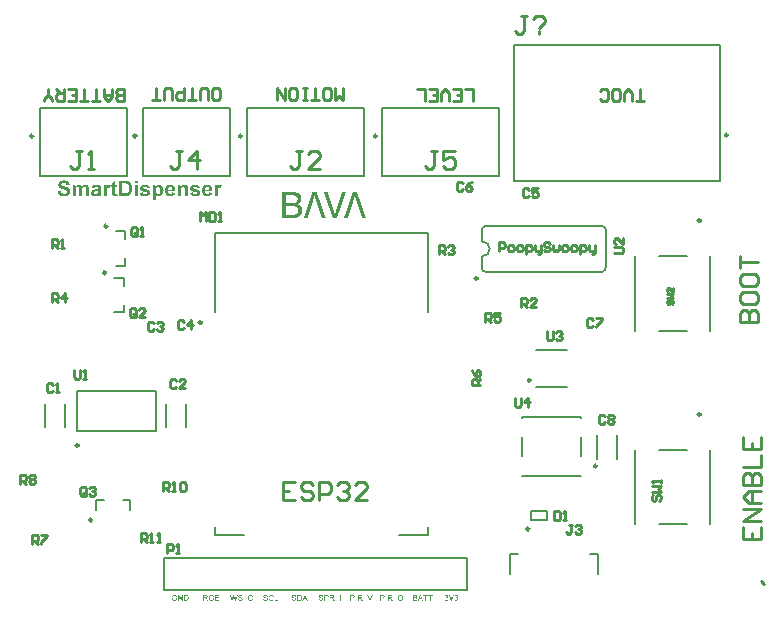
<source format=gbr>
%TF.GenerationSoftware,Altium Limited,Altium Designer,21.4.1 (30)*%
G04 Layer_Color=65535*
%FSLAX25Y25*%
%MOIN*%
%TF.SameCoordinates,82249629-20A9-4E05-8B69-989CC10A5609*%
%TF.FilePolarity,Positive*%
%TF.FileFunction,Legend,Top*%
%TF.Part,Single*%
G01*
G75*
%TA.AperFunction,NonConductor*%
%ADD41C,0.00984*%
%ADD42C,0.00800*%
%ADD43C,0.01000*%
%ADD44C,0.00787*%
G36*
X114051Y138722D02*
X114052Y138703D01*
X114050Y138687D01*
X114038Y138661D01*
X114036Y138654D01*
X114033Y138641D01*
X114028Y138627D01*
X114020Y138609D01*
X114016Y138589D01*
X114005Y138564D01*
X114001Y138552D01*
X113998Y138536D01*
X113989Y138517D01*
X113986Y138505D01*
X113984Y138498D01*
X113982Y138488D01*
X113970Y138469D01*
X113967Y138454D01*
X113966Y138445D01*
X113964Y138438D01*
X113954Y138420D01*
X113953Y138413D01*
X113947Y138386D01*
X113942Y138380D01*
X113935Y138365D01*
X113931Y138345D01*
X113921Y138327D01*
X113920Y138320D01*
Y138318D01*
Y138316D01*
X113918Y138311D01*
X113914Y138293D01*
X113906Y138280D01*
X113902Y138266D01*
X113900Y138257D01*
X113896Y138248D01*
X113889Y138230D01*
X113885Y138216D01*
X113883Y138205D01*
X113874Y138186D01*
X113871Y138178D01*
X113870Y138171D01*
X113867Y138160D01*
X113863Y138151D01*
X113854Y138129D01*
X113852Y138122D01*
X113848Y138104D01*
X113838Y138082D01*
X113835Y138070D01*
X113832Y138056D01*
X113824Y138042D01*
X113819Y138031D01*
X113818Y138018D01*
X113816Y138011D01*
X113812Y138000D01*
X113809Y137998D01*
X113804Y137986D01*
X113800Y137965D01*
X113796Y137953D01*
X113786Y137935D01*
X113782Y137915D01*
X113778Y137907D01*
X113772Y137895D01*
X113769Y137883D01*
X113766Y137870D01*
X113765Y137863D01*
X113762Y137857D01*
X113753Y137838D01*
X113751Y137827D01*
X113746Y137813D01*
X113738Y137795D01*
X113733Y137775D01*
X113730Y137766D01*
X113722Y137748D01*
X113719Y137734D01*
X113717Y137724D01*
X113708Y137710D01*
X113707Y137703D01*
X113703Y137695D01*
X113701Y137682D01*
X113700Y137675D01*
X113691Y137656D01*
X113688Y137648D01*
X113685Y137636D01*
X113683Y137626D01*
X113680Y137617D01*
X113677Y137615D01*
X113675Y137611D01*
X113670Y137599D01*
X113669Y137592D01*
X113664Y137574D01*
X113655Y137554D01*
X113653Y137547D01*
X113648Y137523D01*
X113637Y137506D01*
X113636Y137499D01*
X113631Y137479D01*
X113623Y137466D01*
X113620Y137454D01*
X113618Y137442D01*
X113617Y137435D01*
X113604Y137409D01*
X113602Y137397D01*
X113600Y137390D01*
X113592Y137372D01*
X113587Y137360D01*
X113585Y137346D01*
X113579Y137332D01*
X113572Y137313D01*
X113570Y137301D01*
X113566Y137290D01*
X113556Y137268D01*
X113552Y137256D01*
X113548Y137238D01*
X113539Y137216D01*
X113535Y137203D01*
X113533Y137193D01*
X113521Y137171D01*
X113515Y137143D01*
X113507Y137128D01*
X113504Y137119D01*
X113502Y137107D01*
X113499Y137093D01*
X113492Y137083D01*
X113487Y137071D01*
X113484Y137056D01*
X113482Y137049D01*
X113480Y137043D01*
X113471Y137024D01*
X113469Y137017D01*
X113467Y137003D01*
X113463Y136994D01*
X113455Y136981D01*
X113451Y136961D01*
X113448Y136952D01*
X113440Y136934D01*
X113436Y136920D01*
X113434Y136909D01*
X113425Y136890D01*
X113421Y136875D01*
X113417Y136861D01*
X113407Y136839D01*
X113404Y136827D01*
X113402Y136820D01*
X113400Y136809D01*
X113390Y136787D01*
X113383Y136759D01*
X113374Y136747D01*
X113371Y136733D01*
X113366Y136713D01*
X113363Y136705D01*
X113357Y136693D01*
X113353Y136681D01*
X113349Y136661D01*
X113343Y136652D01*
X113338Y136640D01*
X113336Y136633D01*
X113333Y136620D01*
X113330Y136611D01*
X113324Y136600D01*
X113320Y136588D01*
X113316Y136566D01*
X113307Y136548D01*
X113303Y136536D01*
X113301Y136526D01*
X113297Y136518D01*
X113289Y136499D01*
X113287Y136493D01*
X113285Y136479D01*
X113280Y136466D01*
X113272Y136447D01*
X113269Y136436D01*
X113268Y136429D01*
X113264Y136421D01*
X113256Y136402D01*
X113253Y136390D01*
X113250Y136377D01*
X113239Y136352D01*
X113236Y136341D01*
X113235Y136332D01*
X113231Y136324D01*
X113229Y136321D01*
X113227Y136318D01*
X113222Y136305D01*
X113216Y136278D01*
X113212Y136270D01*
X113210Y136267D01*
X113206Y136259D01*
X113204Y136252D01*
X113200Y136232D01*
X113197Y136223D01*
X113192Y136219D01*
X113189Y136210D01*
X113187Y136203D01*
X113183Y136183D01*
X113173Y136165D01*
X113172Y136158D01*
X113165Y136131D01*
X113158Y136118D01*
X113154Y136106D01*
X113152Y136095D01*
X113143Y136076D01*
X113140Y136068D01*
X113137Y136054D01*
X113134Y136043D01*
X113126Y136024D01*
X113123Y136016D01*
X113119Y136002D01*
X113113Y135986D01*
X113106Y135968D01*
X113104Y135961D01*
X113100Y135942D01*
X113090Y135921D01*
X113087Y135907D01*
X113084Y135898D01*
X113081Y135891D01*
X113075Y135881D01*
X113071Y135867D01*
X113067Y135847D01*
X113055Y135822D01*
X113054Y135815D01*
X113052Y135803D01*
X113049Y135794D01*
X113042Y135784D01*
X113038Y135775D01*
X113036Y135761D01*
X113034Y135754D01*
X113030Y135745D01*
X113028Y135742D01*
X113022Y135730D01*
X113021Y135718D01*
X113017Y135704D01*
X113014Y135696D01*
X113005Y135677D01*
X113004Y135670D01*
X113001Y135660D01*
X112992Y135641D01*
X112990Y135632D01*
X112988Y135625D01*
X112985Y135613D01*
X112982Y135605D01*
X112974Y135587D01*
X112971Y135573D01*
X112968Y135563D01*
X112957Y135538D01*
X112953Y135524D01*
X112952Y135514D01*
X112943Y135495D01*
X112939Y135486D01*
X112937Y135475D01*
X112935Y135466D01*
X112924Y135445D01*
X112920Y135431D01*
X112916Y135413D01*
X112907Y135393D01*
X112905Y135386D01*
X112900Y135366D01*
X112889Y135344D01*
X112887Y135337D01*
X112883Y135317D01*
X112875Y135304D01*
X112872Y135292D01*
X112867Y135268D01*
X112858Y135254D01*
X112855Y135245D01*
X112854Y135236D01*
X112848Y135222D01*
X112839Y135199D01*
X112836Y135184D01*
X112831Y135170D01*
X112823Y135152D01*
X112822Y135145D01*
X112819Y135134D01*
X112815Y135125D01*
X112808Y135107D01*
X112804Y135095D01*
X112800Y135076D01*
X112790Y135055D01*
X112787Y135041D01*
X112784Y135031D01*
X112773Y135010D01*
X112767Y134981D01*
X112758Y134963D01*
X112754Y134949D01*
X112751Y134936D01*
X112748Y134928D01*
X112745Y134925D01*
X112739Y134909D01*
X112736Y134895D01*
X112734Y134888D01*
X112732Y134882D01*
X112725Y134870D01*
X112721Y134856D01*
X112719Y134841D01*
X112715Y134832D01*
X112707Y134819D01*
X112705Y134808D01*
X112703Y134799D01*
X112699Y134791D01*
X112692Y134773D01*
X112688Y134759D01*
X112686Y134747D01*
X112677Y134728D01*
X112674Y134721D01*
X112671Y134707D01*
X112668Y134697D01*
X112659Y134677D01*
X112655Y134665D01*
X112654Y134658D01*
X112652Y134648D01*
X112642Y134625D01*
X112638Y134611D01*
X112635Y134600D01*
X112627Y134586D01*
X112624Y134579D01*
X112621Y134565D01*
X112616Y134546D01*
X112607Y134528D01*
X112601Y134500D01*
X112594Y134489D01*
X112590Y134478D01*
X112588Y134471D01*
X112585Y134458D01*
X112582Y134450D01*
X112576Y134438D01*
X112572Y134426D01*
X112570Y134411D01*
X112568Y134405D01*
X112557Y134383D01*
X112552Y134365D01*
X112549Y134356D01*
X112541Y134338D01*
X112539Y134331D01*
X112537Y134318D01*
X112530Y134301D01*
X112525Y134291D01*
X112520Y134270D01*
X112517Y134262D01*
X112508Y134242D01*
X112505Y134229D01*
X112501Y134213D01*
X112491Y134191D01*
X112488Y134179D01*
X112486Y134171D01*
X112483Y134162D01*
X112480Y134159D01*
X112479Y134156D01*
X112473Y134144D01*
X112467Y134117D01*
X112465Y134111D01*
X112456Y134092D01*
X112453Y134077D01*
X112452Y134070D01*
X112449Y134064D01*
X112442Y134054D01*
X112439Y134042D01*
X112434Y134022D01*
X112425Y134003D01*
X112423Y133997D01*
X112417Y133970D01*
X112409Y133957D01*
X112406Y133945D01*
X112402Y133931D01*
X112392Y133908D01*
X112390Y133901D01*
X112386Y133881D01*
X112380Y133868D01*
X112375Y133856D01*
X112373Y133849D01*
X112370Y133838D01*
X112364Y133821D01*
X112359Y133811D01*
X112356Y133799D01*
X112351Y133781D01*
X112342Y133759D01*
X112338Y133746D01*
X112336Y133736D01*
X112325Y133714D01*
X112322Y133703D01*
X112320Y133693D01*
X112319Y133686D01*
X112307Y133661D01*
X112305Y133654D01*
X112304Y133642D01*
X112290Y133612D01*
X112285Y133592D01*
X112282Y133583D01*
X112279Y133581D01*
X112274Y133569D01*
X112273Y133557D01*
X112269Y133543D01*
X112266Y133534D01*
X112259Y133522D01*
X112255Y133508D01*
X112253Y133499D01*
X112244Y133480D01*
X112241Y133470D01*
X112240Y133463D01*
X112237Y133452D01*
X112234Y133443D01*
X112226Y133425D01*
X112222Y133413D01*
X112220Y133402D01*
X112208Y133377D01*
X112205Y133363D01*
X112203Y133352D01*
X112193Y133330D01*
X112186Y133302D01*
X112177Y133288D01*
X112174Y133276D01*
X112172Y133269D01*
X112168Y133251D01*
X112158Y133231D01*
X112156Y133224D01*
X112152Y133204D01*
X112141Y133183D01*
X112139Y133176D01*
X112137Y133163D01*
X112135Y133156D01*
X112127Y133143D01*
X112124Y133131D01*
X112118Y133106D01*
X112110Y133092D01*
X112107Y133083D01*
X112105Y133074D01*
X112100Y133060D01*
X112096Y133051D01*
X112092Y133042D01*
X112091Y133035D01*
X112086Y133017D01*
X112083Y133009D01*
X112073Y132987D01*
X112069Y132967D01*
X112059Y132945D01*
X112056Y132933D01*
X112053Y132917D01*
X112042Y132895D01*
X112039Y132883D01*
X112037Y132876D01*
X112033Y132865D01*
X112025Y132846D01*
X112023Y132840D01*
X112019Y132820D01*
X112009Y132801D01*
X112006Y132788D01*
X112003Y132775D01*
X111997Y132765D01*
X111990Y132749D01*
X111988Y132733D01*
X111986Y132726D01*
X111983Y132720D01*
X111976Y132710D01*
X111974Y132698D01*
X111972Y132688D01*
X111970Y132679D01*
X111962Y132666D01*
X111957Y132654D01*
X111955Y132638D01*
X111951Y132629D01*
X111942Y132607D01*
X111939Y132593D01*
X111937Y132586D01*
X111929Y132567D01*
X111924Y132555D01*
X111923Y132549D01*
X111920Y132537D01*
X111917Y132529D01*
X111909Y132510D01*
X111905Y132497D01*
X111904Y132486D01*
X111893Y132464D01*
X111888Y132446D01*
X111885Y132437D01*
X111876Y132417D01*
X111872Y132403D01*
X111870Y132390D01*
X111866Y132381D01*
X111859Y132369D01*
X111856Y132352D01*
X111854Y132345D01*
X111851Y132336D01*
X111846Y132332D01*
X111841Y132320D01*
X111839Y132304D01*
X111837Y132297D01*
X111834Y132288D01*
X111827Y132277D01*
X111824Y132265D01*
X111821Y132250D01*
X111818Y132241D01*
X111814Y132235D01*
X111808Y132223D01*
X111807Y132211D01*
X111801Y132194D01*
X111793Y132176D01*
X111791Y132169D01*
X111787Y132151D01*
X111778Y132132D01*
X111774Y132121D01*
X111769Y132103D01*
X111766Y132094D01*
X111758Y132076D01*
X111753Y132052D01*
X111743Y132029D01*
X111739Y132017D01*
X111737Y132010D01*
X111733Y131999D01*
X111727Y131987D01*
X111723Y131974D01*
X111719Y131955D01*
X111717Y131949D01*
X111708Y131930D01*
X111705Y131916D01*
X111704Y131909D01*
X111699Y131903D01*
X111694Y131894D01*
X111691Y131880D01*
X111688Y131867D01*
X111686Y131860D01*
X111677Y131842D01*
X111673Y131828D01*
X111671Y131814D01*
X111659Y131795D01*
X111658Y131783D01*
X111655Y131772D01*
X111646Y131753D01*
X111642Y131741D01*
X111639Y131727D01*
X111638Y131720D01*
X111629Y131701D01*
X111625Y131690D01*
X111623Y131683D01*
X111620Y131671D01*
X111612Y131652D01*
X111607Y131638D01*
X111603Y131619D01*
X111594Y131598D01*
X111590Y131589D01*
X111586Y131571D01*
X111576Y131553D01*
X111574Y131541D01*
X111572Y131531D01*
X111570Y131524D01*
X111559Y131499D01*
X111557Y131492D01*
X111555Y131479D01*
X111546Y131465D01*
X111542Y131454D01*
X111539Y131438D01*
X111537Y131431D01*
X111534Y131422D01*
X111531Y131419D01*
X111526Y131407D01*
X111524Y131395D01*
X111523Y131388D01*
X111520Y131379D01*
X111516Y131373D01*
X111509Y131357D01*
X111507Y131345D01*
X111503Y131334D01*
X111499Y131325D01*
X111495Y131315D01*
X111491Y131303D01*
X111489Y131290D01*
X111485Y131282D01*
X111477Y131263D01*
X111474Y131253D01*
X111471Y131242D01*
X111468Y131233D01*
X111460Y131215D01*
X111457Y131201D01*
X111455Y131191D01*
X111445Y131168D01*
X111439Y131151D01*
X111438Y131144D01*
X111427Y131121D01*
X111424Y131108D01*
X111419Y131089D01*
X111412Y131075D01*
X111408Y131062D01*
X111404Y131044D01*
X111397Y131034D01*
X111393Y131024D01*
X111390Y131008D01*
X111388Y131001D01*
X111384Y130990D01*
X111375Y130971D01*
X111373Y130954D01*
X111368Y130943D01*
X111362Y130933D01*
X111358Y130919D01*
X111356Y130908D01*
X111346Y130886D01*
X111343Y130874D01*
X111338Y130856D01*
X111335Y130847D01*
X111325Y130825D01*
X111321Y130805D01*
X111311Y130784D01*
X111308Y130772D01*
X111304Y130756D01*
X111294Y130733D01*
X111291Y130721D01*
X111289Y130714D01*
X111284Y130703D01*
X111277Y130685D01*
X111275Y130678D01*
X111271Y130658D01*
X111261Y130640D01*
X111259Y130633D01*
X111255Y130613D01*
X111248Y130603D01*
X111244Y130593D01*
X111242Y130586D01*
X111239Y130571D01*
X111238Y130565D01*
X111228Y130546D01*
X111225Y130533D01*
X111222Y130518D01*
X111213Y130504D01*
X111209Y130493D01*
X111206Y130476D01*
X111203Y130468D01*
X111194Y130446D01*
X111191Y130431D01*
X111189Y130424D01*
X111180Y130405D01*
X111176Y130394D01*
X111174Y130387D01*
X111172Y130376D01*
X111168Y130367D01*
X111161Y130349D01*
X111157Y130335D01*
X111155Y130325D01*
X111145Y130302D01*
X111140Y130285D01*
X111137Y130275D01*
X111129Y130261D01*
X111126Y130252D01*
X111123Y130237D01*
X111122Y130229D01*
X111118Y130220D01*
X111116Y130217D01*
X111110Y130205D01*
X111104Y130178D01*
X111102Y130176D01*
X111100Y130172D01*
X111095Y130164D01*
X111093Y130157D01*
X111090Y130142D01*
X111089Y130135D01*
X111085Y130126D01*
X111077Y130113D01*
X111074Y130105D01*
X111072Y130098D01*
X111071Y130094D01*
X109747Y130094D01*
X109746Y130105D01*
X109742Y130108D01*
X109740Y130112D01*
X109735Y130117D01*
X109732Y130125D01*
X109727Y130145D01*
X109726Y130152D01*
X109713Y130181D01*
X109710Y130196D01*
X109705Y130210D01*
X109697Y130228D01*
X109694Y130239D01*
X109693Y130246D01*
X109681Y130268D01*
X109679Y130282D01*
X109677Y130291D01*
X109672Y130305D01*
X109669Y130307D01*
X109666Y130316D01*
X109661Y130337D01*
X109649Y130363D01*
X109643Y130390D01*
X109635Y130400D01*
X109631Y130410D01*
X109629Y130424D01*
X109627Y130431D01*
X109622Y130445D01*
X109614Y130463D01*
X109612Y130470D01*
X109609Y130481D01*
X109606Y130490D01*
X109597Y130512D01*
X109594Y130528D01*
X109590Y130537D01*
X109588Y130540D01*
X109586Y130543D01*
X109581Y130555D01*
X109579Y130562D01*
X109578Y130576D01*
X109565Y130602D01*
X109562Y130616D01*
X109558Y130627D01*
X109552Y130638D01*
X109548Y130647D01*
X109546Y130662D01*
X109544Y130670D01*
X109540Y130679D01*
X109533Y130689D01*
X109531Y130699D01*
X109529Y130706D01*
X109526Y130715D01*
X109521Y130729D01*
X109515Y130744D01*
X109513Y130751D01*
X109511Y130762D01*
X109502Y130781D01*
X109498Y130792D01*
X109496Y130799D01*
X109492Y130817D01*
X109484Y130830D01*
X109481Y130843D01*
X109479Y130850D01*
X109477Y130860D01*
X109465Y130886D01*
X109461Y130906D01*
X109452Y130920D01*
X109449Y130927D01*
X109448Y130934D01*
X109445Y130949D01*
X109443Y130956D01*
X109434Y130974D01*
X109430Y130988D01*
X109424Y131005D01*
X109421Y131013D01*
X109416Y131023D01*
X109413Y131037D01*
X109410Y131048D01*
X109407Y131056D01*
X109404Y131059D01*
X109399Y131071D01*
X109396Y131085D01*
X109394Y131095D01*
X109385Y131114D01*
X109382Y131123D01*
X109378Y131137D01*
X109372Y131154D01*
X109370Y131156D01*
X109366Y131165D01*
X109364Y131172D01*
X109363Y131184D01*
X109358Y131195D01*
X109356Y131198D01*
X109354Y131201D01*
X109349Y131213D01*
X109343Y131240D01*
X109333Y131258D01*
X109332Y131265D01*
X109327Y131283D01*
X109324Y131292D01*
X109321Y131295D01*
X109316Y131307D01*
X109314Y131314D01*
X109312Y131327D01*
X109305Y131346D01*
X109302Y131348D01*
X109299Y131357D01*
X109297Y131364D01*
X109294Y131375D01*
X109293Y131382D01*
X109281Y131407D01*
X109277Y131425D01*
X109274Y131434D01*
X109271Y131437D01*
X109269Y131440D01*
X109266Y131449D01*
X109262Y131470D01*
X109258Y131481D01*
X109254Y131487D01*
X109248Y131499D01*
X109244Y131519D01*
X109241Y131528D01*
X109238Y131530D01*
X109233Y131542D01*
X109231Y131554D01*
X109228Y131567D01*
X109215Y131593D01*
X109214Y131599D01*
X109211Y131612D01*
X109208Y131621D01*
X109198Y131643D01*
X109194Y131661D01*
X109190Y131670D01*
X109186Y131679D01*
X109183Y131688D01*
X109179Y131702D01*
X109177Y131712D01*
X109167Y131729D01*
X109164Y131743D01*
X109161Y131756D01*
X109158Y131765D01*
X109150Y131778D01*
X109147Y131791D01*
X109145Y131798D01*
X109140Y131812D01*
X109138Y131814D01*
X109134Y131823D01*
X109132Y131830D01*
X109128Y131850D01*
X109125Y131856D01*
X109118Y131866D01*
X109115Y131875D01*
X109113Y131891D01*
X109107Y131905D01*
X109099Y131923D01*
X109095Y131941D01*
X109092Y131950D01*
X109082Y131972D01*
X109077Y131996D01*
X109068Y132010D01*
X109063Y132031D01*
X109061Y132042D01*
X109051Y132060D01*
X109049Y132067D01*
X109045Y132087D01*
X109038Y132097D01*
X109034Y132107D01*
X109028Y132135D01*
X109025Y132142D01*
X109018Y132152D01*
X109015Y132164D01*
X109012Y132175D01*
X109007Y132189D01*
X109002Y132199D01*
X108999Y132207D01*
X108996Y132220D01*
X108991Y132234D01*
X108983Y132252D01*
X108980Y132265D01*
X108977Y132278D01*
X108974Y132286D01*
X108964Y132308D01*
X108960Y132326D01*
X108950Y132344D01*
X108944Y132371D01*
X108933Y132393D01*
X108927Y132420D01*
X108918Y132439D01*
X108914Y132453D01*
X108908Y132470D01*
X108900Y132488D01*
X108899Y132495D01*
X108894Y132513D01*
X108881Y132542D01*
X108879Y132556D01*
X108873Y132570D01*
X108866Y132588D01*
X108861Y132607D01*
X108852Y132625D01*
X108848Y132639D01*
X108847Y132651D01*
X108842Y132662D01*
X108840Y132665D01*
X108838Y132668D01*
X108833Y132680D01*
X108831Y132687D01*
X108827Y132703D01*
X108817Y132725D01*
X108815Y132732D01*
X108813Y132744D01*
X108809Y132752D01*
X108802Y132767D01*
X108798Y132781D01*
X108795Y132792D01*
X108790Y132806D01*
X108781Y132827D01*
X108778Y132842D01*
X108775Y132851D01*
X108765Y132872D01*
X108763Y132889D01*
X108759Y132898D01*
X108756Y132900D01*
X108755Y132904D01*
X108750Y132916D01*
X108748Y132928D01*
X108746Y132935D01*
X108742Y132946D01*
X108739Y132949D01*
X108734Y132961D01*
X108731Y132972D01*
X108730Y132979D01*
X108726Y132988D01*
X108717Y133008D01*
X108714Y133024D01*
X108712Y133031D01*
X108704Y133045D01*
X108699Y133056D01*
X108698Y133070D01*
X108696Y133075D01*
X108692Y133084D01*
X108684Y133103D01*
X108680Y133117D01*
X108678Y133126D01*
X108674Y133135D01*
X108667Y133153D01*
X108665Y133160D01*
X108662Y133175D01*
X108656Y133184D01*
X108649Y133200D01*
X108647Y133216D01*
X108641Y133230D01*
X108639Y133233D01*
X108635Y133241D01*
X108632Y133255D01*
X108629Y133266D01*
X108621Y133280D01*
X108618Y133288D01*
X108616Y133295D01*
X108614Y133310D01*
X108612Y133317D01*
X108601Y133338D01*
X108599Y133345D01*
X108596Y133357D01*
X108591Y133370D01*
X108583Y133389D01*
X108579Y133407D01*
X108570Y133426D01*
X108567Y133434D01*
X108565Y133441D01*
X108563Y133452D01*
X108562Y133459D01*
X108550Y133480D01*
X108544Y133507D01*
X108537Y133520D01*
X108533Y133532D01*
X108531Y133545D01*
X108527Y133556D01*
X108523Y133562D01*
X108518Y133574D01*
X108511Y133601D01*
X108502Y133619D01*
X108499Y133630D01*
X108498Y133637D01*
X108493Y133649D01*
X108485Y133668D01*
X108480Y133687D01*
X108475Y133701D01*
X108473Y133704D01*
X108469Y133712D01*
X108466Y133725D01*
X108461Y133743D01*
X108459Y133749D01*
X108450Y133768D01*
X108447Y133779D01*
X108446Y133786D01*
X108442Y133795D01*
X108440Y133797D01*
X108434Y133809D01*
X108432Y133824D01*
X108430Y133831D01*
X108427Y133840D01*
X108424Y133842D01*
X108422Y133846D01*
X108417Y133858D01*
X108414Y133873D01*
X108413Y133880D01*
X108409Y133888D01*
X108403Y133900D01*
X108400Y133914D01*
X108397Y133925D01*
X108394Y133933D01*
X108386Y133946D01*
X108382Y133960D01*
X108380Y133973D01*
X108373Y133991D01*
X108370Y133993D01*
X108365Y134010D01*
X108362Y134022D01*
X108357Y134036D01*
X108355Y134038D01*
X108353Y134045D01*
X108350Y134054D01*
X108345Y134072D01*
X108337Y134085D01*
X108334Y134097D01*
X108329Y134121D01*
X108318Y134139D01*
X108317Y134146D01*
X108312Y134166D01*
X108303Y134184D01*
X108301Y134191D01*
X108296Y134215D01*
X108292Y134218D01*
X108291Y134222D01*
X108284Y134237D01*
X108281Y134252D01*
X108276Y134266D01*
X108272Y134275D01*
X108268Y134284D01*
X108263Y134305D01*
X108258Y134317D01*
X108256Y134320D01*
X108251Y134333D01*
X108245Y134359D01*
X108242Y134362D01*
X108240Y134365D01*
X108237Y134369D01*
X108233Y134383D01*
X108232Y134395D01*
X108227Y134406D01*
X108220Y134421D01*
X108214Y134442D01*
X108210Y134453D01*
X108202Y134466D01*
X108200Y134482D01*
X108198Y134491D01*
X108194Y134500D01*
X108192Y134502D01*
X108190Y134506D01*
X108185Y134518D01*
X108183Y134525D01*
X108182Y134535D01*
X108180Y134540D01*
X108171Y134560D01*
X108168Y134568D01*
X108165Y134583D01*
X108162Y134592D01*
X108152Y134613D01*
X108149Y134627D01*
X108147Y134637D01*
X108140Y134650D01*
X108135Y134662D01*
X108133Y134669D01*
X108129Y134687D01*
X108119Y134705D01*
X108113Y134732D01*
X108106Y134742D01*
X108102Y134754D01*
X108100Y134766D01*
X108097Y134780D01*
X108090Y134792D01*
X108084Y134804D01*
X108082Y134815D01*
X108080Y134822D01*
X108077Y134831D01*
X108069Y134849D01*
X108067Y134856D01*
X108065Y134869D01*
X108061Y134877D01*
X108052Y134897D01*
X108050Y134904D01*
X108045Y134924D01*
X108034Y134949D01*
X108033Y134956D01*
X108030Y134967D01*
X108020Y134986D01*
X108017Y134999D01*
X108013Y135015D01*
X108005Y135029D01*
X108001Y135041D01*
X107997Y135061D01*
X107986Y135086D01*
X107984Y135093D01*
X107976Y135115D01*
X107972Y135124D01*
X107968Y135133D01*
X107967Y135145D01*
X107959Y135167D01*
X107949Y135188D01*
X107948Y135202D01*
X107937Y135225D01*
X107934Y135237D01*
X107932Y135244D01*
X107928Y135255D01*
X107920Y135270D01*
X107917Y135281D01*
X107916Y135291D01*
X107914Y135298D01*
X107910Y135307D01*
X107906Y135311D01*
X107903Y135320D01*
X107899Y135334D01*
X107897Y135344D01*
X107885Y135370D01*
X107881Y135390D01*
X107878Y135396D01*
X107871Y135408D01*
X107868Y135417D01*
X107866Y135431D01*
X107864Y135436D01*
X107860Y135447D01*
X107851Y135467D01*
X107846Y135487D01*
X107843Y135496D01*
X107835Y135514D01*
X107833Y135521D01*
X107831Y135536D01*
X107825Y135545D01*
X107818Y135561D01*
X107815Y135577D01*
X107813Y135584D01*
X107804Y135602D01*
X107800Y135614D01*
X107797Y135628D01*
X107785Y135654D01*
X107782Y135671D01*
X107779Y135679D01*
X107772Y135690D01*
X107767Y135704D01*
X107765Y135717D01*
X107760Y135731D01*
X107752Y135749D01*
X107750Y135756D01*
X107748Y135768D01*
X107744Y135776D01*
X107735Y135798D01*
X107733Y135810D01*
X107731Y135817D01*
X107719Y135843D01*
X107717Y135850D01*
X107713Y135868D01*
X107703Y135886D01*
X107698Y135910D01*
X107688Y135928D01*
X107686Y135935D01*
X107680Y135962D01*
X107669Y135983D01*
X107665Y136001D01*
X107659Y136015D01*
X107653Y136030D01*
X107651Y136037D01*
X107649Y136048D01*
X107640Y136067D01*
X107636Y136079D01*
X107634Y136085D01*
X107630Y136104D01*
X107620Y136122D01*
X107617Y136136D01*
X107615Y136146D01*
X107603Y136172D01*
X107599Y136192D01*
X107595Y136201D01*
X107593Y136203D01*
X107591Y136207D01*
X107586Y136219D01*
X107583Y136233D01*
X107581Y136240D01*
X107578Y136249D01*
X107572Y136260D01*
X107568Y136274D01*
X107561Y136296D01*
X107553Y136314D01*
X107548Y136334D01*
X107545Y136343D01*
X107537Y136356D01*
X107535Y136367D01*
X107533Y136375D01*
X107531Y136382D01*
X107526Y136396D01*
X107518Y136415D01*
X107516Y136421D01*
X107514Y136431D01*
X107510Y136440D01*
X107508Y136442D01*
X107504Y136451D01*
X107502Y136458D01*
X107501Y136470D01*
X107499Y136477D01*
X107496Y136486D01*
X107487Y136498D01*
X107483Y136518D01*
X107479Y136530D01*
X107471Y136544D01*
X107470Y136551D01*
X107465Y136569D01*
X107462Y136578D01*
X107454Y136591D01*
X107452Y136603D01*
X107451Y136610D01*
X107443Y136632D01*
X107438Y136640D01*
X107435Y136648D01*
X107431Y136668D01*
X107422Y136687D01*
X107418Y136702D01*
X107415Y136712D01*
X107412Y136720D01*
X107409Y136723D01*
X107404Y136735D01*
X107400Y136756D01*
X107396Y136767D01*
X107388Y136782D01*
X107383Y136802D01*
X107379Y136814D01*
X107373Y136825D01*
X107369Y136837D01*
X107367Y136852D01*
X107363Y136861D01*
X107360Y136863D01*
X107359Y136867D01*
X107354Y136879D01*
X107352Y136886D01*
X107349Y136899D01*
X107346Y136907D01*
X107337Y136926D01*
X107334Y136936D01*
X107332Y136947D01*
X107327Y136961D01*
X107319Y136979D01*
X107317Y136991D01*
X107316Y136998D01*
X107305Y137015D01*
X107302Y137029D01*
X107299Y137044D01*
X107291Y137059D01*
X107288Y137067D01*
X107283Y137088D01*
X107270Y137114D01*
X107269Y137126D01*
X107267Y137133D01*
X107264Y137143D01*
X107258Y137152D01*
X107253Y137164D01*
X107250Y137176D01*
X107249Y137183D01*
X107245Y137191D01*
X107241Y137201D01*
X107238Y137209D01*
X107236Y137216D01*
X107233Y137228D01*
X107230Y137236D01*
X107220Y137258D01*
X107219Y137265D01*
X107216Y137280D01*
X107212Y137288D01*
X107210Y137291D01*
X107208Y137294D01*
X107203Y137306D01*
X107200Y137321D01*
X107199Y137328D01*
X107191Y137343D01*
X107187Y137352D01*
X107186Y137364D01*
X107184Y137371D01*
X107177Y137383D01*
X107170Y137398D01*
X107167Y137415D01*
X107166Y137422D01*
X107163Y137428D01*
X107154Y137447D01*
X107153Y137454D01*
X107150Y137463D01*
X107144Y137478D01*
X107142Y137481D01*
X107137Y137494D01*
X107135Y137506D01*
X107134Y137513D01*
X107122Y137539D01*
X107118Y137551D01*
X107115Y137564D01*
X107112Y137572D01*
X107102Y137594D01*
X107098Y137612D01*
X107089Y137630D01*
X107086Y137642D01*
X107084Y137652D01*
X107081Y137661D01*
X107071Y137679D01*
X107065Y137706D01*
X107063Y137712D01*
X107054Y137731D01*
X107051Y137742D01*
X107046Y137756D01*
X107038Y137774D01*
X107037Y137781D01*
X107034Y137792D01*
X107032Y137799D01*
X107029Y137808D01*
X107019Y137830D01*
X107015Y137848D01*
X107011Y137856D01*
X107007Y137866D01*
X107004Y137875D01*
X107002Y137882D01*
X106999Y137893D01*
X106990Y137911D01*
X106985Y137932D01*
X106983Y137944D01*
X106971Y137963D01*
X106968Y137978D01*
X106966Y137986D01*
X106961Y137997D01*
X106955Y138011D01*
X106954Y138018D01*
X106951Y138030D01*
X106947Y138041D01*
X106940Y138053D01*
X106936Y138065D01*
X106934Y138078D01*
X106928Y138092D01*
X106921Y138110D01*
X106919Y138117D01*
X106916Y138128D01*
X106913Y138137D01*
X106903Y138159D01*
X106902Y138171D01*
X106899Y138180D01*
X106893Y138190D01*
X106888Y138202D01*
X106886Y138209D01*
X106883Y138224D01*
X106880Y138232D01*
X106872Y138245D01*
X106869Y138258D01*
X106868Y138265D01*
X106863Y138276D01*
X106855Y138295D01*
X106853Y138308D01*
X106851Y138315D01*
X106843Y138330D01*
X106837Y138342D01*
X106835Y138357D01*
X106833Y138364D01*
X106825Y138383D01*
X106820Y138394D01*
X106816Y138412D01*
X106812Y138421D01*
X106805Y138439D01*
X106803Y138446D01*
X106799Y138464D01*
X106789Y138482D01*
X106786Y138496D01*
X106783Y138509D01*
X106772Y138531D01*
X106769Y138546D01*
X106767Y138553D01*
X106756Y138574D01*
X106754Y138581D01*
X106749Y138605D01*
X106740Y138619D01*
X106737Y138631D01*
X106735Y138638D01*
X106733Y138648D01*
X106729Y138657D01*
X106721Y138675D01*
X106719Y138686D01*
X106717Y138693D01*
X106713Y138708D01*
X106714Y138722D01*
X107998Y138722D01*
X108000Y138709D01*
X108005Y138704D01*
X108007Y138701D01*
X108010Y138697D01*
X108013Y138685D01*
X108015Y138678D01*
X108018Y138667D01*
X108023Y138653D01*
X108031Y138635D01*
X108033Y138620D01*
X108039Y138606D01*
X108046Y138588D01*
X108048Y138581D01*
X108051Y138568D01*
X108056Y138554D01*
X108064Y138536D01*
X108065Y138524D01*
X108071Y138508D01*
X108076Y138498D01*
X108079Y138489D01*
X108081Y138482D01*
X108084Y138470D01*
X108089Y138456D01*
X108097Y138437D01*
X108101Y138418D01*
X108108Y138400D01*
X108112Y138391D01*
X108114Y138384D01*
X108118Y138366D01*
X108122Y138357D01*
X108130Y138339D01*
X108131Y138332D01*
X108134Y138319D01*
X108139Y138305D01*
X108147Y138287D01*
X108149Y138275D01*
X108155Y138258D01*
X108159Y138249D01*
X108162Y138240D01*
X108164Y138233D01*
X108167Y138220D01*
X108172Y138206D01*
X108180Y138188D01*
X108184Y138168D01*
X108191Y138151D01*
X108195Y138141D01*
X108197Y138134D01*
X108199Y138122D01*
X108201Y138109D01*
X108211Y138091D01*
X108214Y138077D01*
X108217Y138064D01*
X108221Y138056D01*
X108230Y138034D01*
X108233Y138019D01*
X108234Y138012D01*
X108238Y138004D01*
X108244Y137992D01*
X108247Y137978D01*
X108252Y137959D01*
X108261Y137940D01*
X108263Y137934D01*
X108268Y137909D01*
X108280Y137883D01*
X108283Y137867D01*
X108284Y137860D01*
X108294Y137842D01*
X108298Y137828D01*
X108300Y137815D01*
X108304Y137806D01*
X108313Y137785D01*
X108316Y137770D01*
X108317Y137761D01*
X108327Y137743D01*
X108330Y137729D01*
X108335Y137709D01*
X108344Y137691D01*
X108346Y137684D01*
X108351Y137660D01*
X108363Y137634D01*
X108366Y137617D01*
X108368Y137610D01*
X108377Y137592D01*
X108381Y137578D01*
X108383Y137565D01*
X108387Y137557D01*
X108396Y137535D01*
X108399Y137520D01*
X108401Y137513D01*
X108404Y137505D01*
X108410Y137494D01*
X108414Y137480D01*
X108418Y137461D01*
X108421Y137453D01*
X108424Y137450D01*
X108427Y137442D01*
X108429Y137435D01*
X108433Y137415D01*
X108437Y137406D01*
X108447Y137384D01*
X108449Y137368D01*
X108451Y137361D01*
X108460Y137343D01*
X108464Y137329D01*
X108466Y137316D01*
X108470Y137307D01*
X108479Y137286D01*
X108482Y137266D01*
X108484Y137259D01*
X108487Y137250D01*
X108495Y137237D01*
X108498Y137223D01*
X108499Y137212D01*
X108504Y137198D01*
X108507Y137196D01*
X108511Y137187D01*
X108514Y137173D01*
X108518Y137155D01*
X108526Y137140D01*
X108530Y137128D01*
X108534Y137108D01*
X108537Y137100D01*
X108545Y137086D01*
X108548Y137070D01*
X108549Y137061D01*
X108554Y137050D01*
X108563Y137031D01*
X108564Y137019D01*
X108566Y137012D01*
X108570Y137001D01*
X108578Y136988D01*
X108581Y136973D01*
X108582Y136963D01*
X108588Y136949D01*
X108590Y136946D01*
X108594Y136938D01*
X108597Y136924D01*
X108601Y136906D01*
X108609Y136891D01*
X108613Y136879D01*
X108617Y136859D01*
X108621Y136850D01*
X108628Y136837D01*
X108631Y136821D01*
X108633Y136812D01*
X108637Y136801D01*
X108646Y136782D01*
X108647Y136770D01*
X108649Y136763D01*
X108653Y136751D01*
X108660Y136740D01*
X108663Y136728D01*
X108665Y136716D01*
X108671Y136699D01*
X108673Y136697D01*
X108677Y136688D01*
X108680Y136674D01*
X108685Y136656D01*
X108692Y136641D01*
X108696Y136629D01*
X108700Y136609D01*
X108704Y136601D01*
X108712Y136588D01*
X108714Y136571D01*
X108716Y136563D01*
X108720Y136551D01*
X108729Y136532D01*
X108730Y136520D01*
X108732Y136513D01*
X108737Y136502D01*
X108743Y136491D01*
X108746Y136479D01*
X108748Y136467D01*
X108752Y136455D01*
X108756Y136447D01*
X108760Y136437D01*
X108763Y136423D01*
X108766Y136408D01*
X108771Y136395D01*
X108779Y136376D01*
X108781Y136370D01*
X108783Y136356D01*
X108787Y136348D01*
X108795Y136330D01*
X108798Y136316D01*
X108800Y136305D01*
X108810Y136283D01*
X108814Y136271D01*
X108818Y136253D01*
X108823Y136242D01*
X108827Y136233D01*
X108829Y136224D01*
X108831Y136217D01*
X108834Y136206D01*
X108837Y136197D01*
X108845Y136179D01*
X108847Y136172D01*
X108851Y136154D01*
X108854Y136145D01*
X108862Y136127D01*
X108864Y136120D01*
X108867Y136107D01*
X108870Y136098D01*
X108878Y136080D01*
X108881Y136066D01*
X108883Y136056D01*
X108893Y136033D01*
X108897Y136021D01*
X108901Y136003D01*
X108906Y135993D01*
X108910Y135984D01*
X108912Y135975D01*
X108914Y135968D01*
X108917Y135956D01*
X108920Y135948D01*
X108928Y135930D01*
X108930Y135923D01*
X108934Y135904D01*
X108938Y135896D01*
X108945Y135878D01*
X108947Y135871D01*
X108950Y135858D01*
X108953Y135849D01*
X108961Y135831D01*
X108964Y135817D01*
X108967Y135806D01*
X108970Y135797D01*
X108978Y135779D01*
X108980Y135772D01*
X108984Y135754D01*
X108990Y135743D01*
X108993Y135735D01*
X108996Y135725D01*
X108997Y135718D01*
X109000Y135707D01*
X109003Y135698D01*
X109011Y135680D01*
X109013Y135673D01*
X109017Y135655D01*
X109021Y135646D01*
X109028Y135628D01*
X109030Y135621D01*
X109033Y135608D01*
X109036Y135600D01*
X109042Y135585D01*
X109046Y135571D01*
X109047Y135561D01*
X109049Y135555D01*
X109058Y135536D01*
X109061Y135528D01*
X109064Y135513D01*
X109071Y135494D01*
X109077Y135479D01*
X109079Y135472D01*
X109081Y135461D01*
X109088Y135442D01*
X109094Y135427D01*
X109096Y135420D01*
X109098Y135410D01*
X109101Y135401D01*
X109108Y135386D01*
X109112Y135377D01*
X109114Y135362D01*
X109116Y135355D01*
X109125Y135336D01*
X109127Y135328D01*
X109129Y135322D01*
X109132Y135310D01*
X109133Y135303D01*
X109144Y135278D01*
X109147Y135264D01*
X109150Y135254D01*
X109160Y135231D01*
X109164Y135212D01*
X109166Y135205D01*
X109175Y135186D01*
X109177Y135178D01*
X109179Y135171D01*
X109181Y135161D01*
X109184Y135152D01*
X109191Y135136D01*
X109195Y135128D01*
X109197Y135113D01*
X109199Y135106D01*
X109208Y135087D01*
X109210Y135079D01*
X109212Y135072D01*
X109215Y135061D01*
X109216Y135054D01*
X109228Y135029D01*
X109230Y135014D01*
X109237Y134995D01*
X109243Y134980D01*
X109245Y134974D01*
X109248Y134962D01*
X109249Y134955D01*
X109255Y134942D01*
X109260Y134930D01*
X109262Y134918D01*
X109270Y134896D01*
X109278Y134878D01*
X109281Y134863D01*
X109282Y134856D01*
X109291Y134837D01*
X109293Y134830D01*
X109295Y134823D01*
X109298Y134811D01*
X109300Y134805D01*
X109311Y134780D01*
X109313Y134765D01*
X109316Y134755D01*
X109322Y134739D01*
X109326Y134728D01*
X109328Y134721D01*
X109331Y134706D01*
X109334Y134697D01*
X109340Y134686D01*
X109344Y134677D01*
X109346Y134663D01*
X109348Y134654D01*
X109352Y134645D01*
X109354Y134643D01*
X109359Y134631D01*
X109365Y134602D01*
X109377Y134577D01*
X109383Y134550D01*
X109392Y134532D01*
X109398Y134503D01*
X109402Y134495D01*
X109404Y134492D01*
X109409Y134480D01*
X109411Y134468D01*
X109413Y134461D01*
X109416Y134451D01*
X109423Y134437D01*
X109427Y134428D01*
X109429Y134413D01*
X109431Y134405D01*
X109435Y134396D01*
X109437Y134393D01*
X109442Y134381D01*
X109449Y134353D01*
X109460Y134327D01*
X109466Y134301D01*
X109475Y134282D01*
X109481Y134254D01*
X109485Y134245D01*
X109487Y134242D01*
X109493Y134230D01*
X109494Y134218D01*
X109496Y134211D01*
X109499Y134202D01*
X109506Y134187D01*
X109510Y134178D01*
X109513Y134162D01*
X109514Y134155D01*
X109518Y134146D01*
X109520Y134144D01*
X109526Y134132D01*
X109532Y134103D01*
X109543Y134078D01*
X109549Y134051D01*
X109558Y134033D01*
X109564Y134004D01*
X109568Y133996D01*
X109571Y133993D01*
X109576Y133981D01*
X109578Y133969D01*
X109579Y133962D01*
X109582Y133952D01*
X109590Y133938D01*
X109593Y133929D01*
X109596Y133914D01*
X109597Y133906D01*
X109603Y133892D01*
X109607Y133882D01*
X109612Y133861D01*
X109615Y133849D01*
X109623Y133834D01*
X109626Y133825D01*
X109629Y133804D01*
X109634Y133793D01*
X109642Y133780D01*
X109645Y133759D01*
X109647Y133752D01*
X109651Y133741D01*
X109654Y133739D01*
X109659Y133726D01*
X109665Y133698D01*
X109675Y133680D01*
X109676Y133673D01*
X109682Y133646D01*
X109692Y133628D01*
X109694Y133616D01*
X109696Y133606D01*
X109698Y133599D01*
X109707Y133581D01*
X109711Y133567D01*
X109713Y133555D01*
X109717Y133544D01*
X109725Y133531D01*
X109728Y133510D01*
X109730Y133503D01*
X109734Y133492D01*
X109737Y133489D01*
X109742Y133477D01*
X109748Y133448D01*
X109758Y133430D01*
X109759Y133423D01*
X109765Y133396D01*
X109775Y133378D01*
X109778Y133367D01*
X109779Y133357D01*
X109781Y133350D01*
X109791Y133332D01*
X109794Y133318D01*
X109796Y133306D01*
X109800Y133294D01*
X109808Y133281D01*
X109811Y133261D01*
X109813Y133254D01*
X109817Y133242D01*
X109820Y133240D01*
X109825Y133228D01*
X109831Y133199D01*
X109841Y133181D01*
X109843Y133174D01*
X109849Y133147D01*
X109858Y133129D01*
X109861Y133118D01*
X109862Y133107D01*
X109864Y133100D01*
X109874Y133082D01*
X109877Y133068D01*
X109879Y133056D01*
X109883Y133045D01*
X109891Y133032D01*
X109895Y133011D01*
X109896Y133004D01*
X109900Y132993D01*
X109903Y132990D01*
X109908Y132978D01*
X109914Y132950D01*
X109924Y132931D01*
X109926Y132924D01*
X109932Y132898D01*
X109941Y132879D01*
X109944Y132868D01*
X109946Y132858D01*
X109947Y132851D01*
X109957Y132833D01*
X109960Y132819D01*
X109962Y132807D01*
X109966Y132795D01*
X109974Y132782D01*
X109978Y132762D01*
X109979Y132755D01*
X109983Y132746D01*
X109992Y132727D01*
X109993Y132720D01*
X109997Y132700D01*
X110007Y132680D01*
X110010Y132669D01*
X110013Y132652D01*
X110015Y132645D01*
X110026Y132620D01*
X110030Y132600D01*
X110032Y132593D01*
X110042Y132571D01*
X110043Y132564D01*
X110046Y132550D01*
X110051Y132536D01*
X110059Y132517D01*
X110063Y132498D01*
X110065Y132491D01*
X110072Y132473D01*
X110075Y132466D01*
X110076Y132458D01*
X110081Y132440D01*
X110090Y132419D01*
X110093Y132404D01*
X110094Y132395D01*
X110096Y132388D01*
X110100Y132380D01*
X110108Y132362D01*
X110110Y132350D01*
X110112Y132340D01*
X110114Y132333D01*
X110119Y132319D01*
X110122Y132310D01*
X110127Y132296D01*
X110129Y132279D01*
X110136Y132262D01*
X110139Y132259D01*
X110141Y132250D01*
X110143Y132239D01*
X110146Y132220D01*
X110150Y132212D01*
X110158Y132194D01*
X110160Y132187D01*
X110161Y132175D01*
X110163Y132168D01*
X110169Y132151D01*
X110175Y132136D01*
X110177Y132124D01*
X110179Y132109D01*
X110189Y132090D01*
X110193Y132070D01*
X110195Y132059D01*
X110197Y132051D01*
X110202Y132037D01*
X110208Y132022D01*
X110210Y132015D01*
X110212Y132002D01*
X110214Y131995D01*
X110221Y131976D01*
X110225Y131965D01*
X110228Y131945D01*
X110230Y131938D01*
X110233Y131929D01*
X110241Y131911D01*
X110243Y131904D01*
X110244Y131892D01*
X110247Y131881D01*
X110250Y131872D01*
X110255Y131863D01*
X110258Y131849D01*
X110262Y131828D01*
X110263Y131821D01*
X110268Y131810D01*
X110274Y131795D01*
X110277Y131781D01*
X110280Y131765D01*
X110283Y131756D01*
X110291Y131738D01*
X110293Y131731D01*
X110295Y131711D01*
X110299Y131702D01*
X110303Y131693D01*
X110307Y131684D01*
X110310Y131664D01*
X110313Y131652D01*
X110320Y131633D01*
X110326Y131618D01*
X110328Y131597D01*
X110330Y131590D01*
X110340Y131568D01*
X110341Y131561D01*
X110345Y131541D01*
X110346Y131534D01*
X110355Y131515D01*
X110359Y131502D01*
X110361Y131484D01*
X110366Y131470D01*
X110371Y131459D01*
X110374Y131447D01*
X110378Y131426D01*
X110379Y131419D01*
X110384Y131408D01*
X110388Y131399D01*
X110392Y131386D01*
X110393Y131374D01*
X110396Y131363D01*
X110399Y131354D01*
X110407Y131336D01*
X110409Y131329D01*
X110412Y131311D01*
X110413Y131304D01*
X110418Y131290D01*
X110421Y131288D01*
X110423Y131284D01*
X110425Y131282D01*
X110432Y131280D01*
X110437Y131284D01*
X110440Y131293D01*
X110442Y131305D01*
X110443Y131312D01*
X110445Y131329D01*
X110447Y131334D01*
X110449Y131341D01*
X110456Y131359D01*
X110457Y131366D01*
X110459Y131378D01*
X110461Y131385D01*
X110463Y131399D01*
X110465Y131406D01*
X110469Y131415D01*
X110473Y131430D01*
X110476Y131444D01*
X110478Y131457D01*
X110480Y131463D01*
X110483Y131472D01*
X110487Y131483D01*
X110490Y131492D01*
X110494Y131513D01*
X110496Y131528D01*
X110500Y131541D01*
X110504Y131551D01*
X110508Y131560D01*
X110509Y131567D01*
X110511Y131584D01*
X110513Y131591D01*
X110519Y131607D01*
X110523Y131622D01*
X110525Y131629D01*
X110528Y131653D01*
X110532Y131662D01*
X110539Y131677D01*
X110541Y131689D01*
X110547Y131720D01*
X110550Y131728D01*
X110554Y131738D01*
X110558Y131752D01*
X110560Y131764D01*
X110564Y131784D01*
X110571Y131801D01*
X110575Y131816D01*
X110580Y131841D01*
X110585Y131855D01*
X110589Y131870D01*
X110592Y131884D01*
X110599Y131910D01*
X110604Y131924D01*
X110608Y131939D01*
X110610Y131946D01*
X110612Y131961D01*
X110614Y131969D01*
X110616Y131976D01*
X110624Y131994D01*
X110625Y132001D01*
X110627Y132013D01*
X110630Y132025D01*
X110637Y132044D01*
X110640Y132052D01*
X110642Y132059D01*
X110647Y132090D01*
X110651Y132099D01*
X110657Y132114D01*
X110658Y132121D01*
X110660Y132133D01*
X110663Y132144D01*
X110666Y132153D01*
X110670Y132162D01*
X110674Y132175D01*
X110676Y132181D01*
X110678Y132196D01*
X110680Y132205D01*
X110685Y132219D01*
X110689Y132228D01*
X110691Y132235D01*
X110693Y132247D01*
X110696Y132258D01*
X110697Y132265D01*
X110707Y132287D01*
X110708Y132299D01*
X110710Y132306D01*
X110715Y132326D01*
X110718Y132335D01*
X110722Y132344D01*
X110726Y132356D01*
X110730Y132376D01*
X110741Y132404D01*
X110742Y132411D01*
X110748Y132437D01*
X110751Y132446D01*
X110759Y132464D01*
X110761Y132484D01*
X110763Y132491D01*
X110773Y132510D01*
X110774Y132517D01*
X110777Y132532D01*
X110779Y132539D01*
X110787Y132562D01*
X110792Y132576D01*
X110793Y132583D01*
X110795Y132595D01*
X110797Y132602D01*
X110800Y132611D01*
X110802Y132614D01*
X110807Y132627D01*
X110809Y132633D01*
X110812Y132656D01*
X110823Y132678D01*
X110826Y132692D01*
X110829Y132705D01*
X110833Y132717D01*
X110840Y132732D01*
X110844Y132753D01*
X110845Y132760D01*
X110848Y132770D01*
X110851Y132772D01*
X110852Y132775D01*
X110857Y132788D01*
X110861Y132812D01*
X110863Y132819D01*
X110875Y132845D01*
X110877Y132862D01*
X110878Y132869D01*
X110887Y132888D01*
X110890Y132897D01*
X110893Y132908D01*
X110895Y132918D01*
X110897Y132925D01*
X110905Y132944D01*
X110908Y132954D01*
X110912Y132972D01*
X110915Y132980D01*
X110918Y132989D01*
X110922Y133000D01*
X110925Y133009D01*
X110929Y133029D01*
X110933Y133038D01*
X110935Y133040D01*
X110939Y133049D01*
X110941Y133061D01*
X110944Y133075D01*
X110946Y133086D01*
X110958Y133112D01*
X110962Y133137D01*
X110966Y133145D01*
X110974Y133163D01*
X110975Y133170D01*
X110980Y133189D01*
X110985Y133199D01*
X110988Y133208D01*
X110991Y133217D01*
X110993Y133224D01*
X110995Y133235D01*
X111002Y133253D01*
X111005Y133261D01*
X111008Y133273D01*
X111012Y133291D01*
X111022Y133312D01*
X111026Y133326D01*
X111028Y133338D01*
X111037Y133357D01*
X111039Y133364D01*
X111041Y133371D01*
X111043Y133384D01*
X111045Y133390D01*
X111047Y133400D01*
X111055Y133413D01*
X111058Y133427D01*
X111063Y133447D01*
X111072Y133465D01*
X111074Y133472D01*
X111080Y133499D01*
X111083Y133507D01*
X111088Y133517D01*
X111091Y133529D01*
X111097Y133553D01*
X111107Y133576D01*
X111109Y133583D01*
X111113Y133603D01*
X111123Y133621D01*
X111124Y133628D01*
X111126Y133640D01*
X111128Y133653D01*
X111133Y133662D01*
X111135Y133666D01*
X111140Y133678D01*
X111142Y133689D01*
X111144Y133700D01*
X111148Y133708D01*
X111155Y133726D01*
X111159Y133739D01*
X111162Y133754D01*
X111169Y133770D01*
X111173Y133782D01*
X111174Y133789D01*
X111177Y133800D01*
X111182Y133814D01*
X111190Y133832D01*
X111192Y133844D01*
X111198Y133861D01*
X111202Y133870D01*
X111206Y133879D01*
X111207Y133886D01*
X111209Y133898D01*
X111213Y133914D01*
X111221Y133927D01*
X111224Y133937D01*
X111225Y133947D01*
X111227Y133956D01*
X111229Y133963D01*
X111239Y133981D01*
X111242Y133995D01*
X111245Y134008D01*
X111246Y134015D01*
X111250Y134023D01*
X111256Y134038D01*
X111258Y134045D01*
X111262Y134065D01*
X111265Y134074D01*
X111271Y134085D01*
X111275Y134097D01*
X111277Y134109D01*
X111282Y134123D01*
X111291Y134142D01*
X111292Y134159D01*
X111298Y134176D01*
X111306Y134194D01*
X111308Y134201D01*
X111312Y134219D01*
X111316Y134228D01*
X111323Y134246D01*
X111328Y134266D01*
X111335Y134283D01*
X111337Y134291D01*
X111341Y134303D01*
X111343Y134316D01*
X111347Y134325D01*
X111355Y134343D01*
X111358Y134357D01*
X111361Y134368D01*
X111369Y134387D01*
X111374Y134402D01*
X111376Y134418D01*
X111378Y134425D01*
X111381Y134434D01*
X111384Y134437D01*
X111389Y134449D01*
X111391Y134461D01*
X111394Y134475D01*
X111398Y134483D01*
X111407Y134502D01*
X111414Y134538D01*
X111420Y134549D01*
X111424Y134558D01*
X111426Y134574D01*
X111428Y134581D01*
X111439Y134606D01*
X111441Y134613D01*
X111445Y134633D01*
X111455Y134653D01*
X111458Y134664D01*
X111461Y134683D01*
X111470Y134702D01*
X111474Y134717D01*
X111476Y134724D01*
X111477Y134734D01*
X111488Y134757D01*
X111491Y134769D01*
X111494Y134784D01*
X111499Y134798D01*
X111502Y134800D01*
X111504Y134807D01*
X111505Y134812D01*
X111507Y134819D01*
X111509Y134830D01*
X111512Y134838D01*
X111521Y134857D01*
X111524Y134871D01*
X111527Y134884D01*
X111532Y134895D01*
X111536Y134904D01*
X111540Y134918D01*
X111542Y134933D01*
X111544Y134941D01*
X111547Y134948D01*
X111557Y134970D01*
X111560Y134986D01*
X111562Y134993D01*
X111571Y135012D01*
X111574Y135025D01*
X111579Y135047D01*
X111582Y135056D01*
X111590Y135074D01*
X111593Y135089D01*
X111594Y135096D01*
X111598Y135104D01*
X111604Y135116D01*
X111607Y135129D01*
X111612Y135148D01*
X111615Y135156D01*
X111618Y135159D01*
X111620Y135166D01*
X111623Y135174D01*
X111627Y135199D01*
X111639Y135225D01*
X111641Y135236D01*
X111643Y135245D01*
X111648Y135258D01*
X111656Y135277D01*
X111662Y135303D01*
X111665Y135312D01*
X111670Y135322D01*
X111673Y135334D01*
X111676Y135347D01*
X111683Y135364D01*
X111687Y135374D01*
X111691Y135387D01*
X111692Y135398D01*
X111703Y135420D01*
X111706Y135432D01*
X111709Y135449D01*
X111711Y135456D01*
X111714Y135465D01*
X111722Y135477D01*
X111724Y135494D01*
X111726Y135501D01*
X111728Y135510D01*
X111737Y135528D01*
X111741Y135542D01*
X111747Y135568D01*
X111756Y135590D01*
X111758Y135602D01*
X111760Y135609D01*
X111764Y135620D01*
X111767Y135623D01*
X111772Y135635D01*
X111776Y135656D01*
X111780Y135667D01*
X111788Y135685D01*
X111789Y135692D01*
X111791Y135704D01*
X111793Y135711D01*
X111797Y135723D01*
X111805Y135741D01*
X111807Y135748D01*
X111811Y135766D01*
X111820Y135787D01*
X111824Y135800D01*
X111827Y135814D01*
X111832Y135828D01*
X111838Y135843D01*
X111839Y135850D01*
X111842Y135863D01*
X111851Y135882D01*
X111855Y135893D01*
X111858Y135908D01*
X111860Y135915D01*
X111864Y135926D01*
X111867Y135935D01*
X111872Y135952D01*
X111874Y135959D01*
X111877Y135972D01*
X111880Y135981D01*
X111883Y135983D01*
X111888Y135995D01*
X111894Y136024D01*
X111904Y136042D01*
X111905Y136049D01*
X111909Y136073D01*
X111913Y136085D01*
X111916Y136087D01*
X111921Y136099D01*
X111923Y136106D01*
X111928Y136130D01*
X111935Y136143D01*
X111938Y136151D01*
X111944Y136178D01*
X111950Y136193D01*
X111957Y136217D01*
X111960Y136230D01*
X111971Y136255D01*
X111974Y136266D01*
X111976Y136275D01*
X111977Y136282D01*
X111987Y136302D01*
X111989Y136313D01*
X111991Y136324D01*
X111993Y136330D01*
X111996Y136339D01*
X112004Y136357D01*
X112008Y136377D01*
X112014Y136391D01*
X112021Y136409D01*
X112023Y136421D01*
X112031Y136443D01*
X112036Y136457D01*
X112039Y136467D01*
X112044Y136491D01*
X112053Y136505D01*
X112055Y136514D01*
X112057Y136524D01*
X112059Y136533D01*
X112060Y136540D01*
X112070Y136558D01*
X112073Y136572D01*
X112076Y136590D01*
X112079Y136599D01*
X112085Y136610D01*
X112089Y136622D01*
X112093Y136642D01*
X112097Y136651D01*
X112103Y136662D01*
X112106Y136674D01*
X112108Y136686D01*
X112112Y136698D01*
X112118Y136712D01*
X112121Y136722D01*
X112123Y136729D01*
X112125Y136738D01*
X112126Y136744D01*
X112130Y136753D01*
X112137Y136771D01*
X112139Y136778D01*
X112144Y136796D01*
X112152Y136816D01*
X112155Y136825D01*
X112156Y136832D01*
X112159Y136845D01*
X112164Y136859D01*
X112169Y136868D01*
X112172Y136880D01*
X112175Y136893D01*
X112178Y136902D01*
X112186Y136920D01*
X112189Y136934D01*
X112192Y136945D01*
X112196Y136957D01*
X112200Y136965D01*
X112205Y136983D01*
X112207Y136989D01*
X112209Y137003D01*
X112213Y137011D01*
X112215Y137014D01*
X112221Y137026D01*
X112222Y137038D01*
X112226Y137052D01*
X112238Y137078D01*
X112242Y137106D01*
X112246Y137115D01*
X112253Y137128D01*
X112257Y137149D01*
X112259Y137156D01*
X112271Y137182D01*
X112277Y137209D01*
X112280Y137217D01*
X112285Y137229D01*
X112290Y137249D01*
X112293Y137261D01*
X112299Y137274D01*
X112302Y137282D01*
X112305Y137294D01*
X112307Y137301D01*
X112309Y137312D01*
X112319Y137334D01*
X112323Y137348D01*
X112325Y137361D01*
X112329Y137370D01*
X112337Y137388D01*
X112341Y137408D01*
X112346Y137422D01*
X112354Y137440D01*
X112356Y137452D01*
X112358Y137463D01*
X112364Y137477D01*
X112371Y137495D01*
X112374Y137510D01*
X112376Y137519D01*
X112378Y137525D01*
X112383Y137533D01*
X112387Y137542D01*
X112389Y137549D01*
X112391Y137564D01*
X112393Y137571D01*
X112401Y137584D01*
X112403Y137593D01*
X112405Y137603D01*
X112408Y137621D01*
X112412Y137629D01*
X112422Y137651D01*
X112424Y137666D01*
X112426Y137673D01*
X112429Y137681D01*
X112435Y137693D01*
X112441Y137714D01*
X112443Y137728D01*
X112452Y137747D01*
X112454Y137757D01*
X112456Y137764D01*
X112458Y137774D01*
X112468Y137797D01*
X112472Y137809D01*
X112476Y137827D01*
X112479Y137836D01*
X112482Y137838D01*
X112484Y137845D01*
X112486Y137850D01*
X112487Y137857D01*
X112490Y137872D01*
X112497Y137889D01*
X112501Y137899D01*
X112505Y137911D01*
X112507Y137924D01*
X112511Y137933D01*
X112519Y137951D01*
X112522Y137965D01*
X112525Y137978D01*
X112526Y137985D01*
X112530Y137993D01*
X112532Y137996D01*
X112538Y138013D01*
X112542Y138033D01*
X112545Y138042D01*
X112548Y138044D01*
X112553Y138057D01*
X112555Y138069D01*
X112558Y138082D01*
X112569Y138105D01*
X112571Y138117D01*
X112572Y138124D01*
X112576Y138142D01*
X112586Y138160D01*
X112588Y138167D01*
X112590Y138179D01*
X112591Y138186D01*
X112596Y138198D01*
X112598Y138200D01*
X112603Y138212D01*
X112607Y138233D01*
X112609Y138240D01*
X112613Y138251D01*
X112619Y138266D01*
X112622Y138278D01*
X112625Y138291D01*
X112628Y138300D01*
X112636Y138318D01*
X112640Y138332D01*
X112642Y138342D01*
X112652Y138365D01*
X112654Y138372D01*
X112656Y138386D01*
X112658Y138393D01*
X112669Y138418D01*
X112671Y138431D01*
X112673Y138437D01*
X112676Y138446D01*
X112685Y138465D01*
X112688Y138479D01*
X112690Y138493D01*
X112693Y138502D01*
X112702Y138521D01*
X112704Y138528D01*
X112710Y138554D01*
X112718Y138567D01*
X112721Y138579D01*
X112724Y138594D01*
X112725Y138601D01*
X112733Y138616D01*
X112737Y138630D01*
X112741Y138651D01*
X112745Y138663D01*
X112754Y138682D01*
X112757Y138697D01*
X112760Y138705D01*
X112764Y138709D01*
X112766Y138713D01*
X112770Y138722D01*
X114051Y138722D01*
D02*
G37*
G36*
X96438D02*
X96440Y138716D01*
X96443Y138714D01*
X96455Y138712D01*
X96565Y138713D01*
X96585Y138707D01*
X96744Y138705D01*
X96749Y138703D01*
X96782Y138702D01*
X96819Y138700D01*
X96824Y138698D01*
X96831Y138697D01*
X96874Y138695D01*
X96883Y138691D01*
X96894Y138690D01*
X96919Y138691D01*
X96924Y138689D01*
X96942Y138688D01*
X96985Y138686D01*
X96990Y138684D01*
X97002Y138686D01*
X97007Y138684D01*
X97029Y138680D01*
X97042Y138679D01*
X97045Y138681D01*
X97051Y138679D01*
X97057Y138677D01*
X97066Y138674D01*
X97121Y138671D01*
X97131Y138670D01*
X97154Y138668D01*
X97161Y138666D01*
X97170Y138664D01*
X97189Y138662D01*
X97198Y138658D01*
X97205Y138657D01*
X97246Y138655D01*
X97251Y138653D01*
X97272Y138651D01*
X97284Y138646D01*
X97298Y138643D01*
X97319Y138641D01*
X97324Y138639D01*
X97347Y138638D01*
X97361Y138635D01*
X97370Y138633D01*
X97377Y138631D01*
X97402Y138624D01*
X97427Y138621D01*
X97448Y138618D01*
X97457Y138616D01*
X97466Y138613D01*
X97475Y138610D01*
X97489Y138606D01*
X97509Y138604D01*
X97530Y138599D01*
X97549Y138593D01*
X97556Y138591D01*
X97569Y138589D01*
X97587Y138585D01*
X97604Y138578D01*
X97614Y138575D01*
X97620Y138574D01*
X97633Y138572D01*
X97644Y138569D01*
X97653Y138566D01*
X97667Y138560D01*
X97681Y138556D01*
X97695Y138554D01*
X97700Y138553D01*
X97726Y138541D01*
X97741Y138538D01*
X97750Y138536D01*
X97758Y138533D01*
X97761Y138530D01*
X97773Y138525D01*
X97780Y138523D01*
X97795Y138521D01*
X97801Y138519D01*
X97812Y138512D01*
X97821Y138508D01*
X97836Y138505D01*
X97845Y138502D01*
X97863Y138492D01*
X97877Y138489D01*
X97880D01*
X97881Y138488D01*
X97890Y138484D01*
X97896Y138480D01*
X97911Y138473D01*
X97923Y138471D01*
X97936Y138463D01*
X97951Y138456D01*
X97964Y138453D01*
X97970Y138449D01*
X97974Y138445D01*
X97977Y138444D01*
X97986Y138440D01*
X97993Y138438D01*
X98004Y138434D01*
X98010Y138430D01*
X98026Y138423D01*
X98037Y138418D01*
X98043Y138414D01*
X98046Y138411D01*
X98055Y138407D01*
X98072Y138401D01*
X98074Y138399D01*
X98078Y138397D01*
X98081Y138393D01*
X98085Y138392D01*
X98093Y138388D01*
X98105Y138381D01*
X98111Y138376D01*
X98123Y138373D01*
X98131Y138369D01*
X98137Y138365D01*
X98139Y138361D01*
X98147Y138357D01*
X98158Y138353D01*
X98164Y138348D01*
X98168Y138345D01*
X98171Y138343D01*
X98189Y138336D01*
X98198Y138328D01*
X98201Y138326D01*
X98209Y138322D01*
X98221Y138315D01*
X98227Y138310D01*
X98246Y138300D01*
X98249Y138296D01*
X98253Y138295D01*
X98274Y138283D01*
X98276Y138280D01*
X98279Y138277D01*
X98282Y138276D01*
X98301Y138265D01*
X98306Y138260D01*
X98322Y138251D01*
X98331Y138243D01*
X98339Y138239D01*
X98348Y138234D01*
X98353Y138229D01*
X98357Y138227D01*
X98372Y138218D01*
X98377Y138214D01*
X98377Y138212D01*
X98381Y138210D01*
X98400Y138199D01*
X98407Y138192D01*
X98410Y138191D01*
X98422Y138182D01*
X98429Y138175D01*
X98445Y138166D01*
X98452Y138160D01*
X98455Y138158D01*
X98467Y138151D01*
X98470Y138148D01*
X98472Y138145D01*
X98474Y138142D01*
X98478Y138140D01*
X98487Y138133D01*
X98495Y138125D01*
X98504Y138120D01*
X98512Y138111D01*
X98516Y138109D01*
X98532Y138097D01*
X98537Y138092D01*
X98540Y138090D01*
X98544Y138087D01*
X98547Y138085D01*
X98556Y138076D01*
X98559Y138075D01*
X98563Y138071D01*
X98566Y138069D01*
X98571Y138065D01*
X98572Y138062D01*
X98578Y138056D01*
X98582Y138054D01*
X98590Y138045D01*
X98594Y138043D01*
X98603Y138036D01*
X98611Y138026D01*
X98621Y138018D01*
X98628Y138009D01*
X98638Y138001D01*
X98640Y137998D01*
X98646Y137991D01*
X98649Y137990D01*
X98655Y137984D01*
X98657Y137980D01*
X98663Y137974D01*
X98667Y137972D01*
X98673Y137966D01*
X98674Y137963D01*
X98679Y137959D01*
X98682Y137957D01*
X98688Y137951D01*
X98690Y137947D01*
X98696Y137941D01*
X98699Y137940D01*
X98706Y137934D01*
X98707Y137930D01*
X98713Y137924D01*
X98717Y137922D01*
X98719Y137920D01*
X98721Y137916D01*
X98729Y137907D01*
X98737Y137899D01*
X98738Y137895D01*
X98744Y137889D01*
X98748Y137888D01*
X98751Y137885D01*
X98752Y137882D01*
X98761Y137869D01*
X98770Y137861D01*
X98777Y137848D01*
X98781Y137846D01*
X98794Y137828D01*
X98804Y137818D01*
X98809Y137809D01*
X98820Y137798D01*
X98822Y137795D01*
X98829Y137785D01*
X98832Y137783D01*
X98834Y137779D01*
X98842Y137764D01*
X98853Y137753D01*
X98860Y137741D01*
X98867Y137734D01*
X98868Y137731D01*
X98877Y137715D01*
X98884Y137708D01*
X98894Y137689D01*
X98898Y137688D01*
X98900Y137684D01*
X98908Y137669D01*
X98913Y137663D01*
X98915Y137660D01*
X98919Y137656D01*
X98923Y137645D01*
X98927Y137639D01*
X98932Y137634D01*
X98936Y137625D01*
X98945Y137610D01*
X98952Y137603D01*
X98958Y137586D01*
X98966Y137576D01*
X98971Y137566D01*
X98972Y137559D01*
X98984Y137543D01*
X98989Y137529D01*
X98995Y137520D01*
X99000Y137514D01*
X99003Y137502D01*
X99008Y137491D01*
X99014Y137485D01*
X99016Y137481D01*
X99019Y137473D01*
X99023Y137459D01*
X99034Y137443D01*
X99036Y137435D01*
X99038Y137428D01*
X99042Y137417D01*
X99047Y137412D01*
X99049Y137409D01*
X99052Y137400D01*
X99055Y137390D01*
X99058Y137382D01*
X99065Y137372D01*
X99068Y137364D01*
X99073Y137343D01*
X99081Y137331D01*
X99085Y137319D01*
X99088Y137307D01*
X99092Y137296D01*
X99101Y137277D01*
X99104Y137265D01*
X99107Y137254D01*
X99110Y137245D01*
X99118Y137227D01*
X99121Y137213D01*
X99124Y137198D01*
X99133Y137178D01*
X99135Y137171D01*
X99137Y137159D01*
X99139Y137146D01*
X99146Y137129D01*
X99151Y137114D01*
X99152Y137107D01*
X99154Y137095D01*
X99156Y137088D01*
X99159Y137079D01*
X99163Y137064D01*
X99166Y137052D01*
X99170Y137031D01*
X99172Y137019D01*
X99173Y137012D01*
X99176Y137001D01*
X99177Y136994D01*
X99180Y136984D01*
X99184Y136970D01*
X99186Y136951D01*
X99190Y136928D01*
X99191Y136913D01*
X99195Y136899D01*
X99199Y136887D01*
X99201Y136875D01*
X99203Y136845D01*
X99206Y136809D01*
X99208Y136804D01*
X99210Y136797D01*
X99212Y136776D01*
X99214Y136767D01*
X99216Y136760D01*
X99217Y136731D01*
X99219Y136722D01*
X99221Y136672D01*
X99223Y136599D01*
X99226Y136590D01*
X99228Y136583D01*
X99229Y136576D01*
X99227Y136570D01*
X99228Y136408D01*
X99226Y136398D01*
X99223Y136389D01*
X99222Y136371D01*
X99220Y136267D01*
X99218Y136262D01*
X99217Y136245D01*
X99215Y136214D01*
X99211Y136205D01*
X99210Y136198D01*
X99211Y136186D01*
X99208Y136177D01*
X99206Y136170D01*
X99204Y136144D01*
X99203Y136139D01*
X99201Y136106D01*
X99199Y136101D01*
X99195Y136074D01*
X99193Y136067D01*
X99189Y136056D01*
X99187Y136039D01*
X99185Y136019D01*
X99179Y135993D01*
X99174Y135979D01*
X99172Y135972D01*
X99170Y135949D01*
X99168Y135942D01*
X99165Y135930D01*
X99162Y135922D01*
X99156Y135902D01*
X99154Y135890D01*
X99151Y135878D01*
X99148Y135865D01*
X99145Y135856D01*
X99140Y135845D01*
X99137Y135831D01*
X99133Y135813D01*
X99128Y135803D01*
X99120Y135775D01*
X99118Y135768D01*
X99114Y135757D01*
X99107Y135746D01*
X99104Y135734D01*
X99101Y135721D01*
X99098Y135712D01*
X99095Y135710D01*
X99094Y135706D01*
X99088Y135694D01*
X99085Y135678D01*
X99073Y135659D01*
X99068Y135638D01*
X99062Y135628D01*
X99055Y135618D01*
X99053Y135607D01*
X99051Y135598D01*
X99045Y135590D01*
X99043Y135587D01*
X99040Y135583D01*
X99037Y135574D01*
X99036Y135567D01*
X99029Y135557D01*
X99026Y135554D01*
X99021Y135542D01*
X99018Y135532D01*
X99011Y135522D01*
X99007Y135517D01*
X99003Y135506D01*
X99000Y135500D01*
X98992Y135491D01*
X98984Y135472D01*
X98983Y135469D01*
X98979Y135465D01*
X98978Y135462D01*
X98972Y135457D01*
X98970Y135447D01*
X98961Y135433D01*
X98957Y135429D01*
X98946Y135410D01*
X98943Y135406D01*
X98941Y135403D01*
X98932Y135387D01*
X98924Y135379D01*
X98913Y135360D01*
X98906Y135353D01*
X98903Y135344D01*
X98901Y135341D01*
X98893Y135331D01*
X98889Y135327D01*
X98882Y135315D01*
X98874Y135306D01*
X98872Y135302D01*
X98863Y135290D01*
X98860Y135287D01*
X98858Y135284D01*
X98855Y135280D01*
X98848Y135268D01*
X98839Y135259D01*
X98837Y135256D01*
X98829Y135246D01*
X98826Y135245D01*
X98823Y135242D01*
X98822Y135239D01*
X98814Y135229D01*
X98808Y135223D01*
X98806Y135219D01*
X98794Y135204D01*
X98787Y135197D01*
X98785Y135193D01*
X98773Y135181D01*
X98771Y135178D01*
X98764Y135168D01*
X98751Y135155D01*
X98749Y135152D01*
X98743Y135148D01*
X98735Y135140D01*
X98733Y135136D01*
X98731Y135134D01*
X98727Y135132D01*
X98721Y135126D01*
X98719Y135122D01*
X98712Y135113D01*
X98704Y135105D01*
X98702Y135102D01*
X98698Y135097D01*
X98694Y135096D01*
X98688Y135090D01*
X98686Y135086D01*
X98684Y135083D01*
X98671Y135076D01*
X98669Y135072D01*
X98665Y135068D01*
X98661Y135066D01*
X98652Y135057D01*
X98650Y135053D01*
X98644Y135049D01*
X98634Y135039D01*
X98633Y135036D01*
X98627Y135031D01*
X98613Y135018D01*
X98609Y135016D01*
X98600Y135008D01*
X98592Y135000D01*
X98589Y134999D01*
X98585Y134995D01*
X98582Y134993D01*
X98571Y134983D01*
X98568Y134981D01*
X98564Y134978D01*
X98561Y134976D01*
X98552Y134967D01*
X98549Y134966D01*
X98541Y134960D01*
X98539Y134956D01*
X98533Y134950D01*
X98525Y134945D01*
X98514Y134934D01*
X98499Y134926D01*
X98490Y134917D01*
X98487Y134915D01*
X98477Y134908D01*
X98471Y134902D01*
X98467Y134900D01*
X98455Y134891D01*
X98450Y134886D01*
X98447Y134884D01*
X98435Y134877D01*
X98428Y134870D01*
X98424Y134869D01*
X98408Y134857D01*
X98406Y134854D01*
X98393Y134846D01*
X98390Y134844D01*
X98379Y134834D01*
X98372Y134832D01*
X98357Y134820D01*
X98341Y134811D01*
X98332Y134803D01*
X98313Y134792D01*
X98308Y134787D01*
X98305Y134785D01*
X98296Y134782D01*
X98287Y134777D01*
X98280Y134770D01*
X98263Y134763D01*
X98255Y134757D01*
X98254Y134754D01*
X98251Y134753D01*
X98232Y134742D01*
X98228Y134739D01*
X98225Y134737D01*
X98206Y134727D01*
X98199Y134720D01*
X98177Y134712D01*
X98168Y134702D01*
X98150Y134695D01*
X98141Y134688D01*
X98138Y134685D01*
X98126Y134682D01*
X98114Y134675D01*
X98111Y134671D01*
X98107Y134669D01*
X98098Y134666D01*
X98083Y134657D01*
X98079Y134654D01*
X98071Y134650D01*
X98057Y134645D01*
X98046Y134638D01*
X98028Y134631D01*
X98027Y134624D01*
X98028Y134618D01*
X98031Y134616D01*
X98040Y134613D01*
X98047Y134611D01*
X98056Y134608D01*
X98059Y134605D01*
X98067Y134602D01*
X98081Y134599D01*
X98091Y134596D01*
X98097Y134593D01*
X98107Y134586D01*
X98116Y134583D01*
X98127Y134580D01*
X98134Y134579D01*
X98144Y134572D01*
X98154Y134567D01*
X98168Y134564D01*
X98180Y134557D01*
X98195Y134550D01*
X98205Y134547D01*
X98230Y134534D01*
X98252Y134527D01*
X98258Y134522D01*
X98270Y134517D01*
X98282Y134514D01*
X98291Y134508D01*
X98296Y134503D01*
X98305Y134500D01*
X98312Y134498D01*
X98320Y134495D01*
X98330Y134487D01*
X98341Y134482D01*
X98355Y134477D01*
X98360Y134472D01*
X98364Y134470D01*
X98376Y134465D01*
X98385Y134462D01*
X98396Y134454D01*
X98405Y134450D01*
X98415Y134447D01*
X98421Y134444D01*
X98430Y134437D01*
X98451Y134426D01*
X98462Y134418D01*
X98479Y134412D01*
X98483Y134408D01*
X98487Y134406D01*
X98490Y134403D01*
X98499Y134399D01*
X98511Y134392D01*
X98514Y134389D01*
X98518Y134387D01*
X98540Y134375D01*
X98547Y134368D01*
X98557Y134365D01*
X98563Y134363D01*
X98572Y134355D01*
X98576Y134351D01*
X98590Y134346D01*
X98595Y134343D01*
X98596Y134339D01*
X98602Y134335D01*
X98618Y134327D01*
X98625Y134320D01*
X98644Y134309D01*
X98651Y134302D01*
X98670Y134292D01*
X98677Y134285D01*
X98693Y134276D01*
X98701Y134268D01*
X98713Y134261D01*
X98719Y134256D01*
X98722Y134254D01*
X98734Y134247D01*
X98746Y134235D01*
X98750Y134233D01*
X98759Y134225D01*
X98765Y134219D01*
X98781Y134211D01*
X98791Y134200D01*
X98795Y134198D01*
X98803Y134192D01*
X98804Y134189D01*
X98820Y134178D01*
X98822Y134175D01*
X98829Y134167D01*
X98838Y134162D01*
X98848Y134152D01*
X98852Y134150D01*
X98861Y134142D01*
X98869Y134134D01*
X98873Y134133D01*
X98876Y134129D01*
X98880Y134127D01*
X98884Y134123D01*
X98886Y134120D01*
X98892Y134114D01*
X98895Y134112D01*
X98907Y134100D01*
X98916Y134095D01*
X98920Y134090D01*
X98922Y134087D01*
X98925Y134084D01*
X98928Y134082D01*
X98938Y134073D01*
X98939Y134069D01*
X98942Y134067D01*
X98945Y134065D01*
X98955Y134055D01*
X98957Y134052D01*
X98959Y134049D01*
X98963Y134048D01*
X98971Y134040D01*
X98972Y134036D01*
X98978Y134030D01*
X98981Y134029D01*
X98983Y134026D01*
X98986Y134023D01*
X98988Y134019D01*
X99000Y134007D01*
X99002Y134003D01*
X99010Y133996D01*
X99013Y133994D01*
X99016Y133991D01*
X99017Y133988D01*
X99029Y133972D01*
X99038Y133964D01*
X99040Y133960D01*
X99052Y133948D01*
X99054Y133945D01*
X99062Y133935D01*
X99069Y133927D01*
X99071Y133924D01*
X99079Y133914D01*
X99085Y133908D01*
X99087Y133905D01*
X99094Y133895D01*
X99101Y133889D01*
X99109Y133874D01*
X99120Y133863D01*
X99126Y133851D01*
X99133Y133844D01*
X99142Y133829D01*
X99149Y133822D01*
X99151Y133818D01*
X99158Y133806D01*
X99168Y133796D01*
X99172Y133784D01*
X99178Y133775D01*
X99184Y133770D01*
X99194Y133751D01*
X99199Y133746D01*
X99211Y133723D01*
X99217Y133718D01*
X99220Y133709D01*
X99224Y133698D01*
X99230Y133692D01*
X99232Y133688D01*
X99237Y133676D01*
X99244Y133664D01*
X99249Y133659D01*
X99256Y133642D01*
X99262Y133632D01*
X99265Y133629D01*
X99269Y133621D01*
X99271Y133611D01*
X99277Y133602D01*
X99281Y133598D01*
X99284Y133590D01*
X99287Y133577D01*
X99292Y133566D01*
X99296Y133562D01*
X99298Y133558D01*
X99303Y133546D01*
X99306Y133537D01*
X99314Y133523D01*
X99319Y133513D01*
X99323Y133495D01*
X99329Y133486D01*
X99334Y133474D01*
X99338Y133460D01*
X99346Y133444D01*
X99352Y133432D01*
X99353Y133418D01*
X99355Y133413D01*
X99359Y133402D01*
X99369Y133380D01*
X99371Y133365D01*
X99373Y133358D01*
X99377Y133350D01*
X99384Y133332D01*
X99387Y133315D01*
X99389Y133308D01*
X99392Y133300D01*
X99397Y133290D01*
X99400Y133276D01*
X99403Y133265D01*
X99404Y133254D01*
X99406Y133246D01*
X99411Y133232D01*
X99416Y133221D01*
X99417Y133209D01*
X99419Y133202D01*
X99422Y133182D01*
X99423Y133173D01*
X99428Y133162D01*
X99435Y133134D01*
X99437Y133112D01*
X99442Y133081D01*
X99444Y133074D01*
X99449Y133065D01*
X99450Y133047D01*
X99452Y133025D01*
X99454Y133018D01*
X99455Y133001D01*
X99457Y132985D01*
X99461Y132976D01*
X99463Y132960D01*
X99465Y132950D01*
X99467Y132936D01*
X99468Y132918D01*
X99472Y132847D01*
X99474Y132839D01*
X99476Y132829D01*
X99477Y132818D01*
X99476Y132795D01*
X99481Y132782D01*
X99483Y132770D01*
X99481Y132748D01*
X99483Y132736D01*
X99481Y132718D01*
X99484Y132704D01*
X99485Y132471D01*
X99483Y132466D01*
X99481Y132446D01*
X99483Y132441D01*
X99481Y132434D01*
X99482Y132427D01*
X99481Y132413D01*
X99483Y132408D01*
X99481Y132391D01*
X99476Y132379D01*
X99477Y132350D01*
X99475Y132342D01*
X99473Y132332D01*
X99471Y132315D01*
X99468Y132260D01*
X99467Y132252D01*
X99464Y132221D01*
X99461Y132213D01*
X99459Y132192D01*
X99455Y132183D01*
X99454Y132176D01*
X99452Y132140D01*
X99450Y132135D01*
X99448Y132115D01*
X99446Y132106D01*
X99444Y132099D01*
X99442Y132090D01*
X99438Y132076D01*
X99436Y132058D01*
X99435Y132046D01*
X99433Y132031D01*
X99431Y132026D01*
X99428Y132017D01*
X99426Y132010D01*
X99423Y131998D01*
X99419Y131977D01*
X99417Y131957D01*
X99410Y131938D01*
X99407Y131930D01*
X99404Y131916D01*
X99401Y131898D01*
X99399Y131888D01*
X99396Y131879D01*
X99390Y131865D01*
X99388Y131858D01*
X99386Y131845D01*
X99382Y131827D01*
X99376Y131816D01*
X99372Y131807D01*
X99370Y131791D01*
X99368Y131782D01*
X99366Y131775D01*
X99363Y131767D01*
X99357Y131755D01*
X99353Y131743D01*
X99349Y131723D01*
X99339Y131703D01*
X99336Y131690D01*
X99334Y131679D01*
X99324Y131662D01*
X99320Y131650D01*
X99318Y131638D01*
X99303Y131606D01*
X99300Y131595D01*
X99297Y131587D01*
X99289Y131573D01*
X99286Y131560D01*
X99270Y131527D01*
X99264Y131510D01*
X99261Y131508D01*
X99260Y131504D01*
X99253Y131489D01*
X99250Y131479D01*
X99244Y131470D01*
X99241Y131466D01*
X99237Y131457D01*
X99236Y131450D01*
X99229Y131438D01*
X99222Y131428D01*
X99220Y131421D01*
X99216Y131410D01*
X99211Y131404D01*
X99208Y131400D01*
X99204Y131392D01*
X99199Y131378D01*
X99190Y131369D01*
X99187Y131360D01*
X99182Y131347D01*
X99177Y131341D01*
X99175Y131338D01*
X99168Y131322D01*
X99166Y131319D01*
X99159Y131309D01*
X99156Y131307D01*
X99151Y131296D01*
X99149Y131289D01*
X99140Y131281D01*
X99135Y131269D01*
X99130Y131260D01*
X99123Y131253D01*
X99120Y131244D01*
X99113Y131232D01*
X99107Y131227D01*
X99097Y131208D01*
X99088Y131199D01*
X99080Y131184D01*
X99076Y131180D01*
X99075Y131177D01*
X99066Y131161D01*
X99055Y131151D01*
X99047Y131135D01*
X99040Y131128D01*
X99031Y131113D01*
X99023Y131104D01*
X99021Y131101D01*
X99015Y131091D01*
X99011Y131089D01*
X99007Y131085D01*
X99005Y131082D01*
X98998Y131070D01*
X98988Y131059D01*
X98986Y131056D01*
X98978Y131046D01*
X98974Y131042D01*
X98972Y131038D01*
X98969Y131035D01*
X98967Y131031D01*
X98964Y131028D01*
X98963Y131025D01*
X98960Y131024D01*
X98958Y131021D01*
X98955Y131017D01*
X98953Y131014D01*
X98945Y131006D01*
X98942Y131005D01*
X98939Y131002D01*
X98934Y130993D01*
X98924Y130983D01*
X98922Y130979D01*
X98914Y130970D01*
X98908Y130964D01*
X98906Y130960D01*
X98901Y130955D01*
X98900Y130952D01*
X98872Y130924D01*
X98870Y130921D01*
X98862Y130911D01*
X98851Y130900D01*
X98849Y130896D01*
X98839Y130888D01*
X98834Y130882D01*
X98832Y130879D01*
X98822Y130870D01*
X98818Y130867D01*
X98816Y130863D01*
X98814Y130861D01*
X98810Y130859D01*
X98801Y130850D01*
X98799Y130846D01*
X98789Y130839D01*
X98777Y130828D01*
X98774Y130826D01*
X98743Y130795D01*
X98739Y130793D01*
X98724Y130781D01*
X98715Y130772D01*
X98712Y130771D01*
X98701Y130760D01*
X98698Y130759D01*
X98690Y130753D01*
X98688Y130749D01*
X98682Y130743D01*
X98671Y130737D01*
X98669Y130733D01*
X98663Y130727D01*
X98660Y130726D01*
X98650Y130718D01*
X98647Y130715D01*
X98644Y130713D01*
X98641Y130710D01*
X98632Y130705D01*
X98623Y130696D01*
X98620Y130694D01*
X98605Y130685D01*
X98603Y130682D01*
X98601Y130679D01*
X98597Y130677D01*
X98585Y130668D01*
X98580Y130663D01*
X98576Y130662D01*
X98564Y130655D01*
X98556Y130646D01*
X98540Y130637D01*
X98532Y130629D01*
X98516Y130620D01*
X98506Y130612D01*
X98487Y130601D01*
X98483Y130597D01*
X98479Y130596D01*
X98464Y130587D01*
X98457Y130580D01*
X98435Y130568D01*
X98429Y130563D01*
X98421Y130559D01*
X98409Y130552D01*
X98402Y130545D01*
X98393Y130542D01*
X98381Y130535D01*
X98377Y130532D01*
X98374Y130530D01*
X98362Y130525D01*
X98358Y130523D01*
X98349Y130515D01*
X98331Y130507D01*
X98327Y130506D01*
X98318Y130498D01*
X98299Y130489D01*
X98292Y130485D01*
X98289Y130481D01*
X98280Y130478D01*
X98273Y130476D01*
X98258Y130468D01*
X98254Y130464D01*
X98246Y130461D01*
X98236Y130458D01*
X98227Y130452D01*
X98223Y130448D01*
X98215Y130445D01*
X98198Y130439D01*
X98185Y130429D01*
X98173Y130426D01*
X98157Y130417D01*
X98142Y130410D01*
X98132Y130408D01*
X98124Y130404D01*
X98121Y130402D01*
X98118Y130400D01*
X98102Y130393D01*
X98092Y130391D01*
X98074Y130379D01*
X98060Y130376D01*
X98049Y130373D01*
X98039Y130366D01*
X98029Y130362D01*
X98020Y130359D01*
X98011Y130358D01*
X98002Y130354D01*
X98000Y130351D01*
X97996Y130350D01*
X97984Y130345D01*
X97966Y130340D01*
X97952Y130335D01*
X97941Y130329D01*
X97927Y130326D01*
X97916Y130323D01*
X97897Y130314D01*
X97889Y130312D01*
X97882Y130310D01*
X97871Y130307D01*
X97864Y130306D01*
X97842Y130296D01*
X97830Y130294D01*
X97823Y130293D01*
X97807Y130287D01*
X97797Y130282D01*
X97785Y130279D01*
X97770Y130276D01*
X97762Y130274D01*
X97748Y130271D01*
X97739Y130268D01*
X97719Y130262D01*
X97712Y130260D01*
X97696Y130257D01*
X97689Y130255D01*
X97678Y130251D01*
X97669Y130248D01*
X97658Y130245D01*
X97644Y130243D01*
X97633Y130242D01*
X97627Y130240D01*
X97607Y130234D01*
X97579Y130227D01*
X97556Y130225D01*
X97551Y130223D01*
X97544Y130222D01*
X97532Y130218D01*
X97525Y130216D01*
X97513Y130213D01*
X97471Y130207D01*
X97460Y130205D01*
X97452Y130203D01*
X97438Y130198D01*
X97431Y130196D01*
X97420Y130195D01*
X97383Y130192D01*
X97378Y130191D01*
X97341Y130183D01*
X97331Y130180D01*
X97319Y130178D01*
X97290Y130177D01*
X97284Y130175D01*
X97260Y130173D01*
X97251Y130170D01*
X97239Y130168D01*
X97233Y130166D01*
X97208Y130163D01*
X97180Y130161D01*
X97158Y130159D01*
X97141Y130157D01*
X97111Y130152D01*
X97096Y130151D01*
X97087Y130147D01*
X97056Y130145D01*
X97051Y130144D01*
X96980Y130142D01*
X96974Y130140D01*
X96961Y130137D01*
X96929Y130135D01*
X96921Y130132D01*
X96914Y130130D01*
X96885Y130131D01*
X96875Y130129D01*
X96823Y130127D01*
X96806Y130125D01*
X96755Y130124D01*
X96747Y130122D01*
X96740Y130120D01*
X96684Y130119D01*
X96670Y130114D01*
X96592Y130113D01*
X96586Y130111D01*
X96359Y130108D01*
X96340Y130105D01*
X96073Y130103D01*
X96066Y130098D01*
X96065Y130094D01*
X92803Y130094D01*
X92801Y130106D01*
X92796Y130119D01*
X92798Y138704D01*
X92803Y138716D01*
X92804Y138722D01*
X96438Y138722D01*
D02*
G37*
G36*
X117741Y138716D02*
X117744Y138709D01*
X117752Y138700D01*
X117756Y138690D01*
X117758Y138683D01*
X117761Y138671D01*
X117762Y138664D01*
X117770Y138649D01*
X117773Y138640D01*
X117775Y138633D01*
X117780Y138615D01*
X117783Y138606D01*
X117791Y138588D01*
X117794Y138574D01*
X117799Y138563D01*
X117806Y138550D01*
X117809Y138534D01*
X117811Y138527D01*
X117814Y138518D01*
X117821Y138508D01*
X117824Y138498D01*
X117829Y138474D01*
X117839Y138451D01*
X117841Y138444D01*
X117844Y138433D01*
X117847Y138425D01*
X117855Y138410D01*
X117858Y138398D01*
X117861Y138385D01*
X117866Y138371D01*
X117876Y138349D01*
X117878Y138336D01*
X117880Y138329D01*
X117891Y138304D01*
X117896Y138286D01*
X117905Y138268D01*
X117907Y138261D01*
X117913Y138234D01*
X117917Y138228D01*
X117922Y138219D01*
X117924Y138212D01*
X117929Y138192D01*
X117936Y138178D01*
X117940Y138169D01*
X117942Y138153D01*
X117944Y138146D01*
X117953Y138132D01*
X117957Y138121D01*
X117960Y138106D01*
X117967Y138087D01*
X117974Y138069D01*
X117979Y138050D01*
X117982Y138042D01*
X117990Y138024D01*
X117992Y138017D01*
X117996Y137998D01*
X118000Y137992D01*
X118007Y137977D01*
X118009Y137965D01*
X118012Y137955D01*
X118015Y137946D01*
X118018Y137944D01*
X118023Y137932D01*
X118026Y137920D01*
X118027Y137914D01*
X118031Y137905D01*
X118040Y137883D01*
X118043Y137867D01*
X118046Y137858D01*
X118054Y137847D01*
X118058Y137833D01*
X118060Y137820D01*
X118067Y137803D01*
X118071Y137793D01*
X118075Y137779D01*
X118077Y137770D01*
X118082Y137760D01*
X118089Y137745D01*
X118092Y137731D01*
X118095Y137718D01*
X118106Y137696D01*
X118109Y137685D01*
X118110Y137676D01*
X118116Y137662D01*
X118118Y137660D01*
X118122Y137651D01*
X118123Y137644D01*
X118128Y137626D01*
X118135Y137616D01*
X118139Y137604D01*
X118141Y137592D01*
X118142Y137585D01*
X118145Y137576D01*
X118154Y137562D01*
X118156Y137552D01*
X118160Y137539D01*
X118166Y137522D01*
X118174Y137504D01*
X118175Y137490D01*
X118179Y137481D01*
X118191Y137455D01*
X118193Y137441D01*
X118195Y137434D01*
X118200Y137423D01*
X118207Y137409D01*
X118208Y137402D01*
X118211Y137390D01*
X118214Y137382D01*
X118217Y137379D01*
X118222Y137367D01*
X118228Y137340D01*
X118235Y137330D01*
X118239Y137319D01*
X118242Y137304D01*
X118244Y137297D01*
X118247Y137288D01*
X118250Y137286D01*
X118253Y137277D01*
X118257Y137265D01*
X118259Y137255D01*
X118266Y137238D01*
X118272Y137223D01*
X118274Y137216D01*
X118276Y137206D01*
X118278Y137201D01*
X118290Y137175D01*
X118291Y137168D01*
X118294Y137155D01*
X118297Y137146D01*
X118305Y137128D01*
X118310Y137107D01*
X118317Y137095D01*
X118321Y137086D01*
X118324Y137073D01*
X118327Y137058D01*
X118335Y137044D01*
X118340Y137033D01*
X118342Y137018D01*
X118344Y137011D01*
X118354Y136993D01*
X118355Y136986D01*
X118358Y136975D01*
X118360Y136968D01*
X118363Y136959D01*
X118366Y136957D01*
X118371Y136944D01*
X118373Y136938D01*
X118377Y136919D01*
X118380Y136911D01*
X118390Y136889D01*
X118392Y136882D01*
X118394Y136872D01*
X118402Y136853D01*
X118406Y136844D01*
X118407Y136837D01*
X118410Y136822D01*
X118419Y136809D01*
X118423Y136797D01*
X118426Y136781D01*
X118427Y136774D01*
X118437Y136756D01*
X118442Y136735D01*
X118446Y136724D01*
X118449Y136721D01*
X118454Y136709D01*
X118460Y136682D01*
X118463Y136676D01*
X118470Y136666D01*
X118473Y136653D01*
X118476Y136641D01*
X118481Y136627D01*
X118489Y136609D01*
X118491Y136602D01*
X118493Y136590D01*
X118497Y136582D01*
X118504Y136564D01*
X118508Y136551D01*
X118510Y136538D01*
X118520Y136520D01*
X118523Y136508D01*
X118528Y136490D01*
X118537Y136472D01*
X118540Y136460D01*
X118542Y136450D01*
X118545Y136441D01*
X118549Y136437D01*
X118555Y136425D01*
X118557Y136410D01*
X118559Y136401D01*
X118563Y136390D01*
X118570Y136380D01*
X118574Y136366D01*
X118576Y136355D01*
X118580Y136346D01*
X118588Y136328D01*
X118589Y136321D01*
X118592Y136310D01*
X118595Y136301D01*
X118605Y136279D01*
X118607Y136273D01*
X118611Y136254D01*
X118620Y136236D01*
X118624Y136222D01*
X118626Y136212D01*
X118638Y136186D01*
X118643Y136162D01*
X118652Y136148D01*
X118655Y136139D01*
X118658Y136124D01*
X118659Y136116D01*
X118671Y136091D01*
X118672Y136084D01*
X118680Y136062D01*
X118688Y136044D01*
X118692Y136024D01*
X118696Y136015D01*
X118705Y135995D01*
X118711Y135968D01*
X118721Y135949D01*
X118726Y135928D01*
X118738Y135902D01*
X118741Y135885D01*
X118743Y135878D01*
X118746Y135870D01*
X118750Y135865D01*
X118755Y135853D01*
X118758Y135837D01*
X118762Y135828D01*
X118771Y135807D01*
X118775Y135787D01*
X118787Y135765D01*
X118788Y135758D01*
X118791Y135745D01*
X118798Y135726D01*
X118806Y135708D01*
X118807Y135701D01*
X118810Y135690D01*
X118814Y135681D01*
X118821Y135663D01*
X118823Y135656D01*
X118826Y135645D01*
X118837Y135623D01*
X118840Y135602D01*
X118842Y135595D01*
X118849Y135583D01*
X118856Y135568D01*
X118859Y135553D01*
X118862Y135544D01*
X118872Y135522D01*
X118874Y135506D01*
X118878Y135497D01*
X118882Y135491D01*
X118887Y135479D01*
X118889Y135472D01*
X118892Y135459D01*
X118897Y135445D01*
X118906Y135424D01*
X118909Y135411D01*
X118914Y135397D01*
X118922Y135379D01*
X118923Y135367D01*
X118925Y135360D01*
X118932Y135348D01*
X118937Y135335D01*
X118939Y135328D01*
X118941Y135316D01*
X118945Y135305D01*
X118953Y135292D01*
X118956Y135281D01*
X118959Y135267D01*
X118970Y135242D01*
X118972Y135235D01*
X118975Y135220D01*
X118978Y135212D01*
X118986Y135199D01*
X118989Y135185D01*
X118992Y135175D01*
X118997Y135161D01*
X119005Y135143D01*
X119007Y135131D01*
X119012Y135119D01*
X119019Y135103D01*
X119022Y135091D01*
X119024Y135084D01*
X119026Y135074D01*
X119034Y135060D01*
X119038Y135048D01*
X119040Y135041D01*
X119042Y135030D01*
X119046Y135021D01*
X119048Y135019D01*
X119053Y135006D01*
X119055Y134994D01*
X119057Y134987D01*
X119066Y134972D01*
X119069Y134963D01*
X119071Y134956D01*
X119075Y134936D01*
X119079Y134928D01*
X119086Y134915D01*
X119088Y134908D01*
X119091Y134896D01*
X119092Y134889D01*
X119101Y134870D01*
X119105Y134856D01*
X119108Y134843D01*
X119112Y134834D01*
X119119Y134821D01*
X119122Y134811D01*
X119124Y134801D01*
X119125Y134794D01*
X119131Y134780D01*
X119133Y134778D01*
X119135Y134771D01*
X119138Y134762D01*
X119140Y134755D01*
X119143Y134746D01*
X119146Y134737D01*
X119149Y134734D01*
X119152Y134726D01*
X119154Y134719D01*
X119158Y134699D01*
X119167Y134685D01*
X119169Y134677D01*
X119171Y134670D01*
X119176Y134650D01*
X119185Y134632D01*
X119188Y134618D01*
X119196Y134597D01*
X119204Y134579D01*
X119207Y134564D01*
X119214Y134545D01*
X119216Y134542D01*
X119220Y134534D01*
X119223Y134521D01*
X119225Y134511D01*
X119228Y134502D01*
X119237Y134483D01*
X119240Y134472D01*
X119241Y134465D01*
X119245Y134456D01*
X119247Y134454D01*
X119253Y134442D01*
X119256Y134421D01*
X119260Y134410D01*
X119267Y134399D01*
X119270Y134391D01*
X119272Y134385D01*
X119276Y134366D01*
X119284Y134353D01*
X119287Y134339D01*
X119290Y134328D01*
X119292Y134321D01*
X119303Y134300D01*
X119307Y134280D01*
X119312Y134266D01*
X119320Y134248D01*
X119322Y134241D01*
X119325Y134230D01*
X119331Y134212D01*
X119336Y134203D01*
X119339Y134191D01*
X119341Y134178D01*
X119351Y134161D01*
X119355Y134149D01*
X119357Y134134D01*
X119361Y134126D01*
X119367Y134114D01*
X119374Y134090D01*
X119378Y134079D01*
X119381Y134076D01*
X119384Y134068D01*
X119388Y134054D01*
X119390Y134041D01*
X119394Y134032D01*
X119398Y134028D01*
X119403Y134016D01*
X119406Y134001D01*
X119408Y133994D01*
X119411Y133985D01*
X119421Y133964D01*
X119425Y133944D01*
X119429Y133934D01*
X119431Y133931D01*
X119436Y133919D01*
X119438Y133912D01*
X119442Y133894D01*
X119445Y133888D01*
X119452Y133877D01*
X119454Y133866D01*
X119456Y133855D01*
X119458Y133849D01*
X119467Y133830D01*
X119471Y133817D01*
X119474Y133805D01*
X119476Y133799D01*
X119483Y133789D01*
X119486Y133777D01*
X119491Y133755D01*
X119494Y133746D01*
X119497Y133744D01*
X119499Y133740D01*
X119504Y133728D01*
X119506Y133715D01*
X119512Y133701D01*
X119516Y133692D01*
X119519Y133683D01*
X119524Y133665D01*
X119527Y133656D01*
X119537Y133635D01*
X119543Y133608D01*
X119554Y133583D01*
X119558Y133564D01*
X119568Y133546D01*
X119570Y133539D01*
X119571Y133527D01*
X119576Y133516D01*
X119585Y133498D01*
X119587Y133491D01*
X119589Y133476D01*
X119593Y133467D01*
X119603Y133446D01*
X119605Y133434D01*
X119610Y133421D01*
X119615Y133411D01*
X119620Y133399D01*
X119622Y133384D01*
X119624Y133377D01*
X119637Y133349D01*
X119639Y133337D01*
X119645Y133320D01*
X119653Y133302D01*
X119656Y133288D01*
X119660Y133277D01*
X119667Y133266D01*
X119670Y133254D01*
X119672Y133241D01*
X119674Y133235D01*
X119680Y133222D01*
X119687Y133207D01*
X119690Y133190D01*
X119703Y133162D01*
X119706Y133147D01*
X119710Y133136D01*
X119717Y133125D01*
X119719Y133116D01*
X119721Y133106D01*
X119723Y133098D01*
X119728Y133085D01*
X119738Y133063D01*
X119740Y133050D01*
X119742Y133043D01*
X119753Y133018D01*
X119757Y133000D01*
X119767Y132982D01*
X119771Y132968D01*
X119773Y132953D01*
X119777Y132944D01*
X119784Y132931D01*
X119787Y132920D01*
X119790Y132906D01*
X119802Y132881D01*
X119803Y132874D01*
X119806Y132860D01*
X119815Y132846D01*
X119819Y132834D01*
X119822Y132820D01*
X119828Y132801D01*
X119836Y132782D01*
X119839Y132771D01*
X119841Y132764D01*
X119844Y132756D01*
X119852Y132737D01*
X119854Y132730D01*
X119858Y132712D01*
X119865Y132702D01*
X119869Y132691D01*
X119871Y132678D01*
X119873Y132672D01*
X119877Y132660D01*
X119885Y132647D01*
X119887Y132631D01*
X119889Y132624D01*
X119898Y132610D01*
X119902Y132595D01*
X119907Y132571D01*
X119916Y132557D01*
X119920Y132549D01*
X119922Y132536D01*
X119924Y132529D01*
X119927Y132520D01*
X119935Y132502D01*
X119939Y132484D01*
X119948Y132465D01*
X119951Y132456D01*
X119954Y132446D01*
X119957Y132433D01*
X119960Y132425D01*
X119968Y132412D01*
X119974Y132385D01*
X119977Y132376D01*
X119980Y132374D01*
X119983Y132365D01*
X119985Y132358D01*
X119990Y132340D01*
X119998Y132326D01*
X120001Y132317D01*
X120003Y132310D01*
X120007Y132290D01*
X120017Y132272D01*
X120018Y132265D01*
X120021Y132255D01*
X120028Y132236D01*
X120036Y132218D01*
X120038Y132203D01*
X120043Y132189D01*
X120046Y132187D01*
X120051Y132175D01*
X120053Y132168D01*
X120057Y132148D01*
X120066Y132129D01*
X120070Y132117D01*
X120073Y132104D01*
X120076Y132096D01*
X120084Y132083D01*
X120087Y132068D01*
X120088Y132059D01*
X120092Y132051D01*
X120096Y132045D01*
X120101Y132033D01*
X120107Y132006D01*
X120115Y131991D01*
X120119Y131979D01*
X120121Y131967D01*
X120123Y131961D01*
X120134Y131939D01*
X120136Y131927D01*
X120139Y131915D01*
X120143Y131906D01*
X120153Y131884D01*
X120156Y131869D01*
X120161Y131855D01*
X120169Y131837D01*
X120171Y131825D01*
X120173Y131819D01*
X120183Y131800D01*
X120186Y131787D01*
X120188Y131774D01*
X120198Y131755D01*
X120202Y131747D01*
X120203Y131735D01*
X120210Y131718D01*
X120216Y131707D01*
X120219Y131693D01*
X120222Y131682D01*
X120225Y131673D01*
X120233Y131660D01*
X120236Y131649D01*
X120237Y131638D01*
X120243Y131625D01*
X120245Y131618D01*
X120252Y131603D01*
X120256Y131583D01*
X120265Y131564D01*
X120269Y131553D01*
X120272Y131536D01*
X120274Y131530D01*
X120283Y131518D01*
X120287Y131497D01*
X120288Y131490D01*
X120300Y131464D01*
X120303Y131453D01*
X120305Y131446D01*
X120308Y131438D01*
X120316Y131424D01*
X120318Y131412D01*
X120320Y131405D01*
X120322Y131394D01*
X120329Y131384D01*
X120333Y131374D01*
X120335Y131367D01*
X120338Y131354D01*
X120345Y131335D01*
X120347Y131333D01*
X120349Y131326D01*
X120351Y131321D01*
X120352Y131314D01*
X120355Y131304D01*
X120359Y131296D01*
X120363Y131286D01*
X120366Y131277D01*
X120370Y131265D01*
X120372Y131252D01*
X120376Y131244D01*
X120378Y131241D01*
X120380Y131237D01*
X120384Y131229D01*
X120385Y131222D01*
X120390Y131204D01*
X120399Y131185D01*
X120402Y131174D01*
X120404Y131164D01*
X120407Y131155D01*
X120410Y131153D01*
X120411Y131149D01*
X120417Y131137D01*
X120418Y131130D01*
X120421Y131115D01*
X120423Y131108D01*
X120431Y131095D01*
X120434Y131087D01*
X120436Y131080D01*
X120438Y131069D01*
X120442Y131060D01*
X120446Y131050D01*
X120449Y131042D01*
X120453Y131028D01*
X120456Y131018D01*
X120467Y130993D01*
X120470Y130979D01*
X120472Y130969D01*
X120482Y130947D01*
X120486Y130934D01*
X120488Y130927D01*
X120492Y130916D01*
X120498Y130905D01*
X120501Y130891D01*
X120505Y130876D01*
X120512Y130863D01*
X120517Y130851D01*
X120522Y130827D01*
X120533Y130805D01*
X120534Y130798D01*
X120542Y130776D01*
X120550Y130758D01*
X120554Y130738D01*
X120558Y130729D01*
X120567Y130709D01*
X120569Y130702D01*
X120572Y130688D01*
X120575Y130679D01*
X120585Y130657D01*
X120589Y130639D01*
X120598Y130621D01*
X120600Y130614D01*
X120606Y130587D01*
X120613Y130577D01*
X120617Y130567D01*
X120620Y130552D01*
X120622Y130545D01*
X120624Y130540D01*
X120633Y130520D01*
X120637Y130502D01*
X120639Y130495D01*
X120646Y130485D01*
X120650Y130476D01*
X120653Y130459D01*
X120656Y130449D01*
X120668Y130423D01*
X120672Y130403D01*
X120676Y130395D01*
X120683Y130377D01*
X120685Y130370D01*
X120689Y130351D01*
X120696Y130341D01*
X120701Y130330D01*
X120702Y130318D01*
X120705Y130308D01*
X120708Y130300D01*
X120716Y130287D01*
X120719Y130274D01*
X120721Y130267D01*
X120724Y130258D01*
X120733Y130236D01*
X120736Y130220D01*
X120740Y130211D01*
X120747Y130201D01*
X120749Y130193D01*
X120751Y130186D01*
X120753Y130173D01*
X120759Y130159D01*
X120766Y130141D01*
X120770Y130127D01*
X120772Y130115D01*
X120773Y130108D01*
X120773Y130094D01*
X119490Y130094D01*
X119488Y130106D01*
X119483Y130112D01*
X119481Y130115D01*
X119478Y130119D01*
X119474Y130131D01*
X119473Y130138D01*
X119470Y130149D01*
X119465Y130163D01*
X119457Y130181D01*
X119454Y130196D01*
X119449Y130210D01*
X119441Y130228D01*
X119437Y130248D01*
X119432Y130262D01*
X119424Y130280D01*
X119422Y130294D01*
X119416Y130308D01*
X119412Y130318D01*
X119409Y130326D01*
X119407Y130333D01*
X119404Y130346D01*
X119399Y130360D01*
X119391Y130378D01*
X119387Y130398D01*
X119382Y130412D01*
X119374Y130430D01*
X119371Y130445D01*
X119366Y130459D01*
X119358Y130477D01*
X119357Y130484D01*
X119354Y130500D01*
X119349Y130514D01*
X119341Y130533D01*
X119338Y130549D01*
X119337Y130556D01*
X119327Y130574D01*
X119324Y130588D01*
X119319Y130608D01*
X119310Y130626D01*
X119308Y130633D01*
X119303Y130657D01*
X119292Y130680D01*
X119291Y130687D01*
X119286Y130707D01*
X119277Y130725D01*
X119275Y130732D01*
X119271Y130752D01*
X119267Y130760D01*
X119258Y130782D01*
X119255Y130798D01*
X119254Y130805D01*
X119244Y130824D01*
X119240Y130837D01*
X119236Y130857D01*
X119227Y130876D01*
X119225Y130882D01*
X119220Y130907D01*
X119209Y130929D01*
X119208Y130936D01*
X119203Y130956D01*
X119194Y130974D01*
X119192Y130981D01*
X119188Y131001D01*
X119184Y131010D01*
X119175Y131031D01*
X119172Y131048D01*
X119170Y131055D01*
X119161Y131073D01*
X119157Y131087D01*
X119153Y131107D01*
X119143Y131125D01*
X119142Y131132D01*
X119137Y131156D01*
X119126Y131179D01*
X119124Y131185D01*
X119120Y131205D01*
X119111Y131224D01*
X119107Y131237D01*
X119105Y131251D01*
X119101Y131259D01*
X119092Y131281D01*
X119089Y131297D01*
X119087Y131304D01*
X119078Y131322D01*
X119074Y131336D01*
X119072Y131348D01*
X119069Y131362D01*
X119059Y131385D01*
X119057Y131397D01*
X119055Y131404D01*
X119051Y131415D01*
X119045Y131426D01*
X119041Y131438D01*
X119040Y131450D01*
X119034Y131467D01*
X119027Y131478D01*
X119024Y131492D01*
X119020Y131510D01*
X119017Y131516D01*
X119012Y131525D01*
X119008Y131537D01*
X119007Y131544D01*
X119004Y131557D01*
X119001Y131566D01*
X118995Y131577D01*
X118989Y131598D01*
X118988Y131608D01*
X118975Y131634D01*
X118974Y131646D01*
X118972Y131653D01*
X118968Y131664D01*
X118962Y131676D01*
X118958Y131688D01*
X118956Y131700D01*
X118950Y131716D01*
X118944Y131728D01*
X118941Y131741D01*
X118937Y131760D01*
X118934Y131766D01*
X118929Y131774D01*
X118925Y131787D01*
X118923Y131793D01*
X118921Y131806D01*
X118918Y131815D01*
X118911Y131826D01*
X118906Y131847D01*
X118904Y131858D01*
X118892Y131884D01*
X118891Y131896D01*
X118889Y131903D01*
X118885Y131914D01*
X118878Y131925D01*
X118875Y131937D01*
X118873Y131949D01*
X118867Y131966D01*
X118861Y131977D01*
X118858Y131991D01*
X118853Y132009D01*
X118851Y132015D01*
X118846Y132024D01*
X118842Y132036D01*
X118838Y132056D01*
X118834Y132064D01*
X118828Y132076D01*
X118823Y132097D01*
X118821Y132107D01*
X118809Y132133D01*
X118807Y132145D01*
X118806Y132152D01*
X118801Y132163D01*
X118795Y132175D01*
X118792Y132187D01*
X118790Y132199D01*
X118788Y132210D01*
X118784Y132219D01*
X118776Y132237D01*
X118775Y132244D01*
X118770Y132262D01*
X118767Y132271D01*
X118759Y132289D01*
X118757Y132296D01*
X118755Y132309D01*
X118751Y132317D01*
X118747Y132327D01*
X118743Y132336D01*
X118740Y132349D01*
X118737Y132361D01*
X118734Y132369D01*
X118726Y132387D01*
X118724Y132395D01*
X118720Y132413D01*
X118717Y132421D01*
X118709Y132439D01*
X118707Y132446D01*
X118704Y132459D01*
X118701Y132468D01*
X118693Y132486D01*
X118690Y132500D01*
X118688Y132510D01*
X118678Y132533D01*
X118674Y132545D01*
X118672Y132558D01*
X118668Y132567D01*
X118660Y132585D01*
X118657Y132599D01*
X118654Y132610D01*
X118651Y132619D01*
X118643Y132637D01*
X118641Y132644D01*
X118637Y132662D01*
X118633Y132671D01*
X118626Y132689D01*
X118624Y132696D01*
X118621Y132709D01*
X118618Y132718D01*
X118610Y132736D01*
X118607Y132749D01*
X118605Y132760D01*
X118595Y132782D01*
X118591Y132795D01*
X118588Y132808D01*
X118585Y132816D01*
X118577Y132834D01*
X118574Y132848D01*
X118571Y132860D01*
X118568Y132868D01*
X118560Y132886D01*
X118558Y132893D01*
X118554Y132912D01*
X118550Y132920D01*
X118543Y132938D01*
X118541Y132945D01*
X118538Y132958D01*
X118535Y132967D01*
X118527Y132985D01*
X118525Y132992D01*
X118521Y133010D01*
X118517Y133019D01*
X118510Y133037D01*
X118507Y133054D01*
X118505Y133060D01*
X118502Y133069D01*
X118494Y133087D01*
X118492Y133094D01*
X118490Y133106D01*
X118488Y133112D01*
X118479Y133131D01*
X118477Y133139D01*
X118472Y133159D01*
X118469Y133168D01*
X118461Y133186D01*
X118459Y133193D01*
X118457Y133204D01*
X118455Y133211D01*
X118446Y133230D01*
X118444Y133238D01*
X118442Y133245D01*
X118440Y133255D01*
X118439Y133261D01*
X118430Y133280D01*
X118426Y133288D01*
X118424Y133303D01*
X118422Y133310D01*
X118419Y133318D01*
X118411Y133337D01*
X118409Y133344D01*
X118406Y133355D01*
X118405Y133362D01*
X118401Y133371D01*
X118394Y133387D01*
X118391Y133402D01*
X118389Y133409D01*
X118386Y133417D01*
X118376Y133439D01*
X118375Y133453D01*
X118373Y133458D01*
X118369Y133467D01*
X118361Y133486D01*
X118359Y133498D01*
X118355Y133510D01*
X118347Y133529D01*
X118343Y133538D01*
X118341Y133552D01*
X118339Y133559D01*
X118335Y133568D01*
X118328Y133586D01*
X118326Y133593D01*
X118323Y133604D01*
X118322Y133611D01*
X118317Y133621D01*
X118310Y133636D01*
X118308Y133651D01*
X118306Y133658D01*
X118303Y133667D01*
X118293Y133688D01*
X118291Y133702D01*
X118290Y133707D01*
X118286Y133716D01*
X118278Y133735D01*
X118276Y133747D01*
X118272Y133759D01*
X118264Y133778D01*
X118260Y133787D01*
X118258Y133802D01*
X118256Y133809D01*
X118247Y133828D01*
X118245Y133835D01*
X118243Y133842D01*
X118240Y133854D01*
X118238Y133861D01*
X118229Y133882D01*
X118227Y133894D01*
X118226Y133901D01*
X118223Y133913D01*
X118219Y133921D01*
X118217Y133924D01*
X118212Y133936D01*
X118208Y133957D01*
X118204Y133968D01*
X118194Y133988D01*
X118192Y134003D01*
X118190Y134011D01*
X118187Y134020D01*
X118181Y134031D01*
X118177Y134043D01*
X118173Y134063D01*
X118169Y134072D01*
X118167Y134074D01*
X118161Y134087D01*
X118160Y134099D01*
X118158Y134106D01*
X118155Y134115D01*
X118148Y134130D01*
X118144Y134142D01*
X118140Y134162D01*
X118136Y134171D01*
X118134Y134173D01*
X118129Y134185D01*
X118125Y134206D01*
X118121Y134217D01*
X118111Y134237D01*
X118109Y134252D01*
X118107Y134261D01*
X118103Y134269D01*
X118097Y134281D01*
X118094Y134293D01*
X118090Y134313D01*
X118086Y134321D01*
X118084Y134324D01*
X118078Y134336D01*
X118077Y134348D01*
X118075Y134355D01*
X118072Y134365D01*
X118064Y134379D01*
X118061Y134391D01*
X118057Y134411D01*
X118053Y134420D01*
X118051Y134423D01*
X118045Y134435D01*
X118042Y134456D01*
X118038Y134467D01*
X118028Y134487D01*
X118026Y134502D01*
X118024Y134510D01*
X118020Y134519D01*
X118014Y134530D01*
X118011Y134542D01*
X118006Y134562D01*
X118004Y134568D01*
X117995Y134587D01*
X117989Y134614D01*
X117981Y134629D01*
X117978Y134641D01*
X117973Y134661D01*
X117970Y134669D01*
X117967Y134672D01*
X117962Y134684D01*
X117959Y134705D01*
X117955Y134716D01*
X117947Y134734D01*
X117939Y134770D01*
X117929Y134788D01*
X117928Y134795D01*
X117926Y134807D01*
X117924Y134814D01*
X117920Y134825D01*
X117917Y134828D01*
X117912Y134840D01*
X117906Y134869D01*
X117896Y134887D01*
X117895Y134894D01*
X117889Y134921D01*
X117879Y134939D01*
X117877Y134950D01*
X117875Y134960D01*
X117873Y134967D01*
X117864Y134986D01*
X117860Y134999D01*
X117858Y135012D01*
X117854Y135023D01*
X117846Y135036D01*
X117844Y135049D01*
X117842Y135059D01*
X117840Y135066D01*
X117837Y135075D01*
X117834Y135077D01*
X117829Y135090D01*
X117823Y135118D01*
X117813Y135136D01*
X117812Y135143D01*
X117806Y135170D01*
X117796Y135188D01*
X117793Y135199D01*
X117792Y135210D01*
X117790Y135217D01*
X117780Y135235D01*
X117777Y135249D01*
X117775Y135261D01*
X117771Y135272D01*
X117763Y135285D01*
X117761Y135298D01*
X117759Y135309D01*
X117757Y135316D01*
X117754Y135324D01*
X117751Y135327D01*
X117746Y135339D01*
X117740Y135368D01*
X117730Y135386D01*
X117728Y135393D01*
X117722Y135419D01*
X117713Y135438D01*
X117710Y135449D01*
X117709Y135459D01*
X117707Y135466D01*
X117697Y135484D01*
X117694Y135498D01*
X117692Y135510D01*
X117688Y135522D01*
X117680Y135535D01*
X117677Y135548D01*
X117676Y135558D01*
X117667Y135582D01*
X117659Y135607D01*
X117657Y135620D01*
X117648Y135639D01*
X117644Y135648D01*
X117643Y135659D01*
X117639Y135672D01*
X117628Y135697D01*
X117626Y135710D01*
X117624Y135716D01*
X117612Y135742D01*
X117609Y135756D01*
X117607Y135767D01*
X117598Y135781D01*
X117595Y135793D01*
X117593Y135805D01*
X117592Y135812D01*
X117587Y135823D01*
X117585Y135826D01*
X117579Y135838D01*
X117573Y135866D01*
X117564Y135884D01*
X117562Y135891D01*
X117556Y135918D01*
X117547Y135936D01*
X117544Y135948D01*
X117542Y135958D01*
X117541Y135965D01*
X117531Y135983D01*
X117527Y135997D01*
X117525Y136012D01*
X117522Y136021D01*
X117514Y136033D01*
X117510Y136054D01*
X117508Y136061D01*
X117504Y136072D01*
X117501Y136075D01*
X117496Y136087D01*
X117495Y136099D01*
X117493Y136106D01*
X117490Y136119D01*
X117485Y136130D01*
X117482Y136138D01*
X117477Y136150D01*
X117476Y136163D01*
X117474Y136169D01*
X117465Y136188D01*
X117462Y136196D01*
X117457Y136216D01*
X117456Y136223D01*
X117452Y136232D01*
X117448Y136241D01*
X117444Y136255D01*
X117442Y136266D01*
X117437Y136280D01*
X117429Y136299D01*
X117426Y136315D01*
X117424Y136322D01*
X117419Y136336D01*
X117413Y136350D01*
X117411Y136357D01*
X117407Y136377D01*
X117404Y136386D01*
X117398Y136401D01*
X117394Y136415D01*
X117392Y136427D01*
X117388Y136436D01*
X117381Y136455D01*
X117379Y136465D01*
X117377Y136472D01*
X117374Y136486D01*
X117371Y136495D01*
X117363Y136513D01*
X117361Y136520D01*
X117359Y136537D01*
X117352Y136554D01*
X117349Y136556D01*
X117347Y136566D01*
X117345Y136576D01*
X117341Y136595D01*
X117338Y136604D01*
X117330Y136622D01*
X117328Y136629D01*
X117327Y136641D01*
X117323Y136657D01*
X117313Y136679D01*
X117311Y136692D01*
X117308Y136706D01*
X117305Y136715D01*
X117301Y136724D01*
X117297Y136737D01*
X117294Y136750D01*
X117292Y136764D01*
X117288Y136773D01*
X117287Y136776D01*
X117282Y136789D01*
X117278Y136802D01*
X117276Y136816D01*
X117267Y136840D01*
X117262Y136851D01*
X117260Y136871D01*
X117258Y136878D01*
X117255Y136887D01*
X117250Y136900D01*
X117247Y136910D01*
X117245Y136917D01*
X117241Y136935D01*
X117237Y136944D01*
X117233Y136953D01*
X117230Y136967D01*
X117228Y136979D01*
X117226Y136986D01*
X117224Y136997D01*
X117220Y137006D01*
X117214Y137021D01*
X117211Y137035D01*
X117209Y137050D01*
X117200Y137069D01*
X117197Y137081D01*
X117194Y137096D01*
X117192Y137105D01*
X117189Y137119D01*
X117181Y137132D01*
X117178Y137152D01*
X117175Y137164D01*
X117170Y137178D01*
X117166Y137186D01*
X117162Y137201D01*
X117159Y137219D01*
X117158Y137226D01*
X117148Y137248D01*
X117147Y137255D01*
X117145Y137267D01*
X117142Y137278D01*
X117140Y137285D01*
X117137Y137294D01*
X117131Y137308D01*
X117129Y137315D01*
X117125Y137340D01*
X117119Y137352D01*
X117115Y137360D01*
X117110Y137390D01*
X117107Y137399D01*
X117104Y137408D01*
X117100Y137417D01*
X117096Y137429D01*
X117094Y137446D01*
X117092Y137453D01*
X117088Y137461D01*
X117084Y137471D01*
X117077Y137499D01*
X117075Y137515D01*
X117070Y137527D01*
X117064Y137534D01*
X117061Y137536D01*
X117055Y137538D01*
X117052Y137536D01*
X117050Y137533D01*
X117047Y137524D01*
X117045Y137513D01*
X117043Y137498D01*
X117042Y137487D01*
X117040Y137481D01*
X117036Y137472D01*
X117031Y137458D01*
X117030Y137451D01*
X117028Y137441D01*
X117025Y137424D01*
X117018Y137407D01*
X117017Y137400D01*
X117013Y137388D01*
X117010Y137364D01*
X117008Y137357D01*
X117002Y137340D01*
X116998Y137326D01*
X116996Y137319D01*
X116991Y137292D01*
X116987Y137282D01*
X116982Y137270D01*
X116979Y137259D01*
X116974Y137226D01*
X116969Y137212D01*
X116965Y137203D01*
X116962Y137190D01*
X116960Y137179D01*
X116957Y137162D01*
X116953Y137153D01*
X116947Y137133D01*
X116946Y137121D01*
X116944Y137114D01*
X116941Y137103D01*
X116939Y137096D01*
X116931Y137074D01*
X116927Y137056D01*
X116925Y137040D01*
X116918Y137022D01*
X116913Y137002D01*
X116907Y136973D01*
X116901Y136959D01*
X116897Y136948D01*
X116895Y136936D01*
X116894Y136929D01*
X116889Y136909D01*
X116886Y136900D01*
X116882Y136891D01*
X116878Y136877D01*
X116876Y136860D01*
X116871Y136847D01*
X116868Y136839D01*
X116862Y136818D01*
X116859Y136797D01*
X116851Y136776D01*
X116847Y136764D01*
X116845Y136752D01*
X116841Y136732D01*
X116836Y136721D01*
X116831Y136709D01*
X116830Y136702D01*
X116828Y136690D01*
X116825Y136677D01*
X116816Y136653D01*
X116814Y136647D01*
X116812Y136635D01*
X116809Y136621D01*
X116806Y136609D01*
X116797Y136586D01*
X116795Y136574D01*
X116793Y136567D01*
X116791Y136557D01*
X116783Y136538D01*
X116779Y136525D01*
X116778Y136513D01*
X116776Y136506D01*
X116773Y136495D01*
X116764Y136473D01*
X116760Y136449D01*
X116756Y136438D01*
X116748Y136420D01*
X116746Y136413D01*
X116744Y136398D01*
X116737Y136379D01*
X116729Y136354D01*
X116727Y136342D01*
X116725Y136330D01*
X116721Y136322D01*
X116714Y136304D01*
X116712Y136292D01*
X116710Y136285D01*
X116707Y136275D01*
X116701Y136260D01*
X116696Y136243D01*
X116692Y136225D01*
X116683Y136202D01*
X116679Y136188D01*
X116674Y136166D01*
X116673Y136159D01*
X116663Y136137D01*
X116661Y136126D01*
X116658Y136110D01*
X116651Y136094D01*
X116648Y136085D01*
X116644Y136072D01*
X116642Y136059D01*
X116638Y136050D01*
X116630Y136032D01*
X116628Y136015D01*
X116624Y136001D01*
X116613Y135976D01*
X116610Y135962D01*
X116609Y135953D01*
X116607Y135946D01*
X116604Y135937D01*
X116596Y135919D01*
X116593Y135903D01*
X116588Y135889D01*
X116584Y135878D01*
X116582Y135871D01*
X116578Y135859D01*
X116575Y135843D01*
X116565Y135820D01*
X116562Y135804D01*
X116560Y135797D01*
X116553Y135780D01*
X116549Y135770D01*
X116545Y135756D01*
X116543Y135740D01*
X116541Y135733D01*
X116533Y135720D01*
X116530Y135708D01*
X116525Y135688D01*
X116524Y135681D01*
X116514Y135659D01*
X116511Y135639D01*
X116506Y135625D01*
X116497Y135606D01*
X116491Y135579D01*
X116481Y135559D01*
X116480Y135552D01*
X116476Y135529D01*
X116466Y135507D01*
X116462Y135495D01*
X116458Y135477D01*
X116448Y135455D01*
X116445Y135441D01*
X116442Y135430D01*
X116439Y135421D01*
X116433Y135406D01*
X116430Y135395D01*
X116428Y135387D01*
X116427Y135380D01*
X116423Y135371D01*
X116416Y135353D01*
X116412Y135339D01*
X116410Y135328D01*
X116400Y135306D01*
X116396Y135294D01*
X116394Y135277D01*
X116392Y135271D01*
X116389Y135262D01*
X116386Y135259D01*
X116381Y135247D01*
X116379Y135235D01*
X116377Y135228D01*
X116375Y135219D01*
X116365Y135200D01*
X116364Y135193D01*
X116361Y135179D01*
X116358Y135165D01*
X116348Y135143D01*
X116342Y135115D01*
X116331Y135090D01*
X116329Y135083D01*
X116326Y135068D01*
X116323Y135059D01*
X116315Y135046D01*
X116313Y135034D01*
X116312Y135027D01*
X116310Y135013D01*
X116299Y134991D01*
X116296Y134979D01*
X116292Y134960D01*
X116282Y134939D01*
X116279Y134925D01*
X116276Y134914D01*
X116267Y134890D01*
X116263Y134877D01*
X116261Y134863D01*
X116252Y134844D01*
X116248Y134833D01*
X116245Y134818D01*
X116240Y134805D01*
X116232Y134786D01*
X116230Y134774D01*
X116228Y134767D01*
X116226Y134754D01*
X116216Y134736D01*
X116213Y134722D01*
X116210Y134709D01*
X116209Y134702D01*
X116199Y134684D01*
X116197Y134677D01*
X116191Y134649D01*
X116188Y134640D01*
X116180Y134622D01*
X116177Y134605D01*
X116172Y134592D01*
X116170Y134589D01*
X116166Y134580D01*
X116163Y134566D01*
X116158Y134548D01*
X116149Y134527D01*
X116145Y134506D01*
X116139Y134489D01*
X116131Y134471D01*
X116127Y134451D01*
X116124Y134443D01*
X116116Y134424D01*
X116112Y134411D01*
X116110Y134398D01*
X116105Y134384D01*
X116100Y134374D01*
X116097Y134360D01*
X116095Y134350D01*
X116085Y134327D01*
X116081Y134315D01*
X116077Y134297D01*
X116068Y134278D01*
X116066Y134268D01*
X116064Y134262D01*
X116062Y134248D01*
X116060Y134242D01*
X116056Y134231D01*
X116054Y134229D01*
X116048Y134217D01*
X116047Y134204D01*
X116045Y134197D01*
X116042Y134188D01*
X116034Y134173D01*
X116031Y134161D01*
X116025Y134133D01*
X116020Y134122D01*
X116016Y134113D01*
X116009Y134084D01*
X115998Y134059D01*
X115992Y134032D01*
X115983Y134012D01*
X115979Y133991D01*
X115977Y133982D01*
X115972Y133972D01*
X115967Y133960D01*
X115963Y133948D01*
X115959Y133930D01*
X115950Y133908D01*
X115946Y133894D01*
X115944Y133881D01*
X115940Y133873D01*
X115936Y133863D01*
X115932Y133855D01*
X115931Y133842D01*
X115929Y133835D01*
X115925Y133827D01*
X115917Y133808D01*
X115915Y133801D01*
X115911Y133781D01*
X115901Y133761D01*
X115899Y133754D01*
X115898Y133742D01*
X115896Y133735D01*
X115893Y133724D01*
X115884Y133706D01*
X115880Y133692D01*
X115878Y133679D01*
X115876Y133672D01*
X115866Y133654D01*
X115865Y133647D01*
X115859Y133618D01*
X115855Y133609D01*
X115849Y133595D01*
X115846Y133581D01*
X115843Y133568D01*
X115834Y133550D01*
X115830Y133536D01*
X115826Y133518D01*
X115816Y133496D01*
X115813Y133475D01*
X115811Y133468D01*
X115802Y133449D01*
X115797Y133432D01*
X115794Y133416D01*
X115783Y133394D01*
X115781Y133384D01*
X115779Y133374D01*
X115776Y133360D01*
X115766Y133338D01*
X115764Y133326D01*
X115758Y133310D01*
X115751Y133292D01*
X115749Y133285D01*
X115744Y133266D01*
X115741Y133258D01*
X115733Y133240D01*
X115731Y133228D01*
X115729Y133216D01*
X115727Y133208D01*
X115718Y133189D01*
X115714Y133177D01*
X115712Y133163D01*
X115709Y133155D01*
X115707Y133151D01*
X115699Y133132D01*
X115696Y133118D01*
X115694Y133109D01*
X115692Y133102D01*
X115689Y133093D01*
X115686Y133091D01*
X115681Y133073D01*
X115677Y133054D01*
X115667Y133034D01*
X115664Y133020D01*
X115660Y133004D01*
X115655Y132992D01*
X115648Y132969D01*
X115647Y132963D01*
X115645Y132952D01*
X115634Y132930D01*
X115631Y132917D01*
X115627Y132899D01*
X115617Y132878D01*
X115615Y132871D01*
X115614Y132859D01*
X115608Y132842D01*
X115603Y132833D01*
X115600Y132824D01*
X115597Y132809D01*
X115595Y132802D01*
X115587Y132783D01*
X115584Y132775D01*
X115581Y132762D01*
X115578Y132752D01*
X115571Y132733D01*
X115565Y132713D01*
X115561Y132693D01*
X115558Y132687D01*
X115553Y132678D01*
X115550Y132670D01*
X115548Y132658D01*
X115546Y132651D01*
X115543Y132641D01*
X115534Y132623D01*
X115532Y132616D01*
X115528Y132589D01*
X115524Y132581D01*
X115522Y132578D01*
X115517Y132566D01*
X115511Y132537D01*
X115501Y132519D01*
X115498Y132505D01*
X115493Y132487D01*
X115489Y132478D01*
X115484Y132460D01*
X115480Y132446D01*
X115478Y132435D01*
X115468Y132413D01*
X115465Y132401D01*
X115461Y132386D01*
X115451Y132363D01*
X115448Y132352D01*
X115446Y132336D01*
X115435Y132313D01*
X115432Y132299D01*
X115430Y132289D01*
X115423Y132273D01*
X115418Y132261D01*
X115416Y132254D01*
X115412Y132236D01*
X115401Y132208D01*
X115399Y132199D01*
X115396Y132184D01*
X115394Y132177D01*
X115385Y132159D01*
X115382Y132145D01*
X115379Y132132D01*
X115377Y132125D01*
X115369Y132112D01*
X115366Y132100D01*
X115362Y132075D01*
X115358Y132066D01*
X115352Y132055D01*
X115349Y132043D01*
X115347Y132031D01*
X115342Y132017D01*
X115333Y131998D01*
X115327Y131971D01*
X115323Y131962D01*
X115317Y131944D01*
X115314Y131930D01*
X115311Y131921D01*
X115308Y131912D01*
X115300Y131894D01*
X115297Y131883D01*
X115296Y131874D01*
X115292Y131865D01*
X115288Y131856D01*
X115285Y131847D01*
X115283Y131840D01*
X115281Y131828D01*
X115279Y131821D01*
X115276Y131813D01*
X115274Y131809D01*
X115269Y131797D01*
X115266Y131783D01*
X115263Y131772D01*
X115259Y131763D01*
X115252Y131745D01*
X115250Y131738D01*
X115246Y131720D01*
X115237Y131697D01*
X115233Y131683D01*
X115228Y131663D01*
X115225Y131654D01*
X115222Y131651D01*
X115217Y131639D01*
X115215Y131627D01*
X115214Y131620D01*
X115211Y131611D01*
X115201Y131593D01*
X115200Y131586D01*
X115195Y131559D01*
X115192Y131550D01*
X115189Y131547D01*
X115184Y131535D01*
X115178Y131507D01*
X115167Y131482D01*
X115164Y131470D01*
X115162Y131460D01*
X115161Y131453D01*
X115157Y131445D01*
X115153Y131435D01*
X115149Y131423D01*
X115148Y131416D01*
X115146Y131405D01*
X115136Y131383D01*
X115132Y131371D01*
X115128Y131353D01*
X115118Y131333D01*
X115116Y131316D01*
X115114Y131308D01*
X115105Y131289D01*
X115101Y131277D01*
X115099Y131265D01*
X115097Y131258D01*
X115094Y131250D01*
X115085Y131230D01*
X115084Y131224D01*
X115082Y131211D01*
X115080Y131205D01*
X115074Y131188D01*
X115066Y131170D01*
X115064Y131154D01*
X115062Y131147D01*
X115052Y131128D01*
X115049Y131114D01*
X115046Y131102D01*
X115045Y131095D01*
X115037Y131082D01*
X115034Y131070D01*
X115032Y131060D01*
X115031Y131051D01*
X115029Y131044D01*
X115026Y131036D01*
X115016Y131014D01*
X115014Y130998D01*
X115008Y130984D01*
X115006Y130981D01*
X115002Y130973D01*
X114999Y130959D01*
X114997Y130947D01*
X114995Y130940D01*
X114992Y130931D01*
X114985Y130915D01*
X114982Y130904D01*
X114981Y130895D01*
X114975Y130882D01*
X114968Y130863D01*
X114965Y130852D01*
X114963Y130842D01*
X114958Y130831D01*
X114954Y130822D01*
X114950Y130808D01*
X114948Y130794D01*
X114943Y130782D01*
X114936Y130766D01*
X114933Y130753D01*
X114930Y130741D01*
X114927Y130733D01*
X114919Y130714D01*
X114917Y130708D01*
X114916Y130695D01*
X114914Y130688D01*
X114910Y130677D01*
X114902Y130659D01*
X114900Y130652D01*
X114897Y130639D01*
X114896Y130632D01*
X114892Y130623D01*
X114890Y130621D01*
X114886Y130612D01*
X114883Y130600D01*
X114880Y130585D01*
X114877Y130577D01*
X114871Y130565D01*
X114869Y130559D01*
X114867Y130546D01*
X114865Y130540D01*
X114863Y130528D01*
X114859Y130519D01*
X114851Y130507D01*
X114849Y130492D01*
X114847Y130481D01*
X114844Y130473D01*
X114834Y130453D01*
X114832Y130438D01*
X114830Y130428D01*
X114825Y130414D01*
X114820Y130404D01*
X114817Y130392D01*
X114815Y130385D01*
X114813Y130375D01*
X114803Y130352D01*
X114800Y130340D01*
X114795Y130322D01*
X114786Y130300D01*
X114784Y130288D01*
X114782Y130281D01*
X114780Y130272D01*
X114768Y130247D01*
X114766Y130232D01*
X114764Y130225D01*
X114755Y130206D01*
X114751Y130195D01*
X114749Y130178D01*
X114745Y130165D01*
X114735Y130145D01*
X114729Y130116D01*
X114727Y130113D01*
X114725Y130110D01*
X114718Y130103D01*
X114716Y130094D01*
X113435Y130094D01*
X113436Y130129D01*
X113438Y130134D01*
X113442Y130143D01*
X113449Y130153D01*
X113452Y130162D01*
X113455Y130178D01*
X113456Y130185D01*
X113460Y130194D01*
X113466Y130205D01*
X113469Y130217D01*
X113472Y130232D01*
X113475Y130241D01*
X113480Y130247D01*
X113485Y130259D01*
X113487Y130271D01*
X113493Y130287D01*
X113501Y130306D01*
X113505Y130326D01*
X113512Y130343D01*
X113516Y130352D01*
X113520Y130361D01*
X113522Y130374D01*
X113527Y130388D01*
X113533Y130403D01*
X113537Y130415D01*
X113540Y130428D01*
X113551Y130453D01*
X113554Y130465D01*
X113557Y130476D01*
X113566Y130494D01*
X113570Y130508D01*
X113574Y130526D01*
X113577Y130533D01*
X113585Y130552D01*
X113588Y130568D01*
X113591Y130574D01*
X113599Y130586D01*
X113602Y130597D01*
X113604Y130608D01*
X113607Y130622D01*
X113617Y130640D01*
X113618Y130647D01*
X113620Y130659D01*
X113622Y130666D01*
X113629Y130678D01*
X113634Y130690D01*
X113636Y130697D01*
X113638Y130710D01*
X113647Y130729D01*
X113651Y130740D01*
X113654Y130755D01*
X113661Y130774D01*
X113669Y130792D01*
X113670Y130799D01*
X113672Y130810D01*
X113682Y130832D01*
X113686Y130844D01*
X113690Y130862D01*
X113700Y130884D01*
X113705Y130902D01*
X113707Y130911D01*
X113717Y130929D01*
X113723Y130958D01*
X113734Y130983D01*
X113739Y131003D01*
X113747Y131017D01*
X113752Y131028D01*
X113754Y131044D01*
X113756Y131051D01*
X113760Y131060D01*
X113762Y131062D01*
X113767Y131075D01*
X113769Y131087D01*
X113771Y131094D01*
X113773Y131103D01*
X113781Y131114D01*
X113785Y131123D01*
X113787Y131140D01*
X113794Y131157D01*
X113798Y131167D01*
X113802Y131180D01*
X113804Y131192D01*
X113808Y131200D01*
X113812Y131210D01*
X113818Y131222D01*
X113819Y131229D01*
X113822Y131240D01*
X113825Y131249D01*
X113830Y131258D01*
X113833Y131267D01*
X113835Y131274D01*
X113839Y131292D01*
X113843Y131301D01*
X113850Y131319D01*
X113854Y131331D01*
X113856Y131341D01*
X113859Y131347D01*
X113868Y131366D01*
X113874Y131393D01*
X113882Y131407D01*
X113885Y131419D01*
X113888Y131432D01*
X113891Y131441D01*
X113894Y131444D01*
X113895Y131447D01*
X113901Y131459D01*
X113902Y131471D01*
X113904Y131478D01*
X113909Y131492D01*
X113918Y131511D01*
X113921Y131528D01*
X113922Y131535D01*
X113925Y131537D01*
X113927Y131541D01*
X113932Y131549D01*
X113935Y131563D01*
X113937Y131573D01*
X113946Y131593D01*
X113949Y131601D01*
X113951Y131608D01*
X113953Y131621D01*
X113959Y131635D01*
X113968Y131657D01*
X113971Y131670D01*
X113972Y131676D01*
X113982Y131698D01*
X113986Y131710D01*
X113990Y131728D01*
X113997Y131739D01*
X114001Y131754D01*
X114003Y131761D01*
X114005Y131772D01*
X114017Y131797D01*
X114018Y131804D01*
X114023Y131822D01*
X114026Y131831D01*
X114032Y131842D01*
X114038Y131863D01*
X114042Y131874D01*
X114044Y131877D01*
X114050Y131889D01*
X114051Y131901D01*
X114055Y131915D01*
X114067Y131941D01*
X114069Y131955D01*
X114071Y131962D01*
X114083Y131984D01*
X114084Y131996D01*
X114086Y132003D01*
X114090Y132014D01*
X114100Y132036D01*
X114102Y132051D01*
X114104Y132058D01*
X114109Y132068D01*
X114117Y132086D01*
X114121Y132106D01*
X114125Y132115D01*
X114133Y132133D01*
X114135Y132140D01*
X114139Y132158D01*
X114148Y132176D01*
X114152Y132188D01*
X114156Y132206D01*
X114164Y132221D01*
X114167Y132233D01*
X114169Y132240D01*
X114172Y132253D01*
X114175Y132262D01*
X114178Y132265D01*
X114183Y132277D01*
X114186Y132288D01*
X114187Y132295D01*
X114192Y132306D01*
X114197Y132315D01*
X114200Y132327D01*
X114205Y132347D01*
X114208Y132355D01*
X114214Y132367D01*
X114218Y132379D01*
X114220Y132392D01*
X114224Y132401D01*
X114232Y132413D01*
X114237Y132440D01*
X114246Y132459D01*
X114249Y132469D01*
X114251Y132476D01*
X114253Y132487D01*
X114257Y132496D01*
X114266Y132516D01*
X114269Y132527D01*
X114270Y132537D01*
X114279Y132556D01*
X114283Y132568D01*
X114285Y132580D01*
X114287Y132587D01*
X114299Y132613D01*
X114303Y132627D01*
X114305Y132638D01*
X114315Y132656D01*
X114318Y132670D01*
X114322Y132688D01*
X114325Y132694D01*
X114334Y132713D01*
X114336Y132724D01*
X114338Y132731D01*
X114348Y132749D01*
X114351Y132763D01*
X114354Y132776D01*
X114355Y132783D01*
X114365Y132801D01*
X114367Y132808D01*
X114371Y132827D01*
X114374Y132835D01*
X114377Y132838D01*
X114382Y132850D01*
X114384Y132862D01*
X114392Y132884D01*
X114400Y132902D01*
X114402Y132917D01*
X114407Y132931D01*
X114413Y132942D01*
X114417Y132954D01*
X114418Y132961D01*
X114420Y132971D01*
X114431Y132994D01*
X114434Y133006D01*
X114438Y133024D01*
X114448Y133042D01*
X114451Y133054D01*
X114456Y133073D01*
X114464Y133086D01*
X114467Y133099D01*
X114471Y133119D01*
X114483Y133144D01*
X114486Y133158D01*
X114490Y133170D01*
X114498Y133183D01*
X114501Y133197D01*
X114503Y133206D01*
X114504Y133213D01*
X114508Y133221D01*
X114510Y133224D01*
X114515Y133236D01*
X114518Y133251D01*
X114520Y133258D01*
X114525Y133268D01*
X114531Y133280D01*
X114537Y133306D01*
X114543Y133319D01*
X114547Y133328D01*
X114550Y133342D01*
X114553Y133353D01*
X114556Y133362D01*
X114564Y133377D01*
X114567Y133390D01*
X114570Y133402D01*
X114574Y133410D01*
X114581Y133429D01*
X114585Y133442D01*
X114586Y133453D01*
X114599Y133479D01*
X114602Y133493D01*
X114605Y133502D01*
X114607Y133508D01*
X114616Y133527D01*
X114618Y133539D01*
X114620Y133546D01*
X114624Y133557D01*
X114630Y133569D01*
X114633Y133581D01*
X114637Y133595D01*
X114649Y133621D01*
X114651Y133633D01*
X114652Y133640D01*
X114657Y133651D01*
X114663Y133662D01*
X114666Y133674D01*
X114671Y133693D01*
X114680Y133711D01*
X114683Y133725D01*
X114685Y133735D01*
X114696Y133758D01*
X114699Y133770D01*
X114703Y133788D01*
X114707Y133797D01*
X114715Y133809D01*
X114719Y133831D01*
X114721Y133838D01*
X114730Y133860D01*
X114734Y133872D01*
X114737Y133888D01*
X114744Y133900D01*
X114748Y133908D01*
X114751Y133920D01*
X114754Y133936D01*
X114765Y133958D01*
X114767Y133965D01*
X114771Y133985D01*
X114780Y134003D01*
X114786Y134024D01*
X114790Y134036D01*
X114793Y134038D01*
X114798Y134050D01*
X114800Y134062D01*
X114803Y134076D01*
X114815Y134102D01*
X114818Y134117D01*
X114823Y134131D01*
X114831Y134144D01*
X114833Y134160D01*
X114835Y134167D01*
X114844Y134186D01*
X114847Y134195D01*
X114851Y134212D01*
X114852Y134219D01*
X114858Y134230D01*
X114865Y134248D01*
X114870Y134268D01*
X114873Y134276D01*
X114881Y134294D01*
X114883Y134301D01*
X114887Y134320D01*
X114897Y134338D01*
X114900Y134350D01*
X114904Y134368D01*
X114912Y134383D01*
X114916Y134395D01*
X114917Y134402D01*
X114920Y134415D01*
X114925Y134425D01*
X114931Y134440D01*
X114935Y134454D01*
X114939Y134465D01*
X114945Y134476D01*
X114948Y134488D01*
X114953Y134508D01*
X114956Y134517D01*
X114964Y134530D01*
X114967Y134546D01*
X114969Y134553D01*
X114972Y134562D01*
X114980Y134575D01*
X114982Y134586D01*
X114984Y134597D01*
X114989Y134611D01*
X114997Y134629D01*
X114999Y134636D01*
X115001Y134649D01*
X115005Y134657D01*
X115014Y134677D01*
X115020Y134702D01*
X115030Y134724D01*
X115033Y134738D01*
X115036Y134751D01*
X115045Y134765D01*
X115049Y134776D01*
X115052Y134792D01*
X115057Y134806D01*
X115059Y134809D01*
X115063Y134818D01*
X115066Y134831D01*
X115071Y134851D01*
X115078Y134862D01*
X115082Y134871D01*
X115084Y134883D01*
X115085Y134890D01*
X115097Y134916D01*
X115099Y134928D01*
X115103Y134942D01*
X115115Y134968D01*
X115117Y134981D01*
X115126Y135000D01*
X115130Y135012D01*
X115132Y135024D01*
X115140Y135045D01*
X115148Y135064D01*
X115150Y135078D01*
X115154Y135087D01*
X115160Y135098D01*
X115165Y135116D01*
X115167Y135122D01*
X115169Y135134D01*
X115179Y135155D01*
X115182Y135168D01*
X115187Y135186D01*
X115194Y135196D01*
X115198Y135205D01*
X115200Y135218D01*
X115201Y135225D01*
X115204Y135234D01*
X115212Y135247D01*
X115215Y135261D01*
X115220Y135281D01*
X115231Y135302D01*
X115233Y135310D01*
X115237Y135328D01*
X115246Y135346D01*
X115252Y135374D01*
X115255Y135380D01*
X115264Y135399D01*
X115266Y135406D01*
X115268Y135416D01*
X115277Y135435D01*
X115281Y135450D01*
X115285Y135468D01*
X115295Y135490D01*
X115298Y135503D01*
X115301Y135513D01*
X115305Y135522D01*
X115307Y135524D01*
X115311Y135536D01*
X115314Y135545D01*
X115316Y135552D01*
X115318Y135563D01*
X115322Y135572D01*
X115330Y135590D01*
X115333Y135604D01*
X115336Y135617D01*
X115342Y135626D01*
X115349Y135642D01*
X115351Y135659D01*
X115355Y135667D01*
X115364Y135689D01*
X115370Y135716D01*
X115379Y135730D01*
X115382Y135739D01*
X115386Y135759D01*
X115395Y135777D01*
X115399Y135791D01*
X115401Y135804D01*
X115405Y135813D01*
X115411Y135824D01*
X115415Y135836D01*
X115417Y135845D01*
X115424Y135863D01*
X115428Y135872D01*
X115432Y135886D01*
X115434Y135897D01*
X115444Y135919D01*
X115447Y135931D01*
X115451Y135947D01*
X115463Y135973D01*
X115466Y135984D01*
X115467Y135993D01*
X115469Y136000D01*
X115479Y136021D01*
X115482Y136033D01*
X115485Y136047D01*
X115487Y136053D01*
X115494Y136063D01*
X115498Y136072D01*
X115500Y136086D01*
X115502Y136095D01*
X115510Y136110D01*
X115513Y136118D01*
X115519Y136147D01*
X115525Y136156D01*
X115531Y136169D01*
X115532Y136176D01*
X115537Y136194D01*
X115544Y136207D01*
X115548Y136221D01*
X115550Y136233D01*
X115552Y136240D01*
X115562Y136259D01*
X115563Y136266D01*
X115566Y136277D01*
X115569Y136285D01*
X115579Y136307D01*
X115581Y136319D01*
X115583Y136326D01*
X115586Y136335D01*
X115595Y136354D01*
X115596Y136361D01*
X115601Y136379D01*
X115610Y136399D01*
X115614Y136411D01*
X115615Y136418D01*
X115618Y136429D01*
X115621Y136438D01*
X115629Y136456D01*
X115633Y136470D01*
X115634Y136480D01*
X115645Y136498D01*
X115648Y136510D01*
X115651Y136524D01*
X115654Y136533D01*
X115662Y136546D01*
X115665Y136559D01*
X115666Y136569D01*
X115668Y136576D01*
X115672Y136585D01*
X115676Y136589D01*
X115679Y136598D01*
X115681Y136605D01*
X115685Y136623D01*
X115693Y136638D01*
X115697Y136647D01*
X115699Y136663D01*
X115701Y136670D01*
X115705Y136679D01*
X115707Y136681D01*
X115712Y136693D01*
X115717Y136712D01*
X115720Y136720D01*
X115728Y136738D01*
X115730Y136745D01*
X115734Y136764D01*
X115743Y136783D01*
X115745Y136792D01*
X115747Y136799D01*
X115750Y136809D01*
X115753Y136817D01*
X115763Y136839D01*
X115765Y136850D01*
X115767Y136859D01*
X115772Y136873D01*
X115775Y136875D01*
X115776Y136882D01*
X115780Y136891D01*
X115782Y136903D01*
X115783Y136910D01*
X115792Y136925D01*
X115797Y136938D01*
X115800Y136954D01*
X115805Y136968D01*
X115808Y136970D01*
X115811Y136979D01*
X115815Y136993D01*
X115819Y137011D01*
X115822Y137017D01*
X115825Y137021D01*
X115830Y137033D01*
X115833Y137048D01*
X115834Y137055D01*
X115844Y137073D01*
X115848Y137086D01*
X115850Y137100D01*
X115852Y137106D01*
X115860Y137119D01*
X115863Y137132D01*
X115866Y137143D01*
X115874Y137162D01*
X115879Y137173D01*
X115880Y137185D01*
X115887Y137204D01*
X115894Y137220D01*
X115896Y137227D01*
X115900Y137245D01*
X115908Y137260D01*
X115913Y137277D01*
X115915Y137284D01*
X115918Y137295D01*
X115927Y137317D01*
X115931Y137329D01*
X115935Y137347D01*
X115942Y137358D01*
X115946Y137367D01*
X115948Y137379D01*
X115951Y137393D01*
X115962Y137416D01*
X115963Y137423D01*
X115968Y137443D01*
X115977Y137456D01*
X115981Y137471D01*
X115985Y137489D01*
X115995Y137507D01*
X116001Y137536D01*
X116003Y137542D01*
X116012Y137561D01*
X116014Y137568D01*
X116016Y137578D01*
X116025Y137597D01*
X116028Y137604D01*
X116029Y137611D01*
X116034Y137629D01*
X116045Y137655D01*
X116048Y137669D01*
X116052Y137681D01*
X116060Y137700D01*
X116064Y137714D01*
X116067Y137725D01*
X116070Y137733D01*
X116078Y137752D01*
X116081Y137766D01*
X116084Y137775D01*
X116095Y137797D01*
X116096Y137801D01*
X116097Y137802D01*
X116100Y137820D01*
X116103Y137829D01*
X116112Y137850D01*
X116118Y137875D01*
X116125Y137885D01*
X116128Y137894D01*
X116130Y137901D01*
X116134Y137920D01*
X116142Y137934D01*
X116145Y137946D01*
X116147Y137952D01*
X116150Y137966D01*
X116153Y137974D01*
X116161Y137987D01*
X116165Y138007D01*
X116169Y138016D01*
X116176Y138034D01*
X116180Y138048D01*
X116182Y138058D01*
X116192Y138081D01*
X116196Y138093D01*
X116197Y138100D01*
X116200Y138109D01*
X116211Y138134D01*
X116214Y138146D01*
X116216Y138154D01*
X116221Y138168D01*
X116228Y138186D01*
X116233Y138206D01*
X116242Y138220D01*
X116246Y138235D01*
X116250Y138255D01*
X116254Y138263D01*
X116260Y138275D01*
X116263Y138289D01*
X116268Y138307D01*
X116277Y138323D01*
X116280Y138337D01*
X116283Y138350D01*
X116286Y138356D01*
X116294Y138375D01*
X116296Y138382D01*
X116299Y138395D01*
X116300Y138402D01*
X116310Y138420D01*
X116313Y138434D01*
X116319Y138451D01*
X116327Y138469D01*
X116332Y138493D01*
X116343Y138515D01*
X116346Y138529D01*
X116349Y138539D01*
X116352Y138548D01*
X116360Y138566D01*
X116364Y138579D01*
X116366Y138591D01*
X116375Y138610D01*
X116379Y138625D01*
X116382Y138636D01*
X116385Y138645D01*
X116388Y138647D01*
X116390Y138651D01*
X116395Y138663D01*
X116397Y138677D01*
X116399Y138686D01*
X116403Y138695D01*
X116407Y138701D01*
X116414Y138711D01*
X116416Y138722D01*
X117740Y138722D01*
X117741Y138716D01*
D02*
G37*
G36*
X104302Y138722D02*
X104304Y138710D01*
X104309Y138699D01*
X104314Y138685D01*
X104323Y138666D01*
X104325Y138653D01*
X104327Y138646D01*
X104330Y138638D01*
X104333Y138635D01*
X104338Y138623D01*
X104340Y138616D01*
X104342Y138603D01*
X104348Y138589D01*
X104355Y138571D01*
X104361Y138550D01*
X104369Y138531D01*
X104373Y138522D01*
X104375Y138515D01*
X104376Y138502D01*
X104388Y138482D01*
X104391Y138468D01*
X104393Y138457D01*
X104396Y138449D01*
X104404Y138436D01*
X104406Y138425D01*
X104410Y138411D01*
X104413Y138402D01*
X104416Y138399D01*
X104421Y138387D01*
X104423Y138375D01*
X104425Y138368D01*
X104429Y138357D01*
X104436Y138347D01*
X104439Y138337D01*
X104440Y138330D01*
X104442Y138320D01*
X104446Y138311D01*
X104452Y138295D01*
X104456Y138287D01*
X104458Y138272D01*
X104467Y138253D01*
X104471Y138244D01*
X104473Y138235D01*
X104475Y138228D01*
X104477Y138218D01*
X104484Y138205D01*
X104489Y138193D01*
X104493Y138173D01*
X104497Y138165D01*
X104504Y138152D01*
X104507Y138137D01*
X104509Y138128D01*
X104511Y138122D01*
X104518Y138112D01*
X104522Y138100D01*
X104527Y138075D01*
X104534Y138063D01*
X104539Y138051D01*
X104541Y138044D01*
X104543Y138033D01*
X104547Y138024D01*
X104555Y138006D01*
X104556Y137999D01*
X104559Y137988D01*
X104568Y137969D01*
X104571Y137960D01*
X104574Y137951D01*
X104578Y137933D01*
X104581Y137924D01*
X104589Y137906D01*
X104591Y137899D01*
X104594Y137889D01*
X104597Y137881D01*
X104603Y137869D01*
X104607Y137856D01*
X104610Y137840D01*
X104619Y137826D01*
X104622Y137814D01*
X104627Y137794D01*
X104638Y137769D01*
X104639Y137762D01*
X104647Y137740D01*
X104655Y137722D01*
X104658Y137707D01*
X104663Y137694D01*
X104669Y137682D01*
X104672Y137674D01*
X104674Y137662D01*
X104676Y137655D01*
X104680Y137643D01*
X104688Y137625D01*
X104692Y137611D01*
X104696Y137600D01*
X104704Y137587D01*
X104706Y137574D01*
X104708Y137564D01*
X104710Y137557D01*
X104712Y137551D01*
X104721Y137539D01*
X104724Y137524D01*
X104725Y137515D01*
X104729Y137506D01*
X104735Y137495D01*
X104738Y137483D01*
X104741Y137472D01*
X104743Y137465D01*
X104754Y137443D01*
X104755Y137436D01*
X104758Y137423D01*
X104760Y137417D01*
X104773Y137388D01*
X104776Y137373D01*
X104781Y137359D01*
X104788Y137341D01*
X104790Y137334D01*
X104793Y137321D01*
X104796Y137313D01*
X104801Y137308D01*
X104804Y137300D01*
X104806Y137293D01*
X104807Y137280D01*
X104814Y137264D01*
X104816Y137261D01*
X104820Y137253D01*
X104823Y137239D01*
X104829Y137223D01*
X104835Y137211D01*
X104839Y137197D01*
X104843Y137179D01*
X104850Y137169D01*
X104854Y137159D01*
X104857Y137145D01*
X104859Y137138D01*
X104864Y137124D01*
X104872Y137106D01*
X104873Y137099D01*
X104876Y137087D01*
X104885Y137068D01*
X104889Y137057D01*
X104891Y137045D01*
X104892Y137038D01*
X104899Y137026D01*
X104904Y137014D01*
X104906Y137007D01*
X104909Y136992D01*
X104912Y136984D01*
X104915Y136981D01*
X104920Y136969D01*
X104924Y136949D01*
X104928Y136940D01*
X104930Y136938D01*
X104932Y136934D01*
X104937Y136922D01*
X104940Y136907D01*
X104942Y136899D01*
X104945Y136890D01*
X104952Y136880D01*
X104955Y136870D01*
X104956Y136863D01*
X104959Y136854D01*
X104964Y136840D01*
X104970Y136825D01*
X104972Y136818D01*
X104975Y136809D01*
X104978Y136800D01*
X104988Y136776D01*
X104989Y136770D01*
X104994Y136751D01*
X105001Y136738D01*
X105005Y136726D01*
X105007Y136719D01*
X105008Y136709D01*
X105020Y136683D01*
X105025Y136663D01*
X105028Y136654D01*
X105031Y136652D01*
X105033Y136648D01*
X105038Y136636D01*
X105041Y136620D01*
X105046Y136606D01*
X105048Y136603D01*
X105052Y136595D01*
X105055Y136581D01*
X105061Y136564D01*
X105065Y136556D01*
X105069Y136546D01*
X105072Y136532D01*
X105075Y136521D01*
X105079Y136512D01*
X105081Y136510D01*
X105086Y136498D01*
X105090Y136484D01*
X105092Y136472D01*
X105096Y136464D01*
X105100Y136454D01*
X105104Y136446D01*
X105107Y136434D01*
X105110Y136424D01*
X105112Y136418D01*
X105121Y136399D01*
X105124Y136384D01*
X105125Y136377D01*
X105132Y136367D01*
X105137Y136357D01*
X105138Y136345D01*
X105142Y136331D01*
X105154Y136305D01*
X105157Y136291D01*
X105162Y136277D01*
X105164Y136274D01*
X105169Y136262D01*
X105171Y136255D01*
X105174Y136242D01*
X105179Y136228D01*
X105189Y136207D01*
X105193Y136187D01*
X105204Y136162D01*
X105209Y136144D01*
X105212Y136135D01*
X105215Y136132D01*
X105216Y136129D01*
X105220Y136120D01*
X105223Y136099D01*
X105227Y136088D01*
X105232Y136082D01*
X105237Y136070D01*
X105241Y136050D01*
X105245Y136041D01*
X105247Y136039D01*
X105253Y136027D01*
X105254Y136014D01*
X105256Y136007D01*
X105259Y135998D01*
X105261Y135995D01*
X105263Y135992D01*
X105270Y135976D01*
X105272Y135969D01*
X105274Y135956D01*
X105278Y135948D01*
X105287Y135926D01*
X105289Y135919D01*
X105292Y135908D01*
X105295Y135899D01*
X105299Y135890D01*
X105303Y135881D01*
X105306Y135867D01*
X105308Y135857D01*
X105318Y135839D01*
X105322Y135826D01*
X105324Y135813D01*
X105328Y135804D01*
X105334Y135793D01*
X105338Y135781D01*
X105339Y135774D01*
X105345Y135757D01*
X105348Y135755D01*
X105351Y135746D01*
X105353Y135739D01*
X105357Y135719D01*
X105360Y135713D01*
X105367Y135703D01*
X105370Y135694D01*
X105373Y135678D01*
X105378Y135664D01*
X105386Y135645D01*
X105388Y135639D01*
X105390Y135627D01*
X105394Y135619D01*
X105403Y135597D01*
X105405Y135590D01*
X105408Y135575D01*
X105419Y135554D01*
X105421Y135542D01*
X105423Y135534D01*
X105425Y135527D01*
X105435Y135509D01*
X105438Y135495D01*
X105440Y135484D01*
X105447Y135472D01*
X105454Y135457D01*
X105456Y135440D01*
X105458Y135433D01*
X105461Y135427D01*
X105467Y135417D01*
X105471Y135405D01*
X105473Y135394D01*
X105479Y135380D01*
X105486Y135361D01*
X105489Y135347D01*
X105494Y135333D01*
X105500Y135322D01*
X105506Y135304D01*
X105508Y135291D01*
X105512Y135283D01*
X105521Y135261D01*
X105525Y135243D01*
X105535Y135225D01*
X105538Y135213D01*
X105539Y135203D01*
X105543Y135194D01*
X105550Y135184D01*
X105552Y135174D01*
X105554Y135168D01*
X105558Y135149D01*
X105568Y135129D01*
X105571Y135116D01*
X105577Y135099D01*
X105585Y135081D01*
X105587Y135074D01*
X105589Y135063D01*
X105591Y135056D01*
X105595Y135047D01*
X105604Y135027D01*
X105607Y135012D01*
X105612Y134999D01*
X105620Y134980D01*
X105622Y134974D01*
X105624Y134962D01*
X105635Y134941D01*
X105638Y134926D01*
X105640Y134915D01*
X105643Y134907D01*
X105646Y134904D01*
X105648Y134901D01*
X105653Y134889D01*
X105655Y134882D01*
X105658Y134866D01*
X105668Y134844D01*
X105670Y134837D01*
X105673Y134825D01*
X105676Y134817D01*
X105684Y134802D01*
X105687Y134788D01*
X105690Y134777D01*
X105695Y134763D01*
X105705Y134741D01*
X105707Y134728D01*
X105709Y134722D01*
X105720Y134696D01*
X105723Y134680D01*
X105726Y134671D01*
X105729Y134669D01*
X105731Y134665D01*
X105736Y134653D01*
X105738Y134641D01*
X105739Y134634D01*
X105744Y134623D01*
X105746Y134620D01*
X105751Y134608D01*
X105754Y134597D01*
X105756Y134590D01*
X105759Y134581D01*
X105765Y134570D01*
X105769Y134561D01*
X105771Y134545D01*
X105773Y134538D01*
X105782Y134524D01*
X105786Y134513D01*
X105789Y134498D01*
X105796Y134479D01*
X105803Y134461D01*
X105808Y134443D01*
X105811Y134434D01*
X105819Y134416D01*
X105821Y134409D01*
X105825Y134391D01*
X105835Y134372D01*
X105838Y134359D01*
X105840Y134348D01*
X105852Y134322D01*
X105856Y134302D01*
X105865Y134288D01*
X105869Y134274D01*
X105872Y134259D01*
X105874Y134252D01*
X105885Y134230D01*
X105887Y134223D01*
X105889Y134212D01*
X105894Y134198D01*
X105902Y134180D01*
X105906Y134162D01*
X105915Y134143D01*
X105920Y134132D01*
X105921Y134120D01*
X105923Y134113D01*
X105935Y134087D01*
X105937Y134080D01*
X105939Y134069D01*
X105944Y134057D01*
X105952Y134038D01*
X105955Y134023D01*
X105957Y134017D01*
X105963Y134007D01*
X105968Y133995D01*
X105970Y133988D01*
X105972Y133973D01*
X105976Y133965D01*
X105983Y133952D01*
X105988Y133933D01*
X105995Y133914D01*
X106003Y133896D01*
X106004Y133882D01*
X106008Y133874D01*
X106018Y133851D01*
X106022Y133837D01*
X106023Y133827D01*
X106035Y133801D01*
X106037Y133794D01*
X106040Y133783D01*
X106043Y133774D01*
X106046Y133771D01*
X106051Y133759D01*
X106055Y133739D01*
X106059Y133727D01*
X106063Y133721D01*
X106068Y133709D01*
X106073Y133689D01*
X106076Y133680D01*
X106082Y133669D01*
X106086Y133657D01*
X106088Y133647D01*
X106089Y133642D01*
X106101Y133616D01*
X106106Y133596D01*
X106113Y133578D01*
X106115Y133576D01*
X106119Y133567D01*
X106120Y133560D01*
X106123Y133547D01*
X106130Y133530D01*
X106134Y133520D01*
X106139Y133500D01*
X106151Y133474D01*
X106153Y133461D01*
X106157Y133448D01*
X106167Y133430D01*
X106169Y133423D01*
X106173Y133403D01*
X106183Y133385D01*
X106184Y133378D01*
X106189Y133358D01*
X106191Y133352D01*
X106198Y133342D01*
X106202Y133333D01*
X106204Y133317D01*
X106210Y133303D01*
X106219Y133281D01*
X106222Y133268D01*
X106223Y133261D01*
X106229Y133248D01*
X106235Y133236D01*
X106236Y133229D01*
X106239Y133215D01*
X106248Y133201D01*
X106250Y133193D01*
X106252Y133186D01*
X106256Y133166D01*
X106266Y133148D01*
X106271Y133127D01*
X106275Y133116D01*
X106283Y133103D01*
X106286Y133088D01*
X106288Y133080D01*
X106289Y133073D01*
X106293Y133064D01*
X106295Y133061D01*
X106297Y133058D01*
X106302Y133046D01*
X106305Y133033D01*
X106310Y133019D01*
X106314Y133009D01*
X106318Y133001D01*
X106320Y132988D01*
X106326Y132974D01*
X106330Y132964D01*
X106333Y132956D01*
X106337Y132943D01*
X106340Y132931D01*
X106342Y132924D01*
X106349Y132914D01*
X106352Y132905D01*
X106355Y132887D01*
X106359Y132879D01*
X106365Y132867D01*
X106368Y132855D01*
X106372Y132837D01*
X106379Y132827D01*
X106384Y132817D01*
X106386Y132801D01*
X106388Y132794D01*
X106391Y132785D01*
X106401Y132763D01*
X106404Y132752D01*
X106409Y132738D01*
X106413Y132729D01*
X106417Y132720D01*
X106418Y132713D01*
X106421Y132700D01*
X106424Y132692D01*
X106430Y132680D01*
X106434Y132672D01*
X106436Y132665D01*
X106440Y132647D01*
X106443Y132638D01*
X106448Y132628D01*
X106451Y132620D01*
X106455Y132606D01*
X106459Y132595D01*
X106465Y132583D01*
X106468Y132569D01*
X106472Y132554D01*
X106481Y132540D01*
X106484Y132528D01*
X106486Y132521D01*
X106488Y132508D01*
X106500Y132483D01*
X106501Y132476D01*
X106509Y132454D01*
X106517Y132436D01*
X106521Y132416D01*
X106527Y132402D01*
X106536Y132381D01*
X106539Y132366D01*
X106542Y132357D01*
X106550Y132339D01*
X106553Y132325D01*
X106558Y132314D01*
X106565Y132301D01*
X106568Y132288D01*
X106570Y132278D01*
X106572Y132271D01*
X106575Y132262D01*
X106579Y132258D01*
X106583Y132249D01*
X106585Y132242D01*
X106589Y132224D01*
X106598Y132204D01*
X106602Y132190D01*
X106605Y132179D01*
X106607Y132173D01*
X106614Y132162D01*
X106616Y132155D01*
X106617Y132150D01*
X106620Y132137D01*
X106622Y132130D01*
X106625Y132122D01*
X106635Y132100D01*
X106639Y132082D01*
X106643Y132073D01*
X106650Y132055D01*
X106652Y132048D01*
X106655Y132033D01*
X106661Y132024D01*
X106668Y132008D01*
X106670Y131992D01*
X106676Y131978D01*
X106678Y131975D01*
X106682Y131967D01*
X106683Y131960D01*
X106687Y131948D01*
X106688Y131941D01*
X106701Y131915D01*
X106703Y131898D01*
X106707Y131890D01*
X106714Y131879D01*
X106716Y131871D01*
X106718Y131865D01*
X106720Y131851D01*
X106726Y131838D01*
X106728Y131832D01*
X106729Y131831D01*
X106734Y131819D01*
X106735Y131813D01*
X106738Y131801D01*
X106746Y131782D01*
X106750Y131773D01*
X106752Y131767D01*
X106753Y131756D01*
X106755Y131749D01*
X106765Y131731D01*
X106768Y131719D01*
X106772Y131701D01*
X106782Y131683D01*
X106784Y131676D01*
X106786Y131663D01*
X106790Y131654D01*
X106797Y131644D01*
X106799Y131634D01*
X106805Y131607D01*
X106817Y131586D01*
X106821Y131567D01*
X106826Y131554D01*
X106832Y131539D01*
X106834Y131532D01*
X106837Y131521D01*
X106841Y131511D01*
X106848Y131495D01*
X106851Y131483D01*
X106856Y131465D01*
X106859Y131457D01*
X106869Y131435D01*
X106871Y131422D01*
X106875Y131413D01*
X106877Y131411D01*
X106883Y131399D01*
X106885Y131384D01*
X106887Y131377D01*
X106890Y131368D01*
X106893Y131366D01*
X106895Y131362D01*
X106900Y131350D01*
X106902Y131335D01*
X106904Y131328D01*
X106908Y131320D01*
X106914Y131308D01*
X106917Y131295D01*
X106923Y131278D01*
X106927Y131270D01*
X106931Y131260D01*
X106934Y131246D01*
X106937Y131235D01*
X106940Y131226D01*
X106948Y131213D01*
X106951Y131204D01*
X106953Y131193D01*
X106954Y131186D01*
X106959Y131173D01*
X106967Y131154D01*
X106972Y131136D01*
X106981Y131118D01*
X106985Y131104D01*
X106987Y131089D01*
X106996Y131076D01*
X107000Y131064D01*
X107003Y131050D01*
X107005Y131043D01*
X107014Y131024D01*
X107016Y131017D01*
X107020Y130999D01*
X107024Y130991D01*
X107026Y130988D01*
X107031Y130976D01*
X107033Y130969D01*
X107037Y130951D01*
X107043Y130937D01*
X107049Y130926D01*
X107052Y130912D01*
X107055Y130901D01*
X107058Y130892D01*
X107066Y130874D01*
X107068Y130867D01*
X107070Y130857D01*
X107074Y130849D01*
X107077Y130846D01*
X107082Y130834D01*
X107085Y130813D01*
X107089Y130802D01*
X107097Y130787D01*
X107102Y130766D01*
X107107Y130755D01*
X107115Y130742D01*
X107117Y130727D01*
X107119Y130719D01*
X107121Y130712D01*
X107127Y130701D01*
X107132Y130692D01*
X107134Y130680D01*
X107137Y130668D01*
X107141Y130659D01*
X107142Y130656D01*
X107149Y130640D01*
X107151Y130633D01*
X107153Y130622D01*
X107160Y130604D01*
X107165Y130595D01*
X107168Y130581D01*
X107170Y130571D01*
X107180Y130553D01*
X107184Y130540D01*
X107188Y130521D01*
X107198Y130503D01*
X107204Y130476D01*
X107211Y130466D01*
X107215Y130455D01*
X107217Y130443D01*
X107220Y130429D01*
X107227Y130417D01*
X107232Y130404D01*
X107234Y130397D01*
X107237Y130386D01*
X107240Y130377D01*
X107245Y130368D01*
X107248Y130359D01*
X107250Y130352D01*
X107252Y130341D01*
X107256Y130333D01*
X107265Y130311D01*
X107267Y130304D01*
X107269Y130292D01*
X107272Y130283D01*
X107274Y130280D01*
X107281Y130269D01*
X107283Y130258D01*
X107285Y130248D01*
X107287Y130241D01*
X107295Y130226D01*
X107298Y130217D01*
X107302Y130197D01*
X107305Y130191D01*
X107312Y130181D01*
X107316Y130169D01*
X107318Y130154D01*
X107320Y130147D01*
X107323Y130139D01*
X107326Y130136D01*
X107328Y130132D01*
X107331Y130124D01*
X107333Y130112D01*
X107332Y130094D01*
X106048Y130094D01*
X106046Y130101D01*
X106039Y130112D01*
X106035Y130132D01*
X106031Y130140D01*
X106023Y130158D01*
X106020Y130172D01*
X106018Y130183D01*
X106008Y130205D01*
X106004Y130217D01*
X106002Y130230D01*
X105998Y130239D01*
X105991Y130257D01*
X105987Y130271D01*
X105984Y130282D01*
X105981Y130291D01*
X105973Y130309D01*
X105971Y130316D01*
X105967Y130334D01*
X105964Y130343D01*
X105956Y130361D01*
X105954Y130368D01*
X105951Y130381D01*
X105948Y130390D01*
X105944Y130399D01*
X105940Y130408D01*
X105937Y130422D01*
X105935Y130432D01*
X105925Y130455D01*
X105921Y130467D01*
X105919Y130480D01*
X105915Y130488D01*
X105911Y130498D01*
X105907Y130507D01*
X105904Y130520D01*
X105901Y130532D01*
X105898Y130540D01*
X105890Y130559D01*
X105888Y130565D01*
X105884Y130584D01*
X105880Y130592D01*
X105873Y130611D01*
X105871Y130617D01*
X105868Y130630D01*
X105865Y130639D01*
X105861Y130649D01*
X105857Y130657D01*
X105855Y130669D01*
X105852Y130683D01*
X105849Y130692D01*
X105847Y130695D01*
X105840Y130711D01*
X105837Y130726D01*
X105835Y130733D01*
X105832Y130741D01*
X105824Y130759D01*
X105823Y130766D01*
X105820Y130778D01*
X105818Y130784D01*
X105809Y130804D01*
X105805Y130818D01*
X105803Y130831D01*
X105799Y130840D01*
X105791Y130858D01*
X105790Y130865D01*
X105787Y130876D01*
X105785Y130883D01*
X105777Y130902D01*
X105774Y130910D01*
X105772Y130917D01*
X105770Y130930D01*
X105766Y130939D01*
X105757Y130960D01*
X105754Y130975D01*
X105752Y130982D01*
X105749Y130991D01*
X105741Y131009D01*
X105739Y131016D01*
X105737Y131027D01*
X105735Y131034D01*
X105726Y131053D01*
X105722Y131068D01*
X105719Y131081D01*
X105716Y131089D01*
X105708Y131108D01*
X105706Y131114D01*
X105704Y131126D01*
X105702Y131133D01*
X105693Y131152D01*
X105691Y131159D01*
X105689Y131167D01*
X105686Y131179D01*
X105683Y131188D01*
X105674Y131210D01*
X105671Y131225D01*
X105664Y131244D01*
X105658Y131258D01*
X105656Y131265D01*
X105654Y131276D01*
X105652Y131283D01*
X105643Y131302D01*
X105641Y131310D01*
X105639Y131317D01*
X105636Y131330D01*
X105633Y131339D01*
X105625Y131357D01*
X105623Y131364D01*
X105621Y131375D01*
X105619Y131382D01*
X105610Y131401D01*
X105608Y131409D01*
X105606Y131416D01*
X105603Y131429D01*
X105600Y131438D01*
X105590Y131459D01*
X105588Y131474D01*
X105581Y131493D01*
X105575Y131508D01*
X105573Y131515D01*
X105570Y131537D01*
X105558Y131563D01*
X105555Y131578D01*
X105553Y131585D01*
X105550Y131593D01*
X105542Y131606D01*
X105539Y131623D01*
X105538Y131632D01*
X105533Y131643D01*
X105525Y131662D01*
X105518Y131689D01*
X105511Y131703D01*
X105507Y131716D01*
X105503Y131735D01*
X105499Y131744D01*
X105497Y131747D01*
X105492Y131759D01*
X105489Y131773D01*
X105487Y131782D01*
X105484Y131791D01*
X105474Y131813D01*
X105472Y131827D01*
X105470Y131834D01*
X105466Y131843D01*
X105464Y131845D01*
X105459Y131858D01*
X105457Y131870D01*
X105455Y131877D01*
X105453Y131886D01*
X105443Y131906D01*
X105440Y131920D01*
X105435Y131938D01*
X105428Y131953D01*
X105424Y131965D01*
X105420Y131985D01*
X105416Y131993D01*
X105414Y131996D01*
X105409Y132008D01*
X105406Y132023D01*
X105404Y132032D01*
X105401Y132040D01*
X105395Y132052D01*
X105391Y132064D01*
X105389Y132071D01*
X105387Y132084D01*
X105383Y132092D01*
X105376Y132105D01*
X105373Y132122D01*
X105371Y132130D01*
X105368Y132139D01*
X105358Y132159D01*
X105356Y132174D01*
X105354Y132182D01*
X105350Y132191D01*
X105344Y132202D01*
X105341Y132214D01*
X105337Y132234D01*
X105333Y132243D01*
X105331Y132246D01*
X105325Y132258D01*
X105323Y132272D01*
X105321Y132281D01*
X105318Y132290D01*
X105312Y132301D01*
X105308Y132313D01*
X105306Y132320D01*
X105304Y132333D01*
X105300Y132342D01*
X105292Y132355D01*
X105287Y132389D01*
X105279Y132405D01*
X105275Y132413D01*
X105273Y132426D01*
X105272Y132433D01*
X105269Y132442D01*
X105260Y132460D01*
X105258Y132467D01*
X105256Y132479D01*
X105254Y132486D01*
X105250Y132498D01*
X105247Y132500D01*
X105242Y132512D01*
X105239Y132533D01*
X105234Y132544D01*
X105227Y132559D01*
X105225Y132566D01*
X105219Y132593D01*
X105209Y132611D01*
X105207Y132622D01*
X105205Y132633D01*
X105203Y132640D01*
X105195Y132654D01*
X105192Y132663D01*
X105190Y132675D01*
X105189Y132682D01*
X105186Y132692D01*
X105176Y132710D01*
X105175Y132717D01*
X105173Y132729D01*
X105171Y132736D01*
X105167Y132747D01*
X105164Y132749D01*
X105159Y132762D01*
X105156Y132782D01*
X105151Y132794D01*
X105143Y132808D01*
X105142Y132815D01*
X105136Y132842D01*
X105126Y132860D01*
X105124Y132872D01*
X105122Y132882D01*
X105120Y132889D01*
X105112Y132904D01*
X105109Y132912D01*
X105107Y132924D01*
X105105Y132931D01*
X105103Y132941D01*
X105093Y132959D01*
X105092Y132966D01*
X105090Y132978D01*
X105088Y132985D01*
X105084Y132996D01*
X105081Y132999D01*
X105076Y133011D01*
X105072Y133032D01*
X105068Y133043D01*
X105060Y133058D01*
X105059Y133065D01*
X105053Y133092D01*
X105043Y133110D01*
X105041Y133121D01*
X105039Y133131D01*
X105037Y133138D01*
X105029Y133153D01*
X105026Y133162D01*
X105024Y133174D01*
X105022Y133181D01*
X105020Y133190D01*
X105010Y133209D01*
X105008Y133215D01*
X105007Y133228D01*
X105002Y133246D01*
X104991Y133271D01*
X104989Y133283D01*
X104988Y133290D01*
X104984Y133299D01*
X104977Y133314D01*
X104974Y133326D01*
X104971Y133338D01*
X104969Y133344D01*
X104958Y133370D01*
X104956Y133382D01*
X104955Y133389D01*
X104950Y133400D01*
X104941Y133422D01*
X104938Y133436D01*
X104937Y133443D01*
X104925Y133468D01*
X104919Y133495D01*
X104908Y133520D01*
X104906Y133532D01*
X104904Y133539D01*
X104901Y133548D01*
X104892Y133567D01*
X104888Y133587D01*
X104886Y133594D01*
X104875Y133619D01*
X104873Y133631D01*
X104872Y133638D01*
X104867Y133649D01*
X104858Y133671D01*
X104855Y133686D01*
X104853Y133693D01*
X104842Y133718D01*
X104836Y133745D01*
X104825Y133770D01*
X104823Y133782D01*
X104821Y133789D01*
X104818Y133797D01*
X104809Y133817D01*
X104805Y133836D01*
X104803Y133843D01*
X104792Y133868D01*
X104790Y133880D01*
X104788Y133888D01*
X104784Y133899D01*
X104775Y133920D01*
X104772Y133935D01*
X104770Y133942D01*
X104759Y133967D01*
X104753Y133994D01*
X104742Y134019D01*
X104740Y134031D01*
X104738Y134038D01*
X104735Y134047D01*
X104726Y134066D01*
X104724Y134073D01*
X104722Y134089D01*
X104717Y134103D01*
X104709Y134121D01*
X104706Y134136D01*
X104701Y134150D01*
X104693Y134168D01*
X104689Y134188D01*
X104684Y134202D01*
X104676Y134220D01*
X104673Y134235D01*
X104668Y134249D01*
X104664Y134258D01*
X104660Y134267D01*
X104658Y134274D01*
X104656Y134287D01*
X104651Y134301D01*
X104643Y134319D01*
X104639Y134339D01*
X104632Y134356D01*
X104627Y134365D01*
X104626Y134372D01*
X104621Y134391D01*
X104618Y134399D01*
X104610Y134417D01*
X104606Y134437D01*
X104601Y134451D01*
X104593Y134469D01*
X104590Y134484D01*
X104585Y134498D01*
X104581Y134508D01*
X104577Y134516D01*
X104575Y134523D01*
X104573Y134536D01*
X104568Y134550D01*
X104560Y134568D01*
X104555Y134588D01*
X104549Y134605D01*
X104544Y134615D01*
X104543Y134622D01*
X104538Y134640D01*
X104535Y134649D01*
X104527Y134667D01*
X104523Y134687D01*
X104517Y134701D01*
X104510Y134719D01*
X104507Y134734D01*
X104502Y134747D01*
X104498Y134757D01*
X104494Y134766D01*
X104492Y134773D01*
X104490Y134785D01*
X104484Y134799D01*
X104477Y134818D01*
X104472Y134837D01*
X104465Y134855D01*
X104461Y134864D01*
X104459Y134871D01*
X104455Y134889D01*
X104452Y134898D01*
X104444Y134916D01*
X104442Y134923D01*
X104439Y134940D01*
X104438Y134947D01*
X104428Y134967D01*
X104426Y134974D01*
X104424Y134988D01*
X104422Y134995D01*
X104414Y135010D01*
X104411Y135019D01*
X104405Y135047D01*
X104395Y135065D01*
X104393Y135072D01*
X104388Y135096D01*
X104378Y135119D01*
X104376Y135126D01*
X104372Y135146D01*
X104362Y135164D01*
X104361Y135171D01*
X104356Y135191D01*
X104355Y135198D01*
X104347Y135211D01*
X104343Y135223D01*
X104341Y135238D01*
X104339Y135245D01*
X104331Y135259D01*
X104328Y135268D01*
X104322Y135296D01*
X104312Y135315D01*
X104310Y135322D01*
X104305Y135346D01*
X104295Y135368D01*
X104293Y135375D01*
X104289Y135395D01*
X104279Y135413D01*
X104278Y135420D01*
X104272Y135445D01*
X104260Y135471D01*
X104258Y135487D01*
X104256Y135494D01*
X104246Y135512D01*
X104243Y135526D01*
X104238Y135546D01*
X104229Y135564D01*
X104227Y135571D01*
X104222Y135595D01*
X104212Y135618D01*
X104210Y135625D01*
X104206Y135645D01*
X104196Y135663D01*
X104194Y135670D01*
X104189Y135694D01*
X104177Y135720D01*
X104174Y135736D01*
X104173Y135743D01*
X104163Y135761D01*
X104160Y135775D01*
X104155Y135795D01*
X104148Y135808D01*
X104144Y135820D01*
X104139Y135845D01*
X104129Y135867D01*
X104127Y135874D01*
X104122Y135894D01*
X104113Y135912D01*
X104111Y135919D01*
X104106Y135943D01*
X104094Y135969D01*
X104091Y135986D01*
X104090Y135993D01*
X104080Y136011D01*
X104077Y136025D01*
X104072Y136045D01*
X104065Y136058D01*
X104061Y136070D01*
X104056Y136094D01*
X104045Y136117D01*
X104044Y136124D01*
X104038Y136152D01*
X104030Y136167D01*
X104026Y136181D01*
X104022Y136199D01*
X104019Y136205D01*
X104014Y136214D01*
X104011Y136226D01*
X104006Y136246D01*
X104003Y136254D01*
X103996Y136273D01*
X103993Y136283D01*
X103992Y136290D01*
X103989Y136301D01*
X103986Y136310D01*
X103981Y136319D01*
X103978Y136328D01*
X103976Y136340D01*
X103974Y136347D01*
X103972Y136356D01*
X103961Y136382D01*
X103958Y136403D01*
X103954Y136415D01*
X103945Y136434D01*
X103942Y136458D01*
X103937Y136469D01*
X103929Y136482D01*
X103927Y136497D01*
X103923Y136516D01*
X103920Y136524D01*
X103912Y136543D01*
X103910Y136555D01*
X103907Y136569D01*
X103901Y136585D01*
X103897Y136594D01*
X103895Y136603D01*
X103893Y136610D01*
X103891Y136622D01*
X103890Y136629D01*
X103879Y136652D01*
X103876Y136673D01*
X103873Y136682D01*
X103868Y136696D01*
X103864Y136705D01*
X103860Y136719D01*
X103858Y136736D01*
X103854Y136744D01*
X103848Y136759D01*
X103846Y136766D01*
X103843Y136787D01*
X103841Y136794D01*
X103838Y136803D01*
X103836Y136809D01*
X103829Y136825D01*
X103827Y136832D01*
X103825Y136847D01*
X103823Y136854D01*
X103816Y136873D01*
X103812Y136884D01*
X103807Y136911D01*
X103799Y136930D01*
X103796Y136938D01*
X103793Y136951D01*
X103791Y136967D01*
X103782Y136986D01*
X103779Y136998D01*
X103776Y137013D01*
X103774Y137022D01*
X103773Y137029D01*
X103767Y137042D01*
X103763Y137052D01*
X103761Y137059D01*
X103760Y137071D01*
X103758Y137078D01*
X103755Y137089D01*
X103746Y137109D01*
X103744Y137121D01*
X103742Y137128D01*
X103741Y137142D01*
X103730Y137164D01*
X103728Y137171D01*
X103727Y137183D01*
X103724Y137195D01*
X103722Y137202D01*
X103719Y137210D01*
X103713Y137225D01*
X103711Y137232D01*
X103707Y137257D01*
X103703Y137266D01*
X103697Y137280D01*
X103694Y137294D01*
X103692Y137306D01*
X103690Y137316D01*
X103686Y137325D01*
X103682Y137334D01*
X103678Y137346D01*
X103676Y137363D01*
X103674Y137370D01*
X103670Y137378D01*
X103666Y137388D01*
X103663Y137402D01*
X103660Y137413D01*
X103658Y137423D01*
X103657Y137432D01*
X103653Y137441D01*
X103645Y137459D01*
X103641Y137484D01*
X103636Y137498D01*
X103631Y137509D01*
X103630Y137516D01*
X103626Y137539D01*
X103620Y137545D01*
X103613Y137543D01*
X103609Y137533D01*
X103606Y137522D01*
X103605Y137512D01*
X103603Y137505D01*
X103595Y137480D01*
X103593Y137468D01*
X103587Y137441D01*
X103578Y137410D01*
X103576Y137404D01*
X103573Y137387D01*
X103572Y137380D01*
X103568Y137372D01*
X103562Y137352D01*
X103560Y137345D01*
X103556Y137318D01*
X103554Y137311D01*
X103548Y137296D01*
X103545Y137287D01*
X103541Y137259D01*
X103534Y137240D01*
X103529Y137225D01*
X103527Y137213D01*
X103526Y137206D01*
X103524Y137192D01*
X103515Y137173D01*
X103512Y137161D01*
X103508Y137137D01*
X103505Y137121D01*
X103496Y137102D01*
X103493Y137081D01*
X103488Y137057D01*
X103481Y137041D01*
X103477Y137029D01*
X103476Y137012D01*
X103474Y137005D01*
X103470Y136994D01*
X103465Y136984D01*
X103462Y136972D01*
X103457Y136944D01*
X103453Y136934D01*
X103448Y136922D01*
X103445Y136911D01*
X103444Y136900D01*
X103442Y136892D01*
X103438Y136878D01*
X103429Y136847D01*
X103427Y136841D01*
X103425Y136828D01*
X103422Y136815D01*
X103413Y136796D01*
X103411Y136783D01*
X103408Y136770D01*
X103405Y136757D01*
X103399Y136739D01*
X103394Y136724D01*
X103392Y136708D01*
X103390Y136699D01*
X103386Y136691D01*
X103379Y136673D01*
X103374Y136646D01*
X103367Y136628D01*
X103365Y136621D01*
X103361Y136609D01*
X103359Y136596D01*
X103358Y136589D01*
X103355Y136580D01*
X103352Y136571D01*
X103347Y136562D01*
X103344Y136548D01*
X103341Y136530D01*
X103338Y136521D01*
X103332Y136506D01*
X103328Y136494D01*
X103327Y136482D01*
X103322Y136464D01*
X103320Y136461D01*
X103314Y136449D01*
X103313Y136442D01*
X103305Y136405D01*
X103295Y136383D01*
X103294Y136371D01*
X103292Y136364D01*
X103289Y136355D01*
X103280Y136333D01*
X103278Y136321D01*
X103276Y136314D01*
X103274Y136303D01*
X103272Y136296D01*
X103262Y136274D01*
X103255Y136239D01*
X103251Y136230D01*
X103247Y136221D01*
X103244Y136207D01*
X103241Y136194D01*
X103237Y136185D01*
X103233Y136176D01*
X103230Y136167D01*
X103228Y136155D01*
X103226Y136148D01*
X103224Y136135D01*
X103216Y136120D01*
X103212Y136106D01*
X103206Y136079D01*
X103203Y136071D01*
X103195Y136053D01*
X103192Y136034D01*
X103191Y136027D01*
X103179Y136002D01*
X103176Y135982D01*
X103172Y135970D01*
X103164Y135952D01*
X103162Y135945D01*
X103160Y135933D01*
X103158Y135922D01*
X103156Y135915D01*
X103148Y135902D01*
X103145Y135890D01*
X103140Y135868D01*
X103139Y135861D01*
X103133Y135851D01*
X103129Y135839D01*
X103127Y135833D01*
X103126Y135820D01*
X103117Y135798D01*
X103112Y135781D01*
X103110Y135774D01*
X103108Y135763D01*
X103098Y135741D01*
X103096Y135734D01*
X103094Y135722D01*
X103093Y135715D01*
X103088Y135704D01*
X103081Y135685D01*
X103079Y135678D01*
X103075Y135660D01*
X103070Y135649D01*
X103067Y135640D01*
X103062Y135623D01*
X103057Y135603D01*
X103055Y135597D01*
X103046Y135578D01*
X103044Y135571D01*
X103042Y135556D01*
X103038Y135548D01*
X103030Y135535D01*
X103029Y135522D01*
X103027Y135516D01*
X103024Y135499D01*
X103021Y135491D01*
X103018Y135488D01*
X103013Y135476D01*
X103007Y135447D01*
X102996Y135422D01*
X102991Y135402D01*
X102987Y135391D01*
X102984Y135382D01*
X102982Y135375D01*
X102979Y135363D01*
X102977Y135356D01*
X102974Y135345D01*
X102965Y135323D01*
X102961Y135311D01*
X102957Y135293D01*
X102947Y135271D01*
X102944Y135257D01*
X102942Y135245D01*
X102932Y135223D01*
X102928Y135209D01*
X102927Y135199D01*
X102923Y135190D01*
X102914Y135171D01*
X102913Y135164D01*
X102908Y135146D01*
X102903Y135132D01*
X102895Y135107D01*
X102891Y135087D01*
X102882Y135069D01*
X102878Y135055D01*
X102875Y135042D01*
X102874Y135035D01*
X102866Y135022D01*
X102862Y135010D01*
X102858Y134985D01*
X102855Y134976D01*
X102849Y134965D01*
X102845Y134953D01*
X102843Y134941D01*
X102837Y134924D01*
X102835Y134922D01*
X102831Y134913D01*
X102828Y134899D01*
X102826Y134887D01*
X102824Y134880D01*
X102821Y134871D01*
X102814Y134856D01*
X102812Y134849D01*
X102808Y134831D01*
X102804Y134822D01*
X102797Y134804D01*
X102794Y134792D01*
X102792Y134782D01*
X102783Y134762D01*
X102779Y134748D01*
X102777Y134734D01*
X102770Y134716D01*
X102765Y134707D01*
X102762Y134693D01*
X102759Y134682D01*
X102756Y134673D01*
X102748Y134655D01*
X102745Y134641D01*
X102743Y134627D01*
X102733Y134605D01*
X102729Y134592D01*
X102725Y134573D01*
X102721Y134564D01*
X102719Y134561D01*
X102714Y134549D01*
X102712Y134537D01*
X102710Y134530D01*
X102707Y134520D01*
X102700Y134506D01*
X102698Y134499D01*
X102690Y134463D01*
X102681Y134445D01*
X102674Y134417D01*
X102663Y134391D01*
X102661Y134380D01*
X102658Y134364D01*
X102649Y134345D01*
X102646Y134333D01*
X102644Y134326D01*
X102642Y134314D01*
X102636Y134304D01*
X102633Y134295D01*
X102629Y134281D01*
X102624Y134263D01*
X102615Y134241D01*
X102613Y134229D01*
X102610Y134215D01*
X102599Y134192D01*
X102596Y134178D01*
X102593Y134166D01*
X102584Y134146D01*
X102580Y134135D01*
X102577Y134119D01*
X102576Y134112D01*
X102571Y134098D01*
X102565Y134083D01*
X102563Y134076D01*
X102559Y134056D01*
X102549Y134038D01*
X102545Y134024D01*
X102543Y134011D01*
X102541Y134004D01*
X102533Y133991D01*
X102531Y133980D01*
X102529Y133970D01*
X102527Y133961D01*
X102525Y133954D01*
X102522Y133946D01*
X102513Y133924D01*
X102510Y133907D01*
X102508Y133900D01*
X102499Y133882D01*
X102495Y133868D01*
X102494Y133856D01*
X102492Y133849D01*
X102487Y133838D01*
X102481Y133823D01*
X102478Y133809D01*
X102475Y133798D01*
X102466Y133778D01*
X102462Y133765D01*
X102459Y133749D01*
X102448Y133726D01*
X102447Y133714D01*
X102444Y133703D01*
X102439Y133689D01*
X102431Y133671D01*
X102427Y133651D01*
X102423Y133642D01*
X102416Y133624D01*
X102414Y133617D01*
X102412Y133605D01*
X102410Y133598D01*
X102405Y133584D01*
X102398Y133569D01*
X102397Y133562D01*
X102392Y133540D01*
X102383Y133522D01*
X102379Y133508D01*
X102375Y133488D01*
X102371Y133480D01*
X102364Y133461D01*
X102361Y133445D01*
X102359Y133438D01*
X102356Y133429D01*
X102350Y133418D01*
X102346Y133406D01*
X102342Y133386D01*
X102331Y133361D01*
X102329Y133349D01*
X102326Y133336D01*
X102323Y133327D01*
X102315Y133309D01*
X102312Y133295D01*
X102310Y133285D01*
X102299Y133262D01*
X102296Y133250D01*
X102292Y133232D01*
X102284Y133212D01*
X102280Y133200D01*
X102276Y133182D01*
X102265Y133157D01*
X102262Y133142D01*
X102261Y133135D01*
X102252Y133116D01*
X102249Y133108D01*
X102246Y133094D01*
X102243Y133078D01*
X102240Y133069D01*
X102237Y133066D01*
X102232Y133054D01*
X102226Y133026D01*
X102223Y133020D01*
X102215Y133001D01*
X102213Y132994D01*
X102210Y132981D01*
X102209Y132974D01*
X102205Y132965D01*
X102201Y132956D01*
X102197Y132943D01*
X102191Y132917D01*
X102189Y132914D01*
X102182Y132898D01*
X102179Y132887D01*
X102177Y132877D01*
X102176Y132870D01*
X102166Y132852D01*
X102164Y132845D01*
X102163Y132833D01*
X102159Y132817D01*
X102151Y132798D01*
X102147Y132786D01*
X102145Y132779D01*
X102143Y132768D01*
X102133Y132746D01*
X102130Y132734D01*
X102126Y132718D01*
X102119Y132703D01*
X102116Y132691D01*
X102114Y132684D01*
X102112Y132673D01*
X102106Y132659D01*
X102099Y132640D01*
X102097Y132628D01*
X102091Y132612D01*
X102087Y132603D01*
X102083Y132594D01*
X102081Y132587D01*
X102079Y132575D01*
X102077Y132563D01*
X102073Y132552D01*
X102064Y132533D01*
X102061Y132517D01*
X102060Y132510D01*
X102050Y132492D01*
X102047Y132478D01*
X102042Y132458D01*
X102039Y132449D01*
X102033Y132434D01*
X102031Y132427D01*
X102027Y132407D01*
X102023Y132399D01*
X102017Y132387D01*
X102014Y132375D01*
X102012Y132363D01*
X102006Y132347D01*
X102003Y132344D01*
X101998Y132332D01*
X101996Y132315D01*
X101993Y132301D01*
X101983Y132278D01*
X101979Y132265D01*
X101977Y132254D01*
X101967Y132232D01*
X101963Y132220D01*
X101962Y132207D01*
X101956Y132191D01*
X101951Y132181D01*
X101948Y132169D01*
X101944Y132151D01*
X101938Y132141D01*
X101934Y132130D01*
X101931Y132116D01*
X101928Y132104D01*
X101925Y132096D01*
X101917Y132078D01*
X101915Y132071D01*
X101912Y132054D01*
X101911Y132047D01*
X101907Y132038D01*
X101899Y132026D01*
X101897Y132011D01*
X101895Y132002D01*
X101893Y131995D01*
X101890Y131987D01*
X101887Y131984D01*
X101882Y131972D01*
X101880Y131960D01*
X101877Y131946D01*
X101875Y131936D01*
X101865Y131913D01*
X101859Y131886D01*
X101851Y131873D01*
X101848Y131859D01*
X101843Y131839D01*
X101834Y131819D01*
X101832Y131813D01*
X101830Y131800D01*
X101828Y131789D01*
X101824Y131781D01*
X101816Y131762D01*
X101813Y131748D01*
X101811Y131738D01*
X101801Y131716D01*
X101797Y131703D01*
X101795Y131691D01*
X101789Y131675D01*
X101783Y131660D01*
X101782Y131653D01*
X101778Y131638D01*
X101768Y131615D01*
X101764Y131601D01*
X101762Y131588D01*
X101753Y131569D01*
X101751Y131561D01*
X101749Y131554D01*
X101747Y131542D01*
X101745Y131535D01*
X101743Y131526D01*
X101735Y131513D01*
X101731Y131501D01*
X101729Y131486D01*
X101727Y131479D01*
X101718Y131461D01*
X101714Y131447D01*
X101710Y131425D01*
X101706Y131417D01*
X101699Y131399D01*
X101697Y131386D01*
X101695Y131379D01*
X101691Y131368D01*
X101681Y131347D01*
X101679Y131330D01*
X101673Y131316D01*
X101666Y131298D01*
X101663Y131282D01*
X101661Y131273D01*
X101650Y131248D01*
X101647Y131237D01*
X101646Y131228D01*
X101640Y131214D01*
X101636Y131205D01*
X101633Y131196D01*
X101630Y131185D01*
X101628Y131174D01*
X101623Y131160D01*
X101619Y131151D01*
X101615Y131139D01*
X101611Y131121D01*
X101602Y131102D01*
X101600Y131092D01*
X101598Y131085D01*
X101595Y131074D01*
X101592Y131065D01*
X101584Y131047D01*
X101583Y131040D01*
X101580Y131024D01*
X101578Y131017D01*
X101575Y131008D01*
X101569Y130997D01*
X101565Y130985D01*
X101562Y130972D01*
X101561Y130965D01*
X101557Y130956D01*
X101555Y130953D01*
X101551Y130945D01*
X101548Y130933D01*
X101545Y130913D01*
X101542Y130904D01*
X101532Y130882D01*
X101531Y130870D01*
X101529Y130863D01*
X101524Y130852D01*
X101517Y130839D01*
X101514Y130824D01*
X101512Y130816D01*
X101511Y130809D01*
X101506Y130799D01*
X101503Y130791D01*
X101498Y130770D01*
X101495Y130759D01*
X101491Y130750D01*
X101484Y130732D01*
X101480Y130718D01*
X101479Y130708D01*
X101468Y130685D01*
X101465Y130671D01*
X101462Y130658D01*
X101457Y130644D01*
X101451Y130630D01*
X101449Y130623D01*
X101445Y130604D01*
X101435Y130585D01*
X101434Y130578D01*
X101429Y130559D01*
X101422Y130540D01*
X101416Y130520D01*
X101414Y130514D01*
X101410Y130495D01*
X101402Y130482D01*
X101399Y130470D01*
X101396Y130456D01*
X101394Y130448D01*
X101385Y130430D01*
X101382Y130417D01*
X101379Y130397D01*
X101375Y130388D01*
X101368Y130375D01*
X101361Y130342D01*
X101350Y130319D01*
X101349Y130313D01*
X101344Y130294D01*
X101338Y130280D01*
X101331Y130255D01*
X101328Y130240D01*
X101318Y130217D01*
X101315Y130206D01*
X101313Y130197D01*
X101311Y130191D01*
X101302Y130169D01*
X101298Y130157D01*
X101296Y130142D01*
X101292Y130133D01*
X101288Y130124D01*
X101281Y130108D01*
X101279Y130101D01*
X101278Y130094D01*
X99989Y130094D01*
X99991Y130106D01*
X99992Y130122D01*
X100001Y130141D01*
X100004Y130156D01*
X100007Y130165D01*
X100010Y130167D01*
X100012Y130171D01*
X100017Y130183D01*
X100023Y130210D01*
X100026Y130218D01*
X100029Y130221D01*
X100032Y130229D01*
X100034Y130236D01*
X100038Y130256D01*
X100042Y130265D01*
X100046Y130269D01*
X100050Y130278D01*
X100051Y130285D01*
X100056Y130305D01*
X100065Y130323D01*
X100067Y130330D01*
X100073Y130357D01*
X100083Y130375D01*
X100084Y130382D01*
X100087Y130393D01*
X100095Y130412D01*
X100098Y130420D01*
X100102Y130434D01*
X100104Y130445D01*
X100113Y130464D01*
X100117Y130475D01*
X100120Y130488D01*
X100125Y130502D01*
X100133Y130520D01*
X100135Y130527D01*
X100139Y130545D01*
X100148Y130567D01*
X100152Y130581D01*
X100154Y130591D01*
X100166Y130612D01*
X100168Y130623D01*
X100170Y130634D01*
X100172Y130641D01*
X100177Y130651D01*
X100183Y130666D01*
X100185Y130673D01*
X100186Y130685D01*
X100190Y130694D01*
X100192Y130697D01*
X100199Y130708D01*
X100202Y130721D01*
X100205Y130734D01*
X100208Y130743D01*
X100211Y130746D01*
X100216Y130758D01*
X100218Y130770D01*
X100219Y130777D01*
X100222Y130786D01*
X100229Y130797D01*
X100233Y130806D01*
X100236Y130823D01*
X100243Y130840D01*
X100247Y130850D01*
X100250Y130862D01*
X100253Y130875D01*
X100260Y130892D01*
X100268Y130910D01*
X100270Y130923D01*
X100274Y130932D01*
X100282Y130950D01*
X100285Y130964D01*
X100287Y130974D01*
X100296Y130993D01*
X100299Y131002D01*
X100303Y131014D01*
X100305Y131024D01*
X100309Y131032D01*
X100311Y131035D01*
X100315Y131044D01*
X100318Y131057D01*
X100322Y131076D01*
X100332Y131095D01*
X100334Y131102D01*
X100338Y131121D01*
X100344Y131130D01*
X100349Y131142D01*
X100351Y131154D01*
X100354Y131168D01*
X100367Y131194D01*
X100369Y131211D01*
X100371Y131218D01*
X100378Y131228D01*
X100382Y131237D01*
X100384Y131250D01*
X100392Y131271D01*
X100394Y131274D01*
X100396Y131281D01*
X100399Y131289D01*
X100402Y131304D01*
X100407Y131318D01*
X100416Y131337D01*
X100418Y131344D01*
X100419Y131353D01*
X100421Y131360D01*
X100431Y131381D01*
X100434Y131393D01*
X100438Y131409D01*
X100446Y131428D01*
X100450Y131437D01*
X100455Y131457D01*
X100465Y131480D01*
X100467Y131487D01*
X100471Y131507D01*
X100481Y131525D01*
X100484Y131539D01*
X100487Y131552D01*
X100493Y131561D01*
X100500Y131577D01*
X100503Y131593D01*
X100504Y131600D01*
X100507Y131606D01*
X100515Y131625D01*
X100517Y131632D01*
X100520Y131647D01*
X100530Y131664D01*
X100533Y131674D01*
X100536Y131689D01*
X100539Y131697D01*
X100548Y131719D01*
X100550Y131731D01*
X100552Y131738D01*
X100555Y131747D01*
X100562Y131762D01*
X100566Y131771D01*
X100567Y131778D01*
X100570Y131789D01*
X100574Y131798D01*
X100581Y131816D01*
X100585Y131830D01*
X100586Y131840D01*
X100597Y131863D01*
X100602Y131880D01*
X100605Y131890D01*
X100616Y131915D01*
X100622Y131941D01*
X100632Y131960D01*
X100638Y131987D01*
X100642Y131993D01*
X100649Y132008D01*
X100651Y132020D01*
X100652Y132027D01*
X100657Y132038D01*
X100663Y132050D01*
X100666Y132062D01*
X100669Y132077D01*
X100672Y132085D01*
X100679Y132096D01*
X100682Y132105D01*
X100683Y132112D01*
X100685Y132123D01*
X100696Y132145D01*
X100699Y132157D01*
X100703Y132175D01*
X100707Y132184D01*
X100716Y132206D01*
X100721Y132224D01*
X100724Y132232D01*
X100730Y132247D01*
X100734Y132259D01*
X100737Y132275D01*
X100748Y132298D01*
X100751Y132310D01*
X100753Y132317D01*
X100757Y132328D01*
X100763Y132339D01*
X100767Y132353D01*
X100771Y132371D01*
X100775Y132380D01*
X100777Y132382D01*
X100780Y132391D01*
X100782Y132398D01*
X100787Y132418D01*
X100794Y132428D01*
X100798Y132438D01*
X100800Y132445D01*
X100801Y132458D01*
X100803Y132464D01*
X100815Y132490D01*
X100817Y132502D01*
X100820Y132516D01*
X100829Y132528D01*
X100832Y132540D01*
X100835Y132555D01*
X100844Y132574D01*
X100848Y132585D01*
X100851Y132600D01*
X100852Y132607D01*
X100861Y132626D01*
X100865Y132637D01*
X100867Y132644D01*
X100870Y132655D01*
X100878Y132674D01*
X100883Y132689D01*
X100887Y132707D01*
X100897Y132729D01*
X100902Y132746D01*
X100904Y132756D01*
X100914Y132774D01*
X100916Y132781D01*
X100917Y132793D01*
X100919Y132800D01*
X100931Y132826D01*
X100933Y132838D01*
X100935Y132845D01*
X100938Y132853D01*
X100947Y132866D01*
X100949Y132878D01*
X100950Y132885D01*
X100953Y132896D01*
X100956Y132905D01*
X100959Y132907D01*
X100964Y132919D01*
X100966Y132931D01*
X100968Y132938D01*
X100970Y132948D01*
X100977Y132958D01*
X100981Y132968D01*
X100984Y132984D01*
X100991Y133001D01*
X100995Y133011D01*
X100999Y133023D01*
X101001Y133036D01*
X101008Y133054D01*
X101016Y133072D01*
X101020Y133090D01*
X101030Y133112D01*
X101033Y133125D01*
X101035Y133136D01*
X101046Y133158D01*
X101051Y133176D01*
X101052Y133183D01*
X101057Y133194D01*
X101059Y133196D01*
X101063Y133205D01*
X101066Y133219D01*
X101071Y133237D01*
X101078Y133252D01*
X101082Y133264D01*
X101086Y133282D01*
X101092Y133292D01*
X101098Y133304D01*
X101099Y133311D01*
X101101Y133325D01*
X101103Y133330D01*
X101115Y133356D01*
X101117Y133372D01*
X101122Y133384D01*
X101129Y133394D01*
X101132Y133408D01*
X101134Y133418D01*
X101143Y133437D01*
X101146Y133446D01*
X101148Y133453D01*
X101152Y133471D01*
X101155Y133480D01*
X101160Y133489D01*
X101165Y133501D01*
X101169Y133521D01*
X101179Y133543D01*
X101182Y133555D01*
X101186Y133571D01*
X101195Y133590D01*
X101198Y133598D01*
X101203Y133619D01*
X101214Y133642D01*
X101215Y133649D01*
X101220Y133668D01*
X101229Y133687D01*
X101233Y133700D01*
X101235Y133713D01*
X101241Y133723D01*
X101248Y133739D01*
X101251Y133755D01*
X101252Y133762D01*
X101260Y133777D01*
X101264Y133785D01*
X101266Y133797D01*
X101267Y133804D01*
X101270Y133814D01*
X101272Y133817D01*
X101274Y133820D01*
X101278Y133823D01*
X101281Y133835D01*
X101284Y133850D01*
X101287Y133859D01*
X101297Y133880D01*
X101299Y133895D01*
X101301Y133902D01*
X101310Y133921D01*
X101314Y133932D01*
X101316Y133939D01*
X101318Y133951D01*
X101322Y133959D01*
X101330Y133977D01*
X101333Y133991D01*
X101335Y134002D01*
X101345Y134024D01*
X101350Y134042D01*
X101353Y134051D01*
X101364Y134076D01*
X101370Y134103D01*
X101380Y134121D01*
X101386Y134148D01*
X101390Y134154D01*
X101397Y134170D01*
X101399Y134182D01*
X101401Y134189D01*
X101405Y134200D01*
X101411Y134211D01*
X101414Y134223D01*
X101416Y134236D01*
X101420Y134247D01*
X101425Y134253D01*
X101430Y134265D01*
X101432Y134277D01*
X101438Y134294D01*
X101446Y134312D01*
X101447Y134319D01*
X101452Y134337D01*
X101460Y134356D01*
X101465Y134367D01*
X101469Y134385D01*
X101472Y134394D01*
X101480Y134412D01*
X101486Y134437D01*
X101496Y134459D01*
X101499Y134471D01*
X101501Y134478D01*
X101505Y134489D01*
X101511Y134501D01*
X101515Y134514D01*
X101519Y134533D01*
X101522Y134539D01*
X101531Y134558D01*
X101533Y134573D01*
X101535Y134579D01*
X101539Y134585D01*
X101544Y134594D01*
X101548Y134606D01*
X101550Y134621D01*
X101552Y134628D01*
X101562Y134646D01*
X101565Y134660D01*
X101567Y134674D01*
X101579Y134693D01*
X101581Y134705D01*
X101583Y134714D01*
X101588Y134728D01*
X101596Y134747D01*
X101599Y134761D01*
X101606Y134780D01*
X101614Y134799D01*
X101615Y134805D01*
X101618Y134817D01*
X101627Y134836D01*
X101631Y134851D01*
X101633Y134857D01*
X101634Y134868D01*
X101645Y134890D01*
X101648Y134899D01*
X101653Y134917D01*
X101662Y134935D01*
X101664Y134942D01*
X101666Y134954D01*
X101667Y134961D01*
X101679Y134987D01*
X101685Y135012D01*
X101693Y135024D01*
X101697Y135036D01*
X101699Y135050D01*
X101701Y135057D01*
X101705Y135066D01*
X101707Y135069D01*
X101712Y135081D01*
X101714Y135093D01*
X101718Y135105D01*
X101730Y135131D01*
X101731Y135143D01*
X101736Y135154D01*
X101739Y135163D01*
X101743Y135173D01*
X101747Y135185D01*
X101750Y135198D01*
X101753Y135206D01*
X101761Y135221D01*
X101764Y135233D01*
X101769Y135251D01*
X101778Y135273D01*
X101782Y135287D01*
X101783Y135297D01*
X101797Y135327D01*
X101800Y135340D01*
X101802Y135347D01*
X101804Y135353D01*
X101813Y135372D01*
X101819Y135399D01*
X101828Y135419D01*
X101834Y135439D01*
X101846Y135465D01*
X101852Y135494D01*
X101860Y135507D01*
X101863Y135519D01*
X101867Y135537D01*
X101870Y135543D01*
X101877Y135555D01*
X101880Y135569D01*
X101882Y135580D01*
X101891Y135599D01*
X101894Y135607D01*
X101896Y135614D01*
X101900Y135633D01*
X101904Y135641D01*
X101911Y135654D01*
X101916Y135676D01*
X101918Y135683D01*
X101927Y135704D01*
X101931Y135716D01*
X101935Y135735D01*
X101946Y135756D01*
X101951Y135781D01*
X101962Y135803D01*
X101963Y135810D01*
X101968Y135830D01*
X101977Y135848D01*
X101983Y135869D01*
X101987Y135880D01*
X101989Y135883D01*
X101995Y135895D01*
X101996Y135902D01*
X101999Y135917D01*
X102001Y135924D01*
X102003Y135930D01*
X102010Y135940D01*
X102013Y135951D01*
X102015Y135962D01*
X102020Y135975D01*
X102028Y135990D01*
X102029Y135997D01*
X102032Y136012D01*
X102041Y136031D01*
X102044Y136039D01*
X102046Y136047D01*
X102048Y136057D01*
X102049Y136064D01*
X102055Y136077D01*
X102062Y136092D01*
X102064Y136099D01*
X102067Y136112D01*
X102070Y136121D01*
X102078Y136139D01*
X102081Y136153D01*
X102083Y136163D01*
X102092Y136179D01*
X102095Y136188D01*
X102099Y136202D01*
X102100Y136212D01*
X102107Y136224D01*
X102112Y136236D01*
X102115Y136251D01*
X102117Y136259D01*
X102120Y136268D01*
X102128Y136281D01*
X102131Y136294D01*
X102132Y136301D01*
X102137Y136312D01*
X102145Y136331D01*
X102147Y136344D01*
X102149Y136350D01*
X102153Y136362D01*
X102161Y136375D01*
X102164Y136389D01*
X102165Y136398D01*
X102169Y136407D01*
X102176Y136420D01*
X102179Y136431D01*
X102181Y136441D01*
X102186Y136455D01*
X102194Y136473D01*
X102196Y136480D01*
X102200Y136498D01*
X102213Y136527D01*
X102216Y136542D01*
X102221Y136556D01*
X102228Y136574D01*
X102234Y136598D01*
X102242Y136612D01*
X102246Y136624D01*
X102248Y136631D01*
X102250Y136642D01*
X102254Y136651D01*
X102260Y136662D01*
X102263Y136676D01*
X102268Y136694D01*
X102270Y136700D01*
X102279Y136719D01*
X102281Y136731D01*
X102283Y136738D01*
X102293Y136756D01*
X102296Y136768D01*
X102299Y136783D01*
X102300Y136790D01*
X102310Y136808D01*
X102312Y136815D01*
X102316Y136833D01*
X102319Y136841D01*
X102327Y136854D01*
X102329Y136867D01*
X102331Y136873D01*
X102337Y136890D01*
X102345Y136908D01*
X102347Y136923D01*
X102352Y136937D01*
X102358Y136948D01*
X102364Y136965D01*
X102366Y136978D01*
X102375Y136997D01*
X102379Y137012D01*
X102381Y137019D01*
X102383Y137029D01*
X102390Y137041D01*
X102395Y137054D01*
X102397Y137061D01*
X102401Y137079D01*
X102410Y137097D01*
X102412Y137104D01*
X102414Y137116D01*
X102416Y137123D01*
X102428Y137149D01*
X102430Y137160D01*
X102432Y137167D01*
X102436Y137176D01*
X102443Y137189D01*
X102445Y137201D01*
X102447Y137208D01*
X102449Y137219D01*
X102453Y137228D01*
X102455Y137230D01*
X102461Y137242D01*
X102462Y137255D01*
X102466Y137267D01*
X102478Y137293D01*
X102480Y137305D01*
X102484Y137316D01*
X102487Y137325D01*
X102490Y137327D01*
X102495Y137346D01*
X102498Y137359D01*
X102501Y137368D01*
X102509Y137383D01*
X102513Y137395D01*
X102517Y137413D01*
X102526Y137435D01*
X102530Y137449D01*
X102532Y137459D01*
X102545Y137488D01*
X102547Y137501D01*
X102552Y137514D01*
X102561Y137533D01*
X102567Y137560D01*
X102575Y137575D01*
X102578Y137587D01*
X102582Y137601D01*
X102594Y137627D01*
X102596Y137639D01*
X102597Y137646D01*
X102603Y137660D01*
X102611Y137679D01*
X102614Y137694D01*
X102618Y137705D01*
X102625Y137715D01*
X102628Y137726D01*
X102629Y137737D01*
X102635Y137751D01*
X102643Y137769D01*
X102644Y137776D01*
X102648Y137794D01*
X102652Y137803D01*
X102660Y137816D01*
X102664Y137837D01*
X102666Y137844D01*
X102677Y137869D01*
X102682Y137894D01*
X102689Y137906D01*
X102694Y137918D01*
X102699Y137938D01*
X102702Y137946D01*
X102710Y137965D01*
X102714Y137978D01*
X102716Y137991D01*
X102726Y138010D01*
X102731Y138031D01*
X102735Y138042D01*
X102738Y138044D01*
X102743Y138057D01*
X102745Y138063D01*
X102747Y138078D01*
X102749Y138085D01*
X102759Y138103D01*
X102762Y138117D01*
X102764Y138128D01*
X102778Y138157D01*
X102780Y138173D01*
X102789Y138192D01*
X102793Y138204D01*
X102795Y138216D01*
X102797Y138223D01*
X102800Y138231D01*
X102811Y138254D01*
X102812Y138261D01*
X102815Y138274D01*
X102818Y138283D01*
X102826Y138301D01*
X102830Y138315D01*
X102831Y138325D01*
X102838Y138337D01*
X102843Y138349D01*
X102847Y138363D01*
X102849Y138373D01*
X102856Y138386D01*
X102861Y138398D01*
X102863Y138412D01*
X102865Y138421D01*
X102868Y138430D01*
X102871Y138432D01*
X102876Y138444D01*
X102879Y138456D01*
X102881Y138463D01*
X102885Y138474D01*
X102894Y138493D01*
X102895Y138505D01*
X102897Y138512D01*
X102901Y138523D01*
X102909Y138536D01*
X102912Y138551D01*
X102913Y138560D01*
X102917Y138568D01*
X102925Y138581D01*
X102927Y138588D01*
X102928Y138600D01*
X102933Y138612D01*
X102936Y138620D01*
X102940Y138630D01*
X102944Y138642D01*
X102948Y138660D01*
X102959Y138685D01*
X102963Y138699D01*
X102972Y138715D01*
X102974Y138722D01*
X104302Y138722D01*
D02*
G37*
G36*
X44692Y141631D02*
X43708D01*
Y142542D01*
X44692D01*
Y141631D01*
D02*
G37*
G36*
X20213Y142630D02*
X20294Y142623D01*
X20390Y142616D01*
X20486Y142601D01*
X20597Y142586D01*
X20834Y142534D01*
X20953Y142497D01*
X21071Y142460D01*
X21189Y142408D01*
X21300Y142349D01*
X21404Y142283D01*
X21500Y142209D01*
X21508Y142201D01*
X21522Y142186D01*
X21545Y142164D01*
X21574Y142135D01*
X21611Y142090D01*
X21656Y142038D01*
X21700Y141979D01*
X21752Y141913D01*
X21796Y141831D01*
X21841Y141750D01*
X21885Y141654D01*
X21922Y141550D01*
X21959Y141446D01*
X21989Y141328D01*
X22011Y141210D01*
X22018Y141076D01*
X20982Y141039D01*
Y141047D01*
Y141054D01*
X20967Y141106D01*
X20953Y141173D01*
X20923Y141254D01*
X20886Y141350D01*
X20834Y141439D01*
X20768Y141528D01*
X20694Y141602D01*
X20686Y141609D01*
X20657Y141631D01*
X20605Y141661D01*
X20531Y141691D01*
X20442Y141720D01*
X20331Y141750D01*
X20198Y141772D01*
X20042Y141779D01*
X19968D01*
X19887Y141772D01*
X19791Y141757D01*
X19680Y141735D01*
X19561Y141698D01*
X19450Y141654D01*
X19347Y141587D01*
X19339Y141580D01*
X19325Y141565D01*
X19295Y141543D01*
X19265Y141506D01*
X19236Y141461D01*
X19206Y141402D01*
X19191Y141343D01*
X19184Y141269D01*
Y141261D01*
Y141239D01*
X19191Y141202D01*
X19206Y141165D01*
X19221Y141113D01*
X19243Y141062D01*
X19280Y141010D01*
X19332Y140958D01*
X19339Y140951D01*
X19376Y140928D01*
X19399Y140914D01*
X19436Y140899D01*
X19473Y140877D01*
X19524Y140854D01*
X19584Y140832D01*
X19650Y140803D01*
X19732Y140773D01*
X19813Y140743D01*
X19917Y140714D01*
X20028Y140684D01*
X20146Y140655D01*
X20279Y140618D01*
X20287D01*
X20316Y140610D01*
X20353Y140603D01*
X20405Y140588D01*
X20464Y140573D01*
X20538Y140551D01*
X20620Y140529D01*
X20701Y140507D01*
X20879Y140447D01*
X21064Y140388D01*
X21241Y140322D01*
X21315Y140285D01*
X21389Y140248D01*
X21397D01*
X21404Y140240D01*
X21448Y140211D01*
X21515Y140166D01*
X21596Y140107D01*
X21685Y140033D01*
X21781Y139944D01*
X21878Y139841D01*
X21959Y139722D01*
X21966Y139707D01*
X21989Y139663D01*
X22026Y139596D01*
X22063Y139500D01*
X22100Y139382D01*
X22137Y139241D01*
X22159Y139086D01*
X22166Y138908D01*
Y138901D01*
Y138886D01*
Y138864D01*
Y138834D01*
X22159Y138797D01*
X22151Y138745D01*
X22137Y138642D01*
X22107Y138509D01*
X22063Y138368D01*
X21996Y138227D01*
X21915Y138079D01*
Y138072D01*
X21900Y138065D01*
X21870Y138020D01*
X21811Y137946D01*
X21737Y137865D01*
X21641Y137769D01*
X21515Y137680D01*
X21382Y137591D01*
X21219Y137510D01*
X21212D01*
X21197Y137502D01*
X21175Y137495D01*
X21138Y137480D01*
X21093Y137465D01*
X21041Y137450D01*
X20982Y137436D01*
X20916Y137421D01*
X20834Y137399D01*
X20753Y137384D01*
X20560Y137354D01*
X20346Y137332D01*
X20109Y137325D01*
X20013D01*
X19946Y137332D01*
X19865Y137339D01*
X19776Y137347D01*
X19672Y137362D01*
X19561Y137384D01*
X19317Y137436D01*
X19191Y137473D01*
X19073Y137510D01*
X18947Y137561D01*
X18829Y137621D01*
X18718Y137687D01*
X18614Y137769D01*
X18607Y137776D01*
X18592Y137791D01*
X18562Y137813D01*
X18533Y137850D01*
X18488Y137902D01*
X18444Y137961D01*
X18392Y138028D01*
X18340Y138102D01*
X18289Y138190D01*
X18237Y138287D01*
X18185Y138398D01*
X18133Y138516D01*
X18096Y138642D01*
X18052Y138782D01*
X18022Y138930D01*
X18000Y139086D01*
X19006Y139182D01*
Y139175D01*
X19014Y139160D01*
Y139130D01*
X19021Y139101D01*
X19051Y139012D01*
X19088Y138901D01*
X19132Y138775D01*
X19199Y138649D01*
X19273Y138538D01*
X19369Y138435D01*
X19384Y138427D01*
X19421Y138398D01*
X19480Y138361D01*
X19569Y138316D01*
X19680Y138272D01*
X19806Y138235D01*
X19954Y138205D01*
X20124Y138198D01*
X20205D01*
X20294Y138213D01*
X20405Y138227D01*
X20523Y138250D01*
X20649Y138287D01*
X20768Y138338D01*
X20871Y138405D01*
X20886Y138412D01*
X20916Y138442D01*
X20953Y138486D01*
X21004Y138546D01*
X21049Y138620D01*
X21093Y138708D01*
X21123Y138797D01*
X21130Y138901D01*
Y138908D01*
Y138930D01*
X21123Y138967D01*
X21115Y139012D01*
X21101Y139056D01*
X21086Y139108D01*
X21056Y139160D01*
X21019Y139212D01*
X21012Y139219D01*
X20997Y139234D01*
X20975Y139256D01*
X20938Y139286D01*
X20886Y139323D01*
X20819Y139360D01*
X20745Y139397D01*
X20649Y139434D01*
X20642D01*
X20612Y139448D01*
X20560Y139463D01*
X20523Y139478D01*
X20479Y139485D01*
X20427Y139500D01*
X20368Y139522D01*
X20301Y139537D01*
X20227Y139559D01*
X20139Y139582D01*
X20042Y139604D01*
X19939Y139633D01*
X19820Y139663D01*
X19813D01*
X19783Y139670D01*
X19739Y139685D01*
X19687Y139700D01*
X19621Y139722D01*
X19539Y139744D01*
X19458Y139774D01*
X19362Y139804D01*
X19169Y139878D01*
X18984Y139966D01*
X18888Y140011D01*
X18807Y140063D01*
X18725Y140114D01*
X18659Y140166D01*
X18651Y140174D01*
X18636Y140188D01*
X18614Y140211D01*
X18585Y140240D01*
X18548Y140285D01*
X18511Y140336D01*
X18466Y140388D01*
X18429Y140455D01*
X18340Y140610D01*
X18266Y140788D01*
X18237Y140884D01*
X18215Y140980D01*
X18200Y141091D01*
X18192Y141202D01*
Y141210D01*
Y141217D01*
Y141239D01*
Y141269D01*
X18207Y141343D01*
X18222Y141439D01*
X18244Y141550D01*
X18281Y141676D01*
X18333Y141809D01*
X18407Y141935D01*
Y141942D01*
X18414Y141950D01*
X18451Y141994D01*
X18496Y142053D01*
X18570Y142127D01*
X18659Y142209D01*
X18770Y142297D01*
X18895Y142379D01*
X19043Y142453D01*
X19051D01*
X19066Y142460D01*
X19088Y142468D01*
X19117Y142482D01*
X19162Y142497D01*
X19206Y142512D01*
X19265Y142527D01*
X19332Y142549D01*
X19480Y142579D01*
X19650Y142608D01*
X19843Y142630D01*
X20057Y142638D01*
X20146D01*
X20213Y142630D01*
D02*
G37*
G36*
X27346Y141210D02*
X27442Y141195D01*
X27553Y141173D01*
X27664Y141143D01*
X27783Y141106D01*
X27894Y141047D01*
X27909Y141039D01*
X27938Y141017D01*
X27990Y140980D01*
X28057Y140928D01*
X28123Y140854D01*
X28197Y140773D01*
X28264Y140677D01*
X28323Y140558D01*
X28330Y140551D01*
X28338Y140514D01*
X28353Y140455D01*
X28375Y140373D01*
X28397Y140270D01*
X28412Y140137D01*
X28419Y139974D01*
X28427Y139789D01*
Y137421D01*
X27442D01*
Y139537D01*
Y139545D01*
Y139559D01*
Y139589D01*
Y139626D01*
X27435Y139722D01*
X27428Y139833D01*
X27420Y139952D01*
X27398Y140070D01*
X27376Y140174D01*
X27354Y140211D01*
X27339Y140248D01*
X27331Y140255D01*
X27309Y140285D01*
X27280Y140314D01*
X27235Y140359D01*
X27176Y140396D01*
X27102Y140433D01*
X27013Y140455D01*
X26917Y140462D01*
X26880D01*
X26843Y140455D01*
X26791Y140447D01*
X26732Y140433D01*
X26665Y140410D01*
X26591Y140381D01*
X26525Y140336D01*
X26517Y140329D01*
X26495Y140314D01*
X26466Y140285D01*
X26429Y140240D01*
X26384Y140188D01*
X26340Y140129D01*
X26303Y140055D01*
X26266Y139966D01*
Y139952D01*
X26251Y139922D01*
X26244Y139863D01*
X26229Y139781D01*
X26214Y139670D01*
X26207Y139537D01*
X26192Y139382D01*
Y139197D01*
Y137421D01*
X25208D01*
Y139448D01*
Y139456D01*
Y139471D01*
Y139500D01*
Y139537D01*
Y139626D01*
X25200Y139737D01*
X25193Y139855D01*
X25185Y139966D01*
X25171Y140070D01*
X25156Y140114D01*
X25148Y140144D01*
Y140151D01*
X25141Y140174D01*
X25126Y140203D01*
X25111Y140233D01*
X25060Y140314D01*
X25023Y140351D01*
X24986Y140381D01*
X24978Y140388D01*
X24963Y140396D01*
X24941Y140410D01*
X24912Y140425D01*
X24867Y140440D01*
X24815Y140447D01*
X24756Y140462D01*
X24653D01*
X24608Y140455D01*
X24556Y140447D01*
X24490Y140433D01*
X24423Y140410D01*
X24357Y140381D01*
X24283Y140336D01*
X24275Y140329D01*
X24253Y140314D01*
X24223Y140285D01*
X24186Y140248D01*
X24142Y140196D01*
X24098Y140137D01*
X24061Y140063D01*
X24024Y139981D01*
Y139974D01*
X24009Y139937D01*
X24001Y139878D01*
X23987Y139804D01*
X23972Y139693D01*
X23964Y139567D01*
X23950Y139404D01*
Y139219D01*
Y137421D01*
X22965D01*
Y141136D01*
X23868D01*
Y140625D01*
X23876Y140632D01*
X23890Y140647D01*
X23920Y140677D01*
X23957Y140721D01*
X24001Y140766D01*
X24053Y140810D01*
X24120Y140869D01*
X24194Y140921D01*
X24275Y140973D01*
X24364Y141032D01*
X24556Y141128D01*
X24667Y141165D01*
X24778Y141195D01*
X24897Y141210D01*
X25023Y141217D01*
X25082D01*
X25148Y141210D01*
X25230Y141202D01*
X25326Y141180D01*
X25430Y141158D01*
X25533Y141121D01*
X25637Y141069D01*
X25652Y141062D01*
X25681Y141039D01*
X25733Y141010D01*
X25792Y140958D01*
X25859Y140891D01*
X25933Y140817D01*
X26007Y140721D01*
X26073Y140618D01*
X26088Y140632D01*
X26118Y140669D01*
X26162Y140721D01*
X26229Y140788D01*
X26310Y140862D01*
X26399Y140936D01*
X26495Y141010D01*
X26599Y141069D01*
X26614Y141076D01*
X26651Y141091D01*
X26710Y141113D01*
X26784Y141143D01*
X26873Y141173D01*
X26976Y141195D01*
X27087Y141210D01*
X27206Y141217D01*
X27272D01*
X27346Y141210D01*
D02*
G37*
G36*
X72205Y141210D02*
X72286Y141195D01*
X72390Y141173D01*
X72501Y141136D01*
X72612Y141091D01*
X72730Y141025D01*
X72420Y140174D01*
X72412Y140181D01*
X72375Y140196D01*
X72331Y140225D01*
X72272Y140255D01*
X72198Y140285D01*
X72124Y140314D01*
X72042Y140329D01*
X71961Y140336D01*
X71931D01*
X71887Y140329D01*
X71842Y140322D01*
X71791Y140307D01*
X71731Y140285D01*
X71672Y140255D01*
X71613Y140218D01*
X71606Y140211D01*
X71591Y140196D01*
X71561Y140166D01*
X71532Y140122D01*
X71495Y140070D01*
X71458Y139996D01*
X71421Y139907D01*
X71391Y139804D01*
Y139789D01*
X71384Y139767D01*
X71376Y139744D01*
Y139707D01*
X71369Y139663D01*
X71361Y139604D01*
X71354Y139537D01*
X71347Y139463D01*
X71339Y139367D01*
X71332Y139271D01*
Y139152D01*
X71324Y139027D01*
X71317Y138886D01*
Y138731D01*
Y138560D01*
Y137421D01*
X70333D01*
Y141136D01*
X71243D01*
Y140610D01*
X71250Y140618D01*
X71280Y140662D01*
X71324Y140729D01*
X71384Y140810D01*
X71443Y140891D01*
X71517Y140973D01*
X71583Y141047D01*
X71657Y141099D01*
X71665Y141106D01*
X71687Y141121D01*
X71731Y141136D01*
X71783Y141158D01*
X71842Y141180D01*
X71916Y141202D01*
X71990Y141210D01*
X72079Y141217D01*
X72138D01*
X72205Y141210D01*
D02*
G37*
G36*
X35212Y141210D02*
X35294Y141195D01*
X35397Y141173D01*
X35508Y141136D01*
X35619Y141091D01*
X35738Y141025D01*
X35427Y140174D01*
X35420Y140181D01*
X35383Y140196D01*
X35338Y140225D01*
X35279Y140255D01*
X35205Y140285D01*
X35131Y140314D01*
X35050Y140329D01*
X34968Y140336D01*
X34939D01*
X34894Y140329D01*
X34850Y140322D01*
X34798Y140307D01*
X34739Y140285D01*
X34680Y140255D01*
X34620Y140218D01*
X34613Y140211D01*
X34598Y140196D01*
X34569Y140166D01*
X34539Y140122D01*
X34502Y140070D01*
X34465Y139996D01*
X34428Y139907D01*
X34398Y139804D01*
Y139789D01*
X34391Y139767D01*
X34384Y139744D01*
Y139707D01*
X34376Y139663D01*
X34369Y139604D01*
X34361Y139537D01*
X34354Y139463D01*
X34347Y139367D01*
X34339Y139271D01*
Y139152D01*
X34332Y139027D01*
X34324Y138886D01*
Y138731D01*
Y138560D01*
Y137421D01*
X33340D01*
Y141136D01*
X34250D01*
Y140610D01*
X34258Y140618D01*
X34287Y140662D01*
X34332Y140729D01*
X34391Y140810D01*
X34450Y140891D01*
X34524Y140973D01*
X34591Y141047D01*
X34665Y141099D01*
X34672Y141106D01*
X34694Y141121D01*
X34739Y141136D01*
X34791Y141158D01*
X34850Y141180D01*
X34924Y141202D01*
X34998Y141210D01*
X35087Y141217D01*
X35146D01*
X35212Y141210D01*
D02*
G37*
G36*
X60276Y141210D02*
X60358Y141202D01*
X60446Y141187D01*
X60543Y141165D01*
X60646Y141136D01*
X60750Y141099D01*
X60765Y141091D01*
X60794Y141076D01*
X60846Y141054D01*
X60905Y141017D01*
X60972Y140973D01*
X61038Y140921D01*
X61105Y140862D01*
X61164Y140795D01*
X61172Y140788D01*
X61186Y140766D01*
X61209Y140729D01*
X61238Y140677D01*
X61275Y140618D01*
X61305Y140544D01*
X61334Y140470D01*
X61357Y140381D01*
Y140373D01*
X61364Y140336D01*
X61379Y140285D01*
X61386Y140211D01*
X61401Y140122D01*
X61408Y140003D01*
X61416Y139878D01*
Y139722D01*
Y137421D01*
X60432D01*
Y139308D01*
Y139315D01*
Y139337D01*
Y139367D01*
Y139404D01*
Y139456D01*
Y139508D01*
X60424Y139633D01*
X60417Y139759D01*
X60402Y139892D01*
X60387Y140003D01*
X60380Y140048D01*
X60365Y140085D01*
Y140092D01*
X60350Y140114D01*
X60335Y140144D01*
X60313Y140188D01*
X60247Y140277D01*
X60210Y140322D01*
X60158Y140359D01*
X60150Y140366D01*
X60136Y140373D01*
X60106Y140388D01*
X60062Y140410D01*
X60010Y140433D01*
X59958Y140447D01*
X59891Y140455D01*
X59817Y140462D01*
X59773D01*
X59729Y140455D01*
X59669Y140447D01*
X59595Y140425D01*
X59521Y140403D01*
X59440Y140366D01*
X59359Y140322D01*
X59351Y140314D01*
X59329Y140299D01*
X59292Y140262D01*
X59248Y140225D01*
X59203Y140166D01*
X59159Y140107D01*
X59114Y140026D01*
X59085Y139944D01*
Y139937D01*
X59070Y139900D01*
X59063Y139841D01*
X59048Y139752D01*
X59040Y139700D01*
X59033Y139633D01*
X59026Y139567D01*
Y139485D01*
X59018Y139404D01*
X59011Y139308D01*
Y139204D01*
Y139093D01*
Y137421D01*
X58027D01*
Y141136D01*
X58937D01*
Y140588D01*
X58944Y140595D01*
X58959Y140618D01*
X58989Y140647D01*
X59026Y140684D01*
X59070Y140736D01*
X59129Y140788D01*
X59196Y140847D01*
X59270Y140906D01*
X59351Y140958D01*
X59447Y141017D01*
X59544Y141069D01*
X59655Y141121D01*
X59773Y141158D01*
X59891Y141187D01*
X60025Y141210D01*
X60158Y141217D01*
X60210D01*
X60276Y141210D01*
D02*
G37*
G36*
X51840D02*
X51892Y141202D01*
X51959Y141187D01*
X52033Y141173D01*
X52107Y141150D01*
X52195Y141128D01*
X52277Y141091D01*
X52373Y141054D01*
X52462Y141002D01*
X52558Y140943D01*
X52647Y140877D01*
X52736Y140795D01*
X52824Y140706D01*
X52832Y140699D01*
X52847Y140684D01*
X52869Y140655D01*
X52898Y140610D01*
X52928Y140566D01*
X52965Y140499D01*
X53009Y140425D01*
X53054Y140344D01*
X53091Y140248D01*
X53135Y140144D01*
X53172Y140026D01*
X53209Y139900D01*
X53231Y139759D01*
X53254Y139619D01*
X53268Y139456D01*
X53276Y139293D01*
Y139286D01*
Y139256D01*
Y139204D01*
X53268Y139138D01*
X53261Y139064D01*
X53254Y138975D01*
X53239Y138871D01*
X53217Y138768D01*
X53165Y138531D01*
X53128Y138412D01*
X53083Y138294D01*
X53032Y138176D01*
X52965Y138065D01*
X52898Y137954D01*
X52817Y137850D01*
X52810Y137843D01*
X52795Y137828D01*
X52773Y137806D01*
X52736Y137769D01*
X52691Y137732D01*
X52639Y137687D01*
X52580Y137643D01*
X52514Y137598D01*
X52432Y137547D01*
X52351Y137502D01*
X52166Y137421D01*
X52062Y137384D01*
X51951Y137362D01*
X51840Y137347D01*
X51722Y137339D01*
X51670D01*
X51611Y137347D01*
X51537Y137354D01*
X51448Y137369D01*
X51352Y137391D01*
X51256Y137421D01*
X51159Y137458D01*
X51152Y137465D01*
X51115Y137480D01*
X51071Y137517D01*
X51004Y137561D01*
X50923Y137613D01*
X50841Y137687D01*
X50745Y137776D01*
X50641Y137880D01*
Y136000D01*
X49657D01*
Y141136D01*
X50575D01*
Y140588D01*
X50582Y140603D01*
X50604Y140632D01*
X50649Y140684D01*
X50701Y140751D01*
X50767Y140825D01*
X50856Y140899D01*
X50945Y140973D01*
X51056Y141039D01*
X51071Y141047D01*
X51108Y141069D01*
X51174Y141099D01*
X51256Y141128D01*
X51352Y141158D01*
X51470Y141187D01*
X51596Y141210D01*
X51729Y141217D01*
X51788D01*
X51840Y141210D01*
D02*
G37*
G36*
X63947D02*
X64021Y141202D01*
X64102Y141195D01*
X64191Y141187D01*
X64376Y141158D01*
X64561Y141113D01*
X64738Y141047D01*
X64820Y141010D01*
X64894Y140965D01*
X64901D01*
X64909Y140951D01*
X64953Y140921D01*
X65020Y140862D01*
X65094Y140780D01*
X65182Y140684D01*
X65264Y140558D01*
X65345Y140410D01*
X65404Y140240D01*
X64479Y140070D01*
Y140077D01*
X64465Y140107D01*
X64450Y140144D01*
X64428Y140188D01*
X64398Y140248D01*
X64354Y140299D01*
X64309Y140351D01*
X64250Y140396D01*
X64243Y140403D01*
X64220Y140418D01*
X64183Y140433D01*
X64132Y140455D01*
X64065Y140477D01*
X63984Y140499D01*
X63887Y140507D01*
X63776Y140514D01*
X63710D01*
X63643Y140507D01*
X63562Y140499D01*
X63466Y140484D01*
X63377Y140470D01*
X63295Y140440D01*
X63221Y140403D01*
X63214D01*
X63207Y140388D01*
X63170Y140351D01*
X63125Y140285D01*
X63118Y140248D01*
X63110Y140203D01*
Y140196D01*
Y140188D01*
X63125Y140144D01*
X63155Y140085D01*
X63177Y140055D01*
X63207Y140026D01*
X63214Y140018D01*
X63244Y140011D01*
X63258Y139996D01*
X63288Y139989D01*
X63325Y139974D01*
X63369Y139952D01*
X63429Y139937D01*
X63488Y139915D01*
X63562Y139892D01*
X63651Y139870D01*
X63747Y139841D01*
X63858Y139811D01*
X63984Y139781D01*
X64124Y139744D01*
X64132D01*
X64161Y139737D01*
X64198Y139730D01*
X64250Y139715D01*
X64317Y139693D01*
X64391Y139678D01*
X64553Y139626D01*
X64738Y139559D01*
X64916Y139485D01*
X65005Y139441D01*
X65086Y139404D01*
X65153Y139352D01*
X65219Y139308D01*
X65234Y139293D01*
X65271Y139263D01*
X65316Y139204D01*
X65375Y139123D01*
X65434Y139019D01*
X65478Y138893D01*
X65515Y138745D01*
X65530Y138583D01*
Y138575D01*
Y138560D01*
Y138531D01*
X65523Y138494D01*
X65515Y138457D01*
X65508Y138405D01*
X65478Y138279D01*
X65427Y138146D01*
X65390Y138072D01*
X65353Y137998D01*
X65301Y137924D01*
X65242Y137850D01*
X65175Y137776D01*
X65101Y137702D01*
X65094Y137695D01*
X65079Y137687D01*
X65057Y137672D01*
X65020Y137643D01*
X64975Y137621D01*
X64923Y137591D01*
X64857Y137554D01*
X64783Y137524D01*
X64701Y137487D01*
X64605Y137458D01*
X64502Y137421D01*
X64391Y137399D01*
X64265Y137376D01*
X64132Y137354D01*
X63991Y137347D01*
X63843Y137339D01*
X63769D01*
X63717Y137347D01*
X63651D01*
X63577Y137354D01*
X63495Y137362D01*
X63406Y137376D01*
X63214Y137413D01*
X63014Y137465D01*
X62814Y137539D01*
X62726Y137591D01*
X62637Y137643D01*
X62629Y137650D01*
X62615Y137658D01*
X62592Y137672D01*
X62570Y137702D01*
X62489Y137769D01*
X62400Y137865D01*
X62304Y137983D01*
X62215Y138124D01*
X62134Y138294D01*
X62067Y138479D01*
X63051Y138627D01*
Y138612D01*
X63066Y138583D01*
X63081Y138531D01*
X63103Y138464D01*
X63140Y138390D01*
X63184Y138324D01*
X63236Y138250D01*
X63303Y138190D01*
X63310Y138183D01*
X63340Y138168D01*
X63384Y138146D01*
X63443Y138124D01*
X63517Y138094D01*
X63614Y138072D01*
X63717Y138057D01*
X63843Y138050D01*
X63902D01*
X63976Y138057D01*
X64058Y138065D01*
X64146Y138079D01*
X64243Y138109D01*
X64331Y138139D01*
X64413Y138183D01*
X64420Y138190D01*
X64435Y138205D01*
X64457Y138227D01*
X64479Y138257D01*
X64502Y138294D01*
X64524Y138338D01*
X64539Y138390D01*
X64546Y138449D01*
Y138457D01*
Y138472D01*
X64539Y138516D01*
X64516Y138575D01*
X64472Y138634D01*
X64457Y138649D01*
X64435Y138657D01*
X64405Y138679D01*
X64361Y138694D01*
X64302Y138716D01*
X64235Y138738D01*
X64146Y138760D01*
X64132D01*
X64095Y138775D01*
X64035Y138790D01*
X63954Y138805D01*
X63858Y138827D01*
X63754Y138856D01*
X63636Y138886D01*
X63510Y138923D01*
X63251Y138997D01*
X63125Y139034D01*
X63007Y139078D01*
X62896Y139115D01*
X62792Y139160D01*
X62703Y139204D01*
X62637Y139241D01*
X62629Y139249D01*
X62615Y139256D01*
X62600Y139271D01*
X62570Y139300D01*
X62496Y139367D01*
X62422Y139463D01*
X62341Y139582D01*
X62267Y139722D01*
X62237Y139804D01*
X62222Y139892D01*
X62208Y139981D01*
X62200Y140077D01*
Y140085D01*
Y140100D01*
Y140122D01*
X62208Y140159D01*
X62215Y140196D01*
X62222Y140248D01*
X62245Y140359D01*
X62289Y140484D01*
X62363Y140618D01*
X62400Y140692D01*
X62452Y140758D01*
X62511Y140825D01*
X62578Y140884D01*
X62585Y140891D01*
X62592Y140899D01*
X62615Y140914D01*
X62652Y140936D01*
X62689Y140958D01*
X62740Y140988D01*
X62800Y141017D01*
X62866Y141054D01*
X62948Y141084D01*
X63036Y141113D01*
X63133Y141143D01*
X63236Y141165D01*
X63355Y141187D01*
X63480Y141202D01*
X63614Y141217D01*
X63887D01*
X63947Y141210D01*
D02*
G37*
G36*
X47237D02*
X47311Y141202D01*
X47393Y141195D01*
X47482Y141187D01*
X47667Y141158D01*
X47852Y141113D01*
X48029Y141047D01*
X48111Y141010D01*
X48185Y140965D01*
X48192D01*
X48199Y140951D01*
X48244Y140921D01*
X48310Y140862D01*
X48384Y140780D01*
X48473Y140684D01*
X48555Y140558D01*
X48636Y140410D01*
X48695Y140240D01*
X47770Y140070D01*
Y140077D01*
X47755Y140107D01*
X47741Y140144D01*
X47718Y140188D01*
X47689Y140248D01*
X47644Y140299D01*
X47600Y140351D01*
X47541Y140396D01*
X47533Y140403D01*
X47511Y140418D01*
X47474Y140433D01*
X47422Y140455D01*
X47356Y140477D01*
X47274Y140499D01*
X47178Y140507D01*
X47067Y140514D01*
X47001D01*
X46934Y140507D01*
X46853Y140499D01*
X46756Y140484D01*
X46668Y140470D01*
X46586Y140440D01*
X46512Y140403D01*
X46505D01*
X46497Y140388D01*
X46460Y140351D01*
X46416Y140285D01*
X46409Y140248D01*
X46401Y140203D01*
Y140196D01*
Y140188D01*
X46416Y140144D01*
X46446Y140085D01*
X46468Y140055D01*
X46497Y140026D01*
X46505Y140018D01*
X46534Y140011D01*
X46549Y139996D01*
X46579Y139989D01*
X46616Y139974D01*
X46660Y139952D01*
X46719Y139937D01*
X46779Y139915D01*
X46853Y139892D01*
X46941Y139870D01*
X47038Y139841D01*
X47149Y139811D01*
X47274Y139781D01*
X47415Y139744D01*
X47422D01*
X47452Y139737D01*
X47489Y139730D01*
X47541Y139715D01*
X47607Y139693D01*
X47681Y139678D01*
X47844Y139626D01*
X48029Y139559D01*
X48207Y139485D01*
X48296Y139441D01*
X48377Y139404D01*
X48444Y139352D01*
X48510Y139308D01*
X48525Y139293D01*
X48562Y139263D01*
X48606Y139204D01*
X48666Y139123D01*
X48725Y139019D01*
X48769Y138893D01*
X48806Y138745D01*
X48821Y138583D01*
Y138575D01*
Y138560D01*
Y138531D01*
X48814Y138494D01*
X48806Y138457D01*
X48799Y138405D01*
X48769Y138279D01*
X48717Y138146D01*
X48680Y138072D01*
X48643Y137998D01*
X48592Y137924D01*
X48532Y137850D01*
X48466Y137776D01*
X48392Y137702D01*
X48384Y137695D01*
X48370Y137687D01*
X48347Y137672D01*
X48310Y137643D01*
X48266Y137621D01*
X48214Y137591D01*
X48148Y137554D01*
X48074Y137524D01*
X47992Y137487D01*
X47896Y137458D01*
X47792Y137421D01*
X47681Y137399D01*
X47556Y137376D01*
X47422Y137354D01*
X47282Y137347D01*
X47134Y137339D01*
X47060D01*
X47008Y137347D01*
X46941D01*
X46867Y137354D01*
X46786Y137362D01*
X46697Y137376D01*
X46505Y137413D01*
X46305Y137465D01*
X46105Y137539D01*
X46016Y137591D01*
X45928Y137643D01*
X45920Y137650D01*
X45905Y137658D01*
X45883Y137672D01*
X45861Y137702D01*
X45780Y137769D01*
X45691Y137865D01*
X45595Y137983D01*
X45506Y138124D01*
X45424Y138294D01*
X45358Y138479D01*
X46342Y138627D01*
Y138612D01*
X46357Y138583D01*
X46372Y138531D01*
X46394Y138464D01*
X46431Y138390D01*
X46475Y138324D01*
X46527Y138250D01*
X46594Y138190D01*
X46601Y138183D01*
X46631Y138168D01*
X46675Y138146D01*
X46734Y138124D01*
X46808Y138094D01*
X46904Y138072D01*
X47008Y138057D01*
X47134Y138050D01*
X47193D01*
X47267Y138057D01*
X47348Y138065D01*
X47437Y138079D01*
X47533Y138109D01*
X47622Y138139D01*
X47704Y138183D01*
X47711Y138190D01*
X47726Y138205D01*
X47748Y138227D01*
X47770Y138257D01*
X47792Y138294D01*
X47815Y138338D01*
X47829Y138390D01*
X47837Y138449D01*
Y138457D01*
Y138472D01*
X47829Y138516D01*
X47807Y138575D01*
X47763Y138634D01*
X47748Y138649D01*
X47726Y138657D01*
X47696Y138679D01*
X47652Y138694D01*
X47593Y138716D01*
X47526Y138738D01*
X47437Y138760D01*
X47422D01*
X47385Y138775D01*
X47326Y138790D01*
X47245Y138805D01*
X47149Y138827D01*
X47045Y138856D01*
X46927Y138886D01*
X46801Y138923D01*
X46542Y138997D01*
X46416Y139034D01*
X46298Y139078D01*
X46187Y139115D01*
X46083Y139160D01*
X45994Y139204D01*
X45928Y139241D01*
X45920Y139249D01*
X45905Y139256D01*
X45891Y139271D01*
X45861Y139300D01*
X45787Y139367D01*
X45713Y139463D01*
X45632Y139582D01*
X45558Y139722D01*
X45528Y139804D01*
X45513Y139892D01*
X45498Y139981D01*
X45491Y140077D01*
Y140085D01*
Y140100D01*
Y140122D01*
X45498Y140159D01*
X45506Y140196D01*
X45513Y140248D01*
X45535Y140359D01*
X45580Y140484D01*
X45654Y140618D01*
X45691Y140692D01*
X45743Y140758D01*
X45802Y140825D01*
X45868Y140884D01*
X45876Y140891D01*
X45883Y140899D01*
X45905Y140914D01*
X45942Y140936D01*
X45979Y140958D01*
X46031Y140988D01*
X46090Y141017D01*
X46157Y141054D01*
X46238Y141084D01*
X46327Y141113D01*
X46423Y141143D01*
X46527Y141165D01*
X46645Y141187D01*
X46771Y141202D01*
X46904Y141217D01*
X47178D01*
X47237Y141210D01*
D02*
G37*
G36*
X44692Y137421D02*
X43708D01*
Y141136D01*
X44692D01*
Y137421D01*
D02*
G37*
G36*
X40659Y142534D02*
X40799Y142527D01*
X40955Y142519D01*
X41118Y142497D01*
X41273Y142475D01*
X41414Y142438D01*
X41421D01*
X41436Y142431D01*
X41458Y142423D01*
X41488Y142416D01*
X41576Y142379D01*
X41680Y142327D01*
X41798Y142260D01*
X41932Y142179D01*
X42057Y142083D01*
X42183Y141964D01*
X42191D01*
X42198Y141950D01*
X42235Y141905D01*
X42294Y141831D01*
X42361Y141735D01*
X42442Y141617D01*
X42524Y141476D01*
X42605Y141313D01*
X42672Y141136D01*
Y141128D01*
X42679Y141113D01*
X42686Y141084D01*
X42701Y141047D01*
X42709Y141002D01*
X42723Y140943D01*
X42738Y140877D01*
X42760Y140803D01*
X42775Y140721D01*
X42790Y140625D01*
X42805Y140529D01*
X42812Y140418D01*
X42834Y140188D01*
X42842Y139929D01*
Y139922D01*
Y139900D01*
Y139870D01*
Y139826D01*
X42834Y139767D01*
Y139707D01*
X42827Y139633D01*
X42820Y139552D01*
X42805Y139382D01*
X42775Y139204D01*
X42731Y139019D01*
X42679Y138842D01*
Y138834D01*
X42672Y138819D01*
X42657Y138790D01*
X42642Y138745D01*
X42627Y138701D01*
X42598Y138649D01*
X42538Y138516D01*
X42464Y138375D01*
X42368Y138220D01*
X42257Y138072D01*
X42131Y137931D01*
X42117Y137917D01*
X42080Y137887D01*
X42020Y137843D01*
X41939Y137783D01*
X41835Y137717D01*
X41717Y137650D01*
X41569Y137584D01*
X41406Y137524D01*
X41399D01*
X41391Y137517D01*
X41369D01*
X41347Y137510D01*
X41266Y137495D01*
X41162Y137473D01*
X41036Y137450D01*
X40881Y137436D01*
X40696Y137428D01*
X40496Y137421D01*
X38557D01*
Y142542D01*
X40600D01*
X40659Y142534D01*
D02*
G37*
G36*
X31009Y141210D02*
X31068D01*
X31216Y141195D01*
X31372Y141180D01*
X31535Y141150D01*
X31690Y141106D01*
X31757Y141084D01*
X31823Y141054D01*
X31831D01*
X31838Y141047D01*
X31875Y141025D01*
X31934Y140995D01*
X32001Y140951D01*
X32082Y140891D01*
X32156Y140825D01*
X32223Y140743D01*
X32282Y140662D01*
X32289Y140647D01*
X32304Y140618D01*
X32326Y140551D01*
X32334Y140514D01*
X32349Y140462D01*
X32363Y140410D01*
X32371Y140344D01*
X32386Y140270D01*
X32393Y140188D01*
X32400Y140100D01*
X32408Y140003D01*
X32415Y139900D01*
Y139781D01*
X32400Y138634D01*
Y138627D01*
Y138612D01*
Y138590D01*
Y138553D01*
Y138464D01*
X32408Y138361D01*
Y138242D01*
X32423Y138124D01*
X32430Y138005D01*
X32445Y137909D01*
Y137902D01*
X32452Y137872D01*
X32467Y137820D01*
X32482Y137761D01*
X32511Y137687D01*
X32541Y137606D01*
X32578Y137517D01*
X32622Y137421D01*
X31653D01*
Y137428D01*
X31646Y137436D01*
X31638Y137465D01*
X31623Y137495D01*
X31609Y137532D01*
X31594Y137584D01*
X31579Y137643D01*
X31557Y137709D01*
Y137717D01*
X31549Y137724D01*
X31542Y137754D01*
X31527Y137791D01*
X31520Y137820D01*
X31505Y137813D01*
X31475Y137783D01*
X31424Y137739D01*
X31357Y137687D01*
X31276Y137628D01*
X31187Y137561D01*
X31083Y137510D01*
X30980Y137458D01*
X30965Y137450D01*
X30928Y137443D01*
X30869Y137421D01*
X30795Y137399D01*
X30706Y137376D01*
X30602Y137362D01*
X30484Y137347D01*
X30365Y137339D01*
X30314D01*
X30269Y137347D01*
X30225D01*
X30166Y137354D01*
X30040Y137376D01*
X29892Y137413D01*
X29744Y137465D01*
X29596Y137539D01*
X29463Y137643D01*
Y137650D01*
X29448Y137658D01*
X29411Y137702D01*
X29359Y137769D01*
X29300Y137857D01*
X29241Y137968D01*
X29189Y138102D01*
X29152Y138257D01*
X29144Y138338D01*
X29137Y138427D01*
Y138442D01*
Y138479D01*
X29144Y138538D01*
X29159Y138612D01*
X29174Y138701D01*
X29196Y138790D01*
X29233Y138886D01*
X29285Y138982D01*
X29292Y138997D01*
X29315Y139027D01*
X29344Y139071D01*
X29396Y139123D01*
X29448Y139182D01*
X29522Y139249D01*
X29603Y139308D01*
X29699Y139360D01*
X29714Y139367D01*
X29751Y139382D01*
X29810Y139404D01*
X29899Y139441D01*
X30010Y139478D01*
X30143Y139515D01*
X30306Y139552D01*
X30484Y139589D01*
X30491D01*
X30513Y139596D01*
X30550Y139604D01*
X30595Y139611D01*
X30654Y139619D01*
X30721Y139633D01*
X30869Y139670D01*
X31024Y139707D01*
X31187Y139744D01*
X31327Y139789D01*
X31394Y139811D01*
X31446Y139833D01*
Y139929D01*
Y139944D01*
Y139974D01*
X31438Y140026D01*
X31431Y140092D01*
X31409Y140159D01*
X31387Y140225D01*
X31350Y140285D01*
X31298Y140336D01*
X31290Y140344D01*
X31268Y140359D01*
X31231Y140373D01*
X31179Y140403D01*
X31105Y140425D01*
X31017Y140440D01*
X30906Y140455D01*
X30772Y140462D01*
X30728D01*
X30684Y140455D01*
X30624Y140447D01*
X30558Y140433D01*
X30484Y140418D01*
X30417Y140388D01*
X30358Y140351D01*
X30351Y140344D01*
X30336Y140329D01*
X30306Y140307D01*
X30277Y140270D01*
X30232Y140218D01*
X30195Y140151D01*
X30158Y140077D01*
X30121Y139989D01*
X29241Y140151D01*
Y140159D01*
X29248Y140174D01*
X29255Y140203D01*
X29270Y140240D01*
X29285Y140285D01*
X29307Y140336D01*
X29359Y140455D01*
X29433Y140581D01*
X29522Y140714D01*
X29625Y140840D01*
X29751Y140951D01*
X29759D01*
X29766Y140965D01*
X29788Y140973D01*
X29818Y140995D01*
X29862Y141010D01*
X29907Y141032D01*
X29966Y141062D01*
X30025Y141084D01*
X30099Y141106D01*
X30180Y141136D01*
X30269Y141158D01*
X30373Y141173D01*
X30476Y141195D01*
X30595Y141202D01*
X30713Y141217D01*
X30957D01*
X31009Y141210D01*
D02*
G37*
G36*
X67943Y141210D02*
X68009Y141202D01*
X68091Y141187D01*
X68179Y141173D01*
X68276Y141150D01*
X68379Y141121D01*
X68483Y141084D01*
X68594Y141039D01*
X68705Y140980D01*
X68808Y140921D01*
X68912Y140847D01*
X69016Y140758D01*
X69104Y140662D01*
X69112Y140655D01*
X69127Y140640D01*
X69149Y140603D01*
X69178Y140558D01*
X69215Y140499D01*
X69252Y140433D01*
X69297Y140344D01*
X69341Y140248D01*
X69386Y140137D01*
X69430Y140011D01*
X69467Y139878D01*
X69504Y139722D01*
X69534Y139559D01*
X69556Y139382D01*
X69571Y139197D01*
Y138990D01*
X67114D01*
Y138982D01*
Y138967D01*
Y138945D01*
X67121Y138916D01*
X67129Y138842D01*
X67143Y138738D01*
X67173Y138634D01*
X67217Y138516D01*
X67269Y138405D01*
X67343Y138309D01*
X67351Y138301D01*
X67388Y138272D01*
X67432Y138235D01*
X67499Y138190D01*
X67580Y138146D01*
X67684Y138109D01*
X67795Y138079D01*
X67913Y138072D01*
X67950D01*
X67994Y138079D01*
X68046Y138087D01*
X68105Y138102D01*
X68172Y138124D01*
X68239Y138153D01*
X68298Y138198D01*
X68305Y138205D01*
X68327Y138220D01*
X68357Y138250D01*
X68387Y138294D01*
X68431Y138353D01*
X68468Y138420D01*
X68505Y138509D01*
X68542Y138605D01*
X69519Y138442D01*
Y138435D01*
X69511Y138420D01*
X69497Y138390D01*
X69482Y138353D01*
X69460Y138309D01*
X69437Y138257D01*
X69371Y138139D01*
X69289Y138005D01*
X69186Y137865D01*
X69060Y137739D01*
X68919Y137621D01*
X68912D01*
X68905Y137606D01*
X68875Y137598D01*
X68845Y137576D01*
X68808Y137554D01*
X68757Y137532D01*
X68705Y137510D01*
X68638Y137480D01*
X68490Y137428D01*
X68320Y137384D01*
X68120Y137354D01*
X67906Y137339D01*
X67861D01*
X67817Y137347D01*
X67750D01*
X67669Y137362D01*
X67573Y137376D01*
X67469Y137391D01*
X67365Y137421D01*
X67247Y137450D01*
X67129Y137495D01*
X67010Y137547D01*
X66892Y137606D01*
X66773Y137680D01*
X66662Y137761D01*
X66566Y137857D01*
X66470Y137968D01*
X66463Y137976D01*
X66455Y137991D01*
X66440Y138020D01*
X66411Y138057D01*
X66389Y138109D01*
X66359Y138168D01*
X66322Y138235D01*
X66292Y138316D01*
X66255Y138405D01*
X66226Y138501D01*
X66189Y138605D01*
X66167Y138723D01*
X66144Y138842D01*
X66122Y138967D01*
X66115Y139108D01*
X66107Y139249D01*
Y139256D01*
Y139286D01*
Y139337D01*
X66115Y139404D01*
X66122Y139478D01*
X66130Y139567D01*
X66144Y139663D01*
X66167Y139774D01*
X66226Y140003D01*
X66263Y140122D01*
X66307Y140248D01*
X66366Y140366D01*
X66433Y140477D01*
X66507Y140588D01*
X66588Y140692D01*
X66596Y140699D01*
X66611Y140714D01*
X66640Y140743D01*
X66677Y140773D01*
X66722Y140810D01*
X66781Y140854D01*
X66847Y140906D01*
X66921Y140958D01*
X67003Y141002D01*
X67099Y141054D01*
X67195Y141099D01*
X67306Y141136D01*
X67417Y141165D01*
X67543Y141195D01*
X67669Y141210D01*
X67802Y141217D01*
X67883D01*
X67943Y141210D01*
D02*
G37*
G36*
X55607D02*
X55673Y141202D01*
X55755Y141187D01*
X55844Y141173D01*
X55940Y141150D01*
X56043Y141121D01*
X56147Y141084D01*
X56258Y141039D01*
X56369Y140980D01*
X56473Y140921D01*
X56576Y140847D01*
X56680Y140758D01*
X56769Y140662D01*
X56776Y140655D01*
X56791Y140640D01*
X56813Y140603D01*
X56843Y140558D01*
X56880Y140499D01*
X56917Y140433D01*
X56961Y140344D01*
X57005Y140248D01*
X57050Y140137D01*
X57094Y140011D01*
X57131Y139878D01*
X57168Y139722D01*
X57198Y139559D01*
X57220Y139382D01*
X57235Y139197D01*
Y138990D01*
X54778D01*
Y138982D01*
Y138967D01*
Y138945D01*
X54785Y138916D01*
X54793Y138842D01*
X54808Y138738D01*
X54837Y138634D01*
X54882Y138516D01*
X54933Y138405D01*
X55007Y138309D01*
X55015Y138301D01*
X55052Y138272D01*
X55096Y138235D01*
X55163Y138190D01*
X55244Y138146D01*
X55348Y138109D01*
X55459Y138079D01*
X55577Y138072D01*
X55614D01*
X55659Y138079D01*
X55710Y138087D01*
X55770Y138102D01*
X55836Y138124D01*
X55903Y138153D01*
X55962Y138198D01*
X55969Y138205D01*
X55992Y138220D01*
X56021Y138250D01*
X56051Y138294D01*
X56095Y138353D01*
X56132Y138420D01*
X56169Y138509D01*
X56206Y138605D01*
X57183Y138442D01*
Y138435D01*
X57176Y138420D01*
X57161Y138390D01*
X57146Y138353D01*
X57124Y138309D01*
X57102Y138257D01*
X57035Y138139D01*
X56954Y138005D01*
X56850Y137865D01*
X56724Y137739D01*
X56584Y137621D01*
X56576D01*
X56569Y137606D01*
X56539Y137598D01*
X56510Y137576D01*
X56473Y137554D01*
X56421Y137532D01*
X56369Y137510D01*
X56302Y137480D01*
X56154Y137428D01*
X55984Y137384D01*
X55784Y137354D01*
X55570Y137339D01*
X55525D01*
X55481Y137347D01*
X55414D01*
X55333Y137362D01*
X55237Y137376D01*
X55133Y137391D01*
X55030Y137421D01*
X54911Y137450D01*
X54793Y137495D01*
X54674Y137547D01*
X54556Y137606D01*
X54438Y137680D01*
X54327Y137761D01*
X54230Y137857D01*
X54134Y137968D01*
X54127Y137976D01*
X54119Y137991D01*
X54105Y138020D01*
X54075Y138057D01*
X54053Y138109D01*
X54023Y138168D01*
X53986Y138235D01*
X53957Y138316D01*
X53920Y138405D01*
X53890Y138501D01*
X53853Y138605D01*
X53831Y138723D01*
X53809Y138842D01*
X53786Y138967D01*
X53779Y139108D01*
X53772Y139249D01*
Y139256D01*
Y139286D01*
Y139337D01*
X53779Y139404D01*
X53786Y139478D01*
X53794Y139567D01*
X53809Y139663D01*
X53831Y139774D01*
X53890Y140003D01*
X53927Y140122D01*
X53971Y140248D01*
X54031Y140366D01*
X54097Y140477D01*
X54171Y140588D01*
X54253Y140692D01*
X54260Y140699D01*
X54275Y140714D01*
X54304Y140743D01*
X54341Y140773D01*
X54386Y140810D01*
X54445Y140854D01*
X54512Y140906D01*
X54586Y140958D01*
X54667Y141002D01*
X54763Y141054D01*
X54859Y141099D01*
X54970Y141136D01*
X55081Y141165D01*
X55207Y141195D01*
X55333Y141210D01*
X55466Y141217D01*
X55548D01*
X55607Y141210D01*
D02*
G37*
G36*
X37196Y141136D02*
X37869D01*
Y140351D01*
X37196D01*
Y138849D01*
Y138842D01*
Y138827D01*
Y138805D01*
Y138775D01*
Y138701D01*
Y138612D01*
X37203Y138523D01*
Y138435D01*
Y138368D01*
X37210Y138338D01*
Y138324D01*
X37218Y138309D01*
X37233Y138279D01*
X37255Y138242D01*
X37299Y138198D01*
X37314Y138190D01*
X37344Y138176D01*
X37395Y138161D01*
X37462Y138153D01*
X37492D01*
X37521Y138161D01*
X37566Y138168D01*
X37625Y138176D01*
X37691Y138190D01*
X37773Y138213D01*
X37862Y138242D01*
X37950Y137480D01*
X37943D01*
X37936Y137473D01*
X37891Y137458D01*
X37817Y137436D01*
X37721Y137413D01*
X37610Y137384D01*
X37477Y137362D01*
X37329Y137347D01*
X37173Y137339D01*
X37129D01*
X37077Y137347D01*
X37011Y137354D01*
X36937Y137362D01*
X36855Y137376D01*
X36774Y137399D01*
X36692Y137428D01*
X36685Y137436D01*
X36655Y137443D01*
X36618Y137465D01*
X36574Y137487D01*
X36470Y137561D01*
X36419Y137606D01*
X36374Y137658D01*
X36367Y137665D01*
X36359Y137687D01*
X36345Y137717D01*
X36322Y137761D01*
X36300Y137813D01*
X36278Y137880D01*
X36256Y137954D01*
X36241Y138035D01*
Y138042D01*
X36234Y138072D01*
Y138116D01*
X36226Y138190D01*
X36219Y138287D01*
Y138405D01*
X36211Y138472D01*
Y138553D01*
Y138634D01*
Y138731D01*
Y140351D01*
X35760D01*
Y141136D01*
X36211D01*
Y141876D01*
X37196Y142453D01*
Y141136D01*
D02*
G37*
G36*
X57011Y4481D02*
X57033D01*
X57086Y4475D01*
X57144Y4467D01*
X57205Y4453D01*
X57271Y4436D01*
X57335Y4414D01*
X57338D01*
X57343Y4411D01*
X57352Y4408D01*
X57363Y4403D01*
X57393Y4386D01*
X57432Y4367D01*
X57474Y4339D01*
X57518Y4306D01*
X57560Y4270D01*
X57598Y4226D01*
X57604Y4220D01*
X57615Y4203D01*
X57631Y4179D01*
X57654Y4143D01*
X57676Y4098D01*
X57701Y4043D01*
X57726Y3982D01*
X57745Y3913D01*
X57515Y3852D01*
Y3855D01*
X57512Y3857D01*
X57510Y3866D01*
X57507Y3877D01*
X57499Y3902D01*
X57487Y3935D01*
X57471Y3974D01*
X57451Y4010D01*
X57432Y4048D01*
X57407Y4082D01*
X57404Y4084D01*
X57396Y4095D01*
X57380Y4109D01*
X57360Y4129D01*
X57335Y4151D01*
X57302Y4173D01*
X57266Y4195D01*
X57224Y4215D01*
X57219Y4217D01*
X57205Y4223D01*
X57180Y4231D01*
X57147Y4242D01*
X57108Y4251D01*
X57064Y4259D01*
X57014Y4264D01*
X56961Y4267D01*
X56931D01*
X56917Y4264D01*
X56900D01*
X56859Y4262D01*
X56812Y4253D01*
X56759Y4245D01*
X56709Y4231D01*
X56659Y4212D01*
X56654Y4209D01*
X56637Y4203D01*
X56615Y4190D01*
X56587Y4176D01*
X56554Y4154D01*
X56518Y4132D01*
X56485Y4104D01*
X56454Y4073D01*
X56451Y4071D01*
X56440Y4059D01*
X56427Y4040D01*
X56410Y4018D01*
X56391Y3990D01*
X56371Y3957D01*
X56352Y3921D01*
X56332Y3882D01*
Y3880D01*
X56330Y3874D01*
X56327Y3866D01*
X56321Y3852D01*
X56316Y3835D01*
X56310Y3816D01*
X56302Y3794D01*
X56296Y3769D01*
X56283Y3711D01*
X56271Y3644D01*
X56263Y3575D01*
X56260Y3497D01*
Y3494D01*
Y3486D01*
Y3472D01*
X56263Y3456D01*
Y3433D01*
X56266Y3406D01*
X56269Y3378D01*
X56271Y3348D01*
X56283Y3278D01*
X56296Y3206D01*
X56319Y3134D01*
X56346Y3065D01*
Y3062D01*
X56352Y3057D01*
X56355Y3049D01*
X56363Y3037D01*
X56382Y3007D01*
X56413Y2968D01*
X56449Y2927D01*
X56493Y2885D01*
X56546Y2846D01*
X56604Y2810D01*
X56607D01*
X56612Y2808D01*
X56621Y2802D01*
X56634Y2796D01*
X56648Y2791D01*
X56668Y2785D01*
X56712Y2769D01*
X56767Y2755D01*
X56828Y2741D01*
X56895Y2730D01*
X56964Y2727D01*
X56992D01*
X57008Y2730D01*
X57025D01*
X57066Y2736D01*
X57116Y2741D01*
X57169Y2752D01*
X57227Y2769D01*
X57285Y2788D01*
X57288D01*
X57294Y2791D01*
X57299Y2794D01*
X57310Y2799D01*
X57341Y2813D01*
X57374Y2830D01*
X57413Y2849D01*
X57454Y2871D01*
X57493Y2896D01*
X57526Y2924D01*
Y3284D01*
X56961D01*
Y3511D01*
X57776D01*
Y2799D01*
X57773Y2796D01*
X57767Y2794D01*
X57756Y2785D01*
X57742Y2774D01*
X57726Y2763D01*
X57706Y2749D01*
X57681Y2733D01*
X57657Y2716D01*
X57598Y2680D01*
X57532Y2641D01*
X57463Y2605D01*
X57388Y2575D01*
X57385D01*
X57380Y2572D01*
X57368Y2569D01*
X57354Y2564D01*
X57335Y2558D01*
X57313Y2550D01*
X57288Y2544D01*
X57263Y2539D01*
X57202Y2525D01*
X57133Y2511D01*
X57058Y2503D01*
X56981Y2500D01*
X56953D01*
X56933Y2503D01*
X56909D01*
X56878Y2506D01*
X56845Y2511D01*
X56809Y2514D01*
X56729Y2530D01*
X56643Y2550D01*
X56554Y2580D01*
X56510Y2597D01*
X56465Y2619D01*
X56463Y2622D01*
X56454Y2625D01*
X56443Y2633D01*
X56427Y2641D01*
X56407Y2655D01*
X56388Y2669D01*
X56335Y2708D01*
X56280Y2758D01*
X56222Y2819D01*
X56166Y2888D01*
X56116Y2968D01*
Y2971D01*
X56111Y2979D01*
X56105Y2990D01*
X56097Y3010D01*
X56089Y3029D01*
X56080Y3057D01*
X56069Y3084D01*
X56058Y3118D01*
X56047Y3154D01*
X56036Y3195D01*
X56028Y3237D01*
X56019Y3281D01*
X56006Y3378D01*
X56000Y3481D01*
Y3483D01*
Y3494D01*
Y3508D01*
X56003Y3528D01*
Y3553D01*
X56006Y3583D01*
X56011Y3613D01*
X56014Y3650D01*
X56022Y3688D01*
X56028Y3730D01*
X56050Y3819D01*
X56078Y3910D01*
X56116Y4001D01*
X56119Y4004D01*
X56122Y4012D01*
X56127Y4024D01*
X56138Y4040D01*
X56150Y4062D01*
X56163Y4084D01*
X56202Y4137D01*
X56249Y4198D01*
X56308Y4256D01*
X56374Y4314D01*
X56413Y4339D01*
X56451Y4364D01*
X56454Y4367D01*
X56463Y4370D01*
X56474Y4375D01*
X56490Y4384D01*
X56512Y4392D01*
X56537Y4403D01*
X56565Y4414D01*
X56598Y4425D01*
X56634Y4436D01*
X56673Y4445D01*
X56715Y4456D01*
X56759Y4464D01*
X56856Y4478D01*
X56906Y4483D01*
X56994D01*
X57011Y4481D01*
D02*
G37*
G36*
X59656Y2533D02*
X59393D01*
X58390Y4037D01*
Y2533D01*
X5814
... [111607 chars truncated]
</source>
